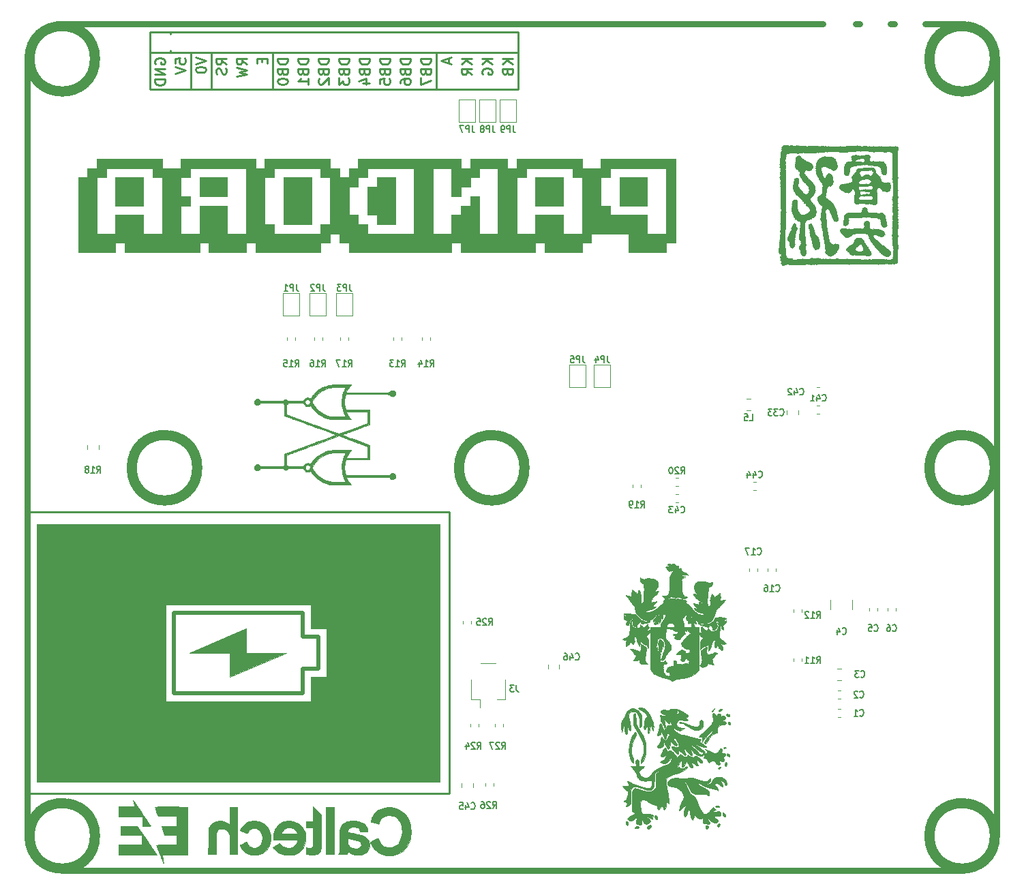
<source format=gbo>
G04 #@! TF.GenerationSoftware,KiCad,Pcbnew,(5.1.5)-2*
G04 #@! TF.CreationDate,2020-03-09T01:17:24-07:00*
G04 #@! TF.ProjectId,pandora,70616e64-6f72-4612-9e6b-696361645f70,A*
G04 #@! TF.SameCoordinates,PX508ae58PY8db4db0*
G04 #@! TF.FileFunction,Legend,Bot*
G04 #@! TF.FilePolarity,Positive*
%FSLAX46Y46*%
G04 Gerber Fmt 4.6, Leading zero omitted, Abs format (unit mm)*
G04 Created by KiCad (PCBNEW (5.1.5)-2) date 2020-03-09 01:17:24*
%MOMM*%
%LPD*%
G04 APERTURE LIST*
%ADD10C,1.270000*%
%ADD11C,0.762000*%
%ADD12C,0.254000*%
%ADD13C,0.010000*%
%ADD14C,0.120000*%
%ADD15C,0.250000*%
%ADD16C,0.500000*%
%ADD17C,0.100000*%
%ADD18C,0.152400*%
%ADD19C,0.150000*%
G04 APERTURE END LIST*
D10*
X120904000Y50800000D02*
G75*
G03X120904000Y50800000I-4064000J0D01*
G01*
D11*
X112268000Y105918000D02*
X116840000Y105918000D01*
X107950000Y105918000D02*
X108458000Y105918000D01*
X103632000Y105918000D02*
X104140000Y105918000D01*
X5080000Y105918000D02*
X99568000Y105918000D01*
X121158000Y101600000D02*
X121158000Y5080000D01*
X762000Y101600000D02*
X762000Y5080000D01*
X5080000Y762000D02*
X117094000Y762000D01*
D10*
X62484000Y50800000D02*
G75*
G03X62484000Y50800000I-4064000J0D01*
G01*
X21844000Y50800000D02*
G75*
G03X21844000Y50800000I-4064000J0D01*
G01*
X120904000Y101600000D02*
G75*
G03X120904000Y101600000I-4064000J0D01*
G01*
X9144000Y101600000D02*
G75*
G03X9144000Y101600000I-4064000J0D01*
G01*
X120904000Y5080000D02*
G75*
G03X120904000Y5080000I-4064000J0D01*
G01*
X9144000Y5080000D02*
G75*
G03X9144000Y5080000I-4064000J0D01*
G01*
D12*
X23622000Y102362000D02*
X23622000Y97790000D01*
X21082000Y102362000D02*
X21082000Y97790000D01*
X31242000Y102362000D02*
X31242000Y97790000D01*
X51562000Y102362000D02*
X51562000Y97790000D01*
X61026523Y101640520D02*
X59756523Y101640520D01*
X61026523Y100914805D02*
X60300809Y101459091D01*
X59756523Y100914805D02*
X60482238Y101640520D01*
X60361285Y99947186D02*
X60421761Y99765758D01*
X60482238Y99705281D01*
X60603190Y99644805D01*
X60784619Y99644805D01*
X60905571Y99705281D01*
X60966047Y99765758D01*
X61026523Y99886710D01*
X61026523Y100370520D01*
X59756523Y100370520D01*
X59756523Y99947186D01*
X59817000Y99826234D01*
X59877476Y99765758D01*
X59998428Y99705281D01*
X60119380Y99705281D01*
X60240333Y99765758D01*
X60300809Y99826234D01*
X60361285Y99947186D01*
X60361285Y100370520D01*
X58486523Y101640520D02*
X57216523Y101640520D01*
X58486523Y100914805D02*
X57760809Y101459091D01*
X57216523Y100914805D02*
X57942238Y101640520D01*
X57277000Y99705281D02*
X57216523Y99826234D01*
X57216523Y100007662D01*
X57277000Y100189091D01*
X57397952Y100310043D01*
X57518904Y100370520D01*
X57760809Y100430996D01*
X57942238Y100430996D01*
X58184142Y100370520D01*
X58305095Y100310043D01*
X58426047Y100189091D01*
X58486523Y100007662D01*
X58486523Y99886710D01*
X58426047Y99705281D01*
X58365571Y99644805D01*
X57942238Y99644805D01*
X57942238Y99886710D01*
X55946523Y101640520D02*
X54676523Y101640520D01*
X55946523Y100914805D02*
X55220809Y101459091D01*
X54676523Y100914805D02*
X55402238Y101640520D01*
X55946523Y99644805D02*
X55341761Y100068139D01*
X55946523Y100370520D02*
X54676523Y100370520D01*
X54676523Y99886710D01*
X54737000Y99765758D01*
X54797476Y99705281D01*
X54918428Y99644805D01*
X55099857Y99644805D01*
X55220809Y99705281D01*
X55281285Y99765758D01*
X55341761Y99886710D01*
X55341761Y100370520D01*
X53043666Y101700996D02*
X53043666Y101096234D01*
X53406523Y101821948D02*
X52136523Y101398615D01*
X53406523Y100975281D01*
X50866523Y101640520D02*
X49596523Y101640520D01*
X49596523Y101338139D01*
X49657000Y101156710D01*
X49777952Y101035758D01*
X49898904Y100975281D01*
X50140809Y100914805D01*
X50322238Y100914805D01*
X50564142Y100975281D01*
X50685095Y101035758D01*
X50806047Y101156710D01*
X50866523Y101338139D01*
X50866523Y101640520D01*
X50201285Y99947186D02*
X50261761Y99765758D01*
X50322238Y99705281D01*
X50443190Y99644805D01*
X50624619Y99644805D01*
X50745571Y99705281D01*
X50806047Y99765758D01*
X50866523Y99886710D01*
X50866523Y100370520D01*
X49596523Y100370520D01*
X49596523Y99947186D01*
X49657000Y99826234D01*
X49717476Y99765758D01*
X49838428Y99705281D01*
X49959380Y99705281D01*
X50080333Y99765758D01*
X50140809Y99826234D01*
X50201285Y99947186D01*
X50201285Y100370520D01*
X49596523Y99221472D02*
X49596523Y98374805D01*
X50866523Y98919091D01*
X48326523Y101640520D02*
X47056523Y101640520D01*
X47056523Y101338139D01*
X47117000Y101156710D01*
X47237952Y101035758D01*
X47358904Y100975281D01*
X47600809Y100914805D01*
X47782238Y100914805D01*
X48024142Y100975281D01*
X48145095Y101035758D01*
X48266047Y101156710D01*
X48326523Y101338139D01*
X48326523Y101640520D01*
X47661285Y99947186D02*
X47721761Y99765758D01*
X47782238Y99705281D01*
X47903190Y99644805D01*
X48084619Y99644805D01*
X48205571Y99705281D01*
X48266047Y99765758D01*
X48326523Y99886710D01*
X48326523Y100370520D01*
X47056523Y100370520D01*
X47056523Y99947186D01*
X47117000Y99826234D01*
X47177476Y99765758D01*
X47298428Y99705281D01*
X47419380Y99705281D01*
X47540333Y99765758D01*
X47600809Y99826234D01*
X47661285Y99947186D01*
X47661285Y100370520D01*
X47056523Y98556234D02*
X47056523Y98798139D01*
X47117000Y98919091D01*
X47177476Y98979567D01*
X47358904Y99100520D01*
X47600809Y99160996D01*
X48084619Y99160996D01*
X48205571Y99100520D01*
X48266047Y99040043D01*
X48326523Y98919091D01*
X48326523Y98677186D01*
X48266047Y98556234D01*
X48205571Y98495758D01*
X48084619Y98435281D01*
X47782238Y98435281D01*
X47661285Y98495758D01*
X47600809Y98556234D01*
X47540333Y98677186D01*
X47540333Y98919091D01*
X47600809Y99040043D01*
X47661285Y99100520D01*
X47782238Y99160996D01*
X45786523Y101640520D02*
X44516523Y101640520D01*
X44516523Y101338139D01*
X44577000Y101156710D01*
X44697952Y101035758D01*
X44818904Y100975281D01*
X45060809Y100914805D01*
X45242238Y100914805D01*
X45484142Y100975281D01*
X45605095Y101035758D01*
X45726047Y101156710D01*
X45786523Y101338139D01*
X45786523Y101640520D01*
X45121285Y99947186D02*
X45181761Y99765758D01*
X45242238Y99705281D01*
X45363190Y99644805D01*
X45544619Y99644805D01*
X45665571Y99705281D01*
X45726047Y99765758D01*
X45786523Y99886710D01*
X45786523Y100370520D01*
X44516523Y100370520D01*
X44516523Y99947186D01*
X44577000Y99826234D01*
X44637476Y99765758D01*
X44758428Y99705281D01*
X44879380Y99705281D01*
X45000333Y99765758D01*
X45060809Y99826234D01*
X45121285Y99947186D01*
X45121285Y100370520D01*
X44516523Y98495758D02*
X44516523Y99100520D01*
X45121285Y99160996D01*
X45060809Y99100520D01*
X45000333Y98979567D01*
X45000333Y98677186D01*
X45060809Y98556234D01*
X45121285Y98495758D01*
X45242238Y98435281D01*
X45544619Y98435281D01*
X45665571Y98495758D01*
X45726047Y98556234D01*
X45786523Y98677186D01*
X45786523Y98979567D01*
X45726047Y99100520D01*
X45665571Y99160996D01*
X43246523Y101640520D02*
X41976523Y101640520D01*
X41976523Y101338139D01*
X42037000Y101156710D01*
X42157952Y101035758D01*
X42278904Y100975281D01*
X42520809Y100914805D01*
X42702238Y100914805D01*
X42944142Y100975281D01*
X43065095Y101035758D01*
X43186047Y101156710D01*
X43246523Y101338139D01*
X43246523Y101640520D01*
X42581285Y99947186D02*
X42641761Y99765758D01*
X42702238Y99705281D01*
X42823190Y99644805D01*
X43004619Y99644805D01*
X43125571Y99705281D01*
X43186047Y99765758D01*
X43246523Y99886710D01*
X43246523Y100370520D01*
X41976523Y100370520D01*
X41976523Y99947186D01*
X42037000Y99826234D01*
X42097476Y99765758D01*
X42218428Y99705281D01*
X42339380Y99705281D01*
X42460333Y99765758D01*
X42520809Y99826234D01*
X42581285Y99947186D01*
X42581285Y100370520D01*
X42399857Y98556234D02*
X43246523Y98556234D01*
X41916047Y98858615D02*
X42823190Y99160996D01*
X42823190Y98374805D01*
X40706523Y101640520D02*
X39436523Y101640520D01*
X39436523Y101338139D01*
X39497000Y101156710D01*
X39617952Y101035758D01*
X39738904Y100975281D01*
X39980809Y100914805D01*
X40162238Y100914805D01*
X40404142Y100975281D01*
X40525095Y101035758D01*
X40646047Y101156710D01*
X40706523Y101338139D01*
X40706523Y101640520D01*
X40041285Y99947186D02*
X40101761Y99765758D01*
X40162238Y99705281D01*
X40283190Y99644805D01*
X40464619Y99644805D01*
X40585571Y99705281D01*
X40646047Y99765758D01*
X40706523Y99886710D01*
X40706523Y100370520D01*
X39436523Y100370520D01*
X39436523Y99947186D01*
X39497000Y99826234D01*
X39557476Y99765758D01*
X39678428Y99705281D01*
X39799380Y99705281D01*
X39920333Y99765758D01*
X39980809Y99826234D01*
X40041285Y99947186D01*
X40041285Y100370520D01*
X39436523Y99221472D02*
X39436523Y98435281D01*
X39920333Y98858615D01*
X39920333Y98677186D01*
X39980809Y98556234D01*
X40041285Y98495758D01*
X40162238Y98435281D01*
X40464619Y98435281D01*
X40585571Y98495758D01*
X40646047Y98556234D01*
X40706523Y98677186D01*
X40706523Y99040043D01*
X40646047Y99160996D01*
X40585571Y99221472D01*
X38166523Y101640520D02*
X36896523Y101640520D01*
X36896523Y101338139D01*
X36957000Y101156710D01*
X37077952Y101035758D01*
X37198904Y100975281D01*
X37440809Y100914805D01*
X37622238Y100914805D01*
X37864142Y100975281D01*
X37985095Y101035758D01*
X38106047Y101156710D01*
X38166523Y101338139D01*
X38166523Y101640520D01*
X37501285Y99947186D02*
X37561761Y99765758D01*
X37622238Y99705281D01*
X37743190Y99644805D01*
X37924619Y99644805D01*
X38045571Y99705281D01*
X38106047Y99765758D01*
X38166523Y99886710D01*
X38166523Y100370520D01*
X36896523Y100370520D01*
X36896523Y99947186D01*
X36957000Y99826234D01*
X37017476Y99765758D01*
X37138428Y99705281D01*
X37259380Y99705281D01*
X37380333Y99765758D01*
X37440809Y99826234D01*
X37501285Y99947186D01*
X37501285Y100370520D01*
X37017476Y99160996D02*
X36957000Y99100520D01*
X36896523Y98979567D01*
X36896523Y98677186D01*
X36957000Y98556234D01*
X37017476Y98495758D01*
X37138428Y98435281D01*
X37259380Y98435281D01*
X37440809Y98495758D01*
X38166523Y99221472D01*
X38166523Y98435281D01*
X35626523Y101640520D02*
X34356523Y101640520D01*
X34356523Y101338139D01*
X34417000Y101156710D01*
X34537952Y101035758D01*
X34658904Y100975281D01*
X34900809Y100914805D01*
X35082238Y100914805D01*
X35324142Y100975281D01*
X35445095Y101035758D01*
X35566047Y101156710D01*
X35626523Y101338139D01*
X35626523Y101640520D01*
X34961285Y99947186D02*
X35021761Y99765758D01*
X35082238Y99705281D01*
X35203190Y99644805D01*
X35384619Y99644805D01*
X35505571Y99705281D01*
X35566047Y99765758D01*
X35626523Y99886710D01*
X35626523Y100370520D01*
X34356523Y100370520D01*
X34356523Y99947186D01*
X34417000Y99826234D01*
X34477476Y99765758D01*
X34598428Y99705281D01*
X34719380Y99705281D01*
X34840333Y99765758D01*
X34900809Y99826234D01*
X34961285Y99947186D01*
X34961285Y100370520D01*
X35626523Y98435281D02*
X35626523Y99160996D01*
X35626523Y98798139D02*
X34356523Y98798139D01*
X34537952Y98919091D01*
X34658904Y99040043D01*
X34719380Y99160996D01*
X33086523Y101640520D02*
X31816523Y101640520D01*
X31816523Y101338139D01*
X31877000Y101156710D01*
X31997952Y101035758D01*
X32118904Y100975281D01*
X32360809Y100914805D01*
X32542238Y100914805D01*
X32784142Y100975281D01*
X32905095Y101035758D01*
X33026047Y101156710D01*
X33086523Y101338139D01*
X33086523Y101640520D01*
X32421285Y99947186D02*
X32481761Y99765758D01*
X32542238Y99705281D01*
X32663190Y99644805D01*
X32844619Y99644805D01*
X32965571Y99705281D01*
X33026047Y99765758D01*
X33086523Y99886710D01*
X33086523Y100370520D01*
X31816523Y100370520D01*
X31816523Y99947186D01*
X31877000Y99826234D01*
X31937476Y99765758D01*
X32058428Y99705281D01*
X32179380Y99705281D01*
X32300333Y99765758D01*
X32360809Y99826234D01*
X32421285Y99947186D01*
X32421285Y100370520D01*
X31816523Y98858615D02*
X31816523Y98737662D01*
X31877000Y98616710D01*
X31937476Y98556234D01*
X32058428Y98495758D01*
X32300333Y98435281D01*
X32602714Y98435281D01*
X32844619Y98495758D01*
X32965571Y98556234D01*
X33026047Y98616710D01*
X33086523Y98737662D01*
X33086523Y98858615D01*
X33026047Y98979567D01*
X32965571Y99040043D01*
X32844619Y99100520D01*
X32602714Y99160996D01*
X32300333Y99160996D01*
X32058428Y99100520D01*
X31937476Y99040043D01*
X31877000Y98979567D01*
X31816523Y98858615D01*
X29881285Y101640520D02*
X29881285Y101217186D01*
X30546523Y101035758D02*
X30546523Y101640520D01*
X29276523Y101640520D01*
X29276523Y101035758D01*
X28006523Y100914805D02*
X27401761Y101338139D01*
X28006523Y101640520D02*
X26736523Y101640520D01*
X26736523Y101156710D01*
X26797000Y101035758D01*
X26857476Y100975281D01*
X26978428Y100914805D01*
X27159857Y100914805D01*
X27280809Y100975281D01*
X27341285Y101035758D01*
X27401761Y101156710D01*
X27401761Y101640520D01*
X26736523Y100491472D02*
X28006523Y100189091D01*
X27099380Y99947186D01*
X28006523Y99705281D01*
X26736523Y99402900D01*
X25466523Y100914805D02*
X24861761Y101338139D01*
X25466523Y101640520D02*
X24196523Y101640520D01*
X24196523Y101156710D01*
X24257000Y101035758D01*
X24317476Y100975281D01*
X24438428Y100914805D01*
X24619857Y100914805D01*
X24740809Y100975281D01*
X24801285Y101035758D01*
X24861761Y101156710D01*
X24861761Y101640520D01*
X25406047Y100430996D02*
X25466523Y100249567D01*
X25466523Y99947186D01*
X25406047Y99826234D01*
X25345571Y99765758D01*
X25224619Y99705281D01*
X25103666Y99705281D01*
X24982714Y99765758D01*
X24922238Y99826234D01*
X24861761Y99947186D01*
X24801285Y100189091D01*
X24740809Y100310043D01*
X24680333Y100370520D01*
X24559380Y100430996D01*
X24438428Y100430996D01*
X24317476Y100370520D01*
X24257000Y100310043D01*
X24196523Y100189091D01*
X24196523Y99886710D01*
X24257000Y99705281D01*
X21656523Y101821948D02*
X22926523Y101398615D01*
X21656523Y100975281D01*
X21656523Y100310043D02*
X21656523Y100189091D01*
X21717000Y100068139D01*
X21777476Y100007662D01*
X21898428Y99947186D01*
X22140333Y99886710D01*
X22442714Y99886710D01*
X22684619Y99947186D01*
X22805571Y100007662D01*
X22866047Y100068139D01*
X22926523Y100189091D01*
X22926523Y100310043D01*
X22866047Y100430996D01*
X22805571Y100491472D01*
X22684619Y100551948D01*
X22442714Y100612424D01*
X22140333Y100612424D01*
X21898428Y100551948D01*
X21777476Y100491472D01*
X21717000Y100430996D01*
X21656523Y100310043D01*
X19116523Y101035758D02*
X19116523Y101640520D01*
X19721285Y101700996D01*
X19660809Y101640520D01*
X19600333Y101519567D01*
X19600333Y101217186D01*
X19660809Y101096234D01*
X19721285Y101035758D01*
X19842238Y100975281D01*
X20144619Y100975281D01*
X20265571Y101035758D01*
X20326047Y101096234D01*
X20386523Y101217186D01*
X20386523Y101519567D01*
X20326047Y101640520D01*
X20265571Y101700996D01*
X19116523Y100612424D02*
X20386523Y100189091D01*
X19116523Y99765758D01*
X16637000Y100975281D02*
X16576523Y101096234D01*
X16576523Y101277662D01*
X16637000Y101459091D01*
X16757952Y101580043D01*
X16878904Y101640520D01*
X17120809Y101700996D01*
X17302238Y101700996D01*
X17544142Y101640520D01*
X17665095Y101580043D01*
X17786047Y101459091D01*
X17846523Y101277662D01*
X17846523Y101156710D01*
X17786047Y100975281D01*
X17725571Y100914805D01*
X17302238Y100914805D01*
X17302238Y101156710D01*
X17846523Y100370520D02*
X16576523Y100370520D01*
X17846523Y99644805D01*
X16576523Y99644805D01*
X17846523Y99040043D02*
X16576523Y99040043D01*
X16576523Y98737662D01*
X16637000Y98556234D01*
X16757952Y98435281D01*
X16878904Y98374805D01*
X17120809Y98314329D01*
X17302238Y98314329D01*
X17544142Y98374805D01*
X17665095Y98435281D01*
X17786047Y98556234D01*
X17846523Y98737662D01*
X17846523Y99040043D01*
X18542000Y102362000D02*
X18542000Y102616000D01*
X18542000Y104648000D02*
X18542000Y104902000D01*
X61722000Y104902000D02*
X61722000Y102362000D01*
X61722000Y104902000D02*
X16002000Y104902000D01*
X16002000Y104902000D02*
X16002000Y102362000D01*
X16002000Y102362000D02*
X61722000Y102362000D01*
X16002000Y102362000D02*
X16002000Y97790000D01*
X16002000Y97790000D02*
X61722000Y97790000D01*
X61722000Y102362000D02*
X61722000Y97790000D01*
D13*
G36*
X103987601Y89179401D02*
G01*
X103996067Y89170934D01*
X104004534Y89179401D01*
X103996067Y89187867D01*
X103987601Y89179401D01*
G37*
X103987601Y89179401D02*
X103996067Y89170934D01*
X104004534Y89179401D01*
X103996067Y89187867D01*
X103987601Y89179401D01*
G36*
X104089201Y89179401D02*
G01*
X104097667Y89170934D01*
X104106134Y89179401D01*
X104097667Y89187867D01*
X104089201Y89179401D01*
G37*
X104089201Y89179401D02*
X104097667Y89170934D01*
X104106134Y89179401D01*
X104097667Y89187867D01*
X104089201Y89179401D01*
G36*
X103750534Y89128600D02*
G01*
X103759001Y89120134D01*
X103767467Y89128600D01*
X103759001Y89137067D01*
X103750534Y89128600D01*
G37*
X103750534Y89128600D02*
X103759001Y89120134D01*
X103767467Y89128600D01*
X103759001Y89137067D01*
X103750534Y89128600D01*
G36*
X104681867Y89111667D02*
G01*
X104690334Y89103200D01*
X104698801Y89111667D01*
X104690334Y89120134D01*
X104681867Y89111667D01*
G37*
X104681867Y89111667D02*
X104690334Y89103200D01*
X104698801Y89111667D01*
X104690334Y89120134D01*
X104681867Y89111667D01*
G36*
X103598134Y89077800D02*
G01*
X103606601Y89069334D01*
X103615067Y89077800D01*
X103606601Y89086267D01*
X103598134Y89077800D01*
G37*
X103598134Y89077800D02*
X103606601Y89069334D01*
X103615067Y89077800D01*
X103606601Y89086267D01*
X103598134Y89077800D01*
G36*
X104241601Y88806867D02*
G01*
X104250067Y88798400D01*
X104258534Y88806867D01*
X104250067Y88815334D01*
X104241601Y88806867D01*
G37*
X104241601Y88806867D02*
X104250067Y88798400D01*
X104258534Y88806867D01*
X104250067Y88815334D01*
X104241601Y88806867D01*
G36*
X104918934Y87740067D02*
G01*
X104927400Y87731600D01*
X104935867Y87740067D01*
X104927400Y87748534D01*
X104918934Y87740067D01*
G37*
X104918934Y87740067D02*
X104927400Y87731600D01*
X104935867Y87740067D01*
X104927400Y87748534D01*
X104918934Y87740067D01*
G36*
X105139067Y87723134D02*
G01*
X105147534Y87714667D01*
X105156000Y87723134D01*
X105147534Y87731600D01*
X105139067Y87723134D01*
G37*
X105139067Y87723134D02*
X105147534Y87714667D01*
X105156000Y87723134D01*
X105147534Y87731600D01*
X105139067Y87723134D01*
G36*
X104207734Y87689267D02*
G01*
X104216201Y87680800D01*
X104224667Y87689267D01*
X104216201Y87697734D01*
X104207734Y87689267D01*
G37*
X104207734Y87689267D02*
X104216201Y87680800D01*
X104224667Y87689267D01*
X104216201Y87697734D01*
X104207734Y87689267D01*
G36*
X105669645Y87692089D02*
G01*
X105667618Y87671993D01*
X105669645Y87669512D01*
X105679712Y87671836D01*
X105680934Y87680800D01*
X105674738Y87694739D01*
X105669645Y87692089D01*
G37*
X105669645Y87692089D02*
X105667618Y87671993D01*
X105669645Y87669512D01*
X105679712Y87671836D01*
X105680934Y87680800D01*
X105674738Y87694739D01*
X105669645Y87692089D01*
G36*
X104766534Y87181267D02*
G01*
X104775001Y87172800D01*
X104783467Y87181267D01*
X104775001Y87189734D01*
X104766534Y87181267D01*
G37*
X104766534Y87181267D02*
X104775001Y87172800D01*
X104783467Y87181267D01*
X104775001Y87189734D01*
X104766534Y87181267D01*
G36*
X105528534Y87113534D02*
G01*
X105537000Y87105067D01*
X105545467Y87113534D01*
X105537000Y87122000D01*
X105528534Y87113534D01*
G37*
X105528534Y87113534D02*
X105537000Y87105067D01*
X105545467Y87113534D01*
X105537000Y87122000D01*
X105528534Y87113534D01*
G36*
X104636712Y87116356D02*
G01*
X104634685Y87096260D01*
X104636712Y87093778D01*
X104646778Y87096103D01*
X104648001Y87105067D01*
X104641805Y87119005D01*
X104636712Y87116356D01*
G37*
X104636712Y87116356D02*
X104634685Y87096260D01*
X104636712Y87093778D01*
X104646778Y87096103D01*
X104648001Y87105067D01*
X104641805Y87119005D01*
X104636712Y87116356D01*
G36*
X104197279Y87047190D02*
G01*
X104197469Y87020346D01*
X104203258Y86981327D01*
X104214814Y86970342D01*
X104228963Y86990256D01*
X104229438Y86991477D01*
X104227276Y87021776D01*
X104216752Y87042183D01*
X104202311Y87058027D01*
X104197279Y87047190D01*
G37*
X104197279Y87047190D02*
X104197469Y87020346D01*
X104203258Y86981327D01*
X104214814Y86970342D01*
X104228963Y86990256D01*
X104229438Y86991477D01*
X104227276Y87021776D01*
X104216752Y87042183D01*
X104202311Y87058027D01*
X104197279Y87047190D01*
G36*
X105511600Y86503934D02*
G01*
X105520067Y86495467D01*
X105528534Y86503934D01*
X105520067Y86512401D01*
X105511600Y86503934D01*
G37*
X105511600Y86503934D02*
X105520067Y86495467D01*
X105528534Y86503934D01*
X105520067Y86512401D01*
X105511600Y86503934D01*
G36*
X105511600Y86436201D02*
G01*
X105520067Y86427734D01*
X105528534Y86436201D01*
X105520067Y86444667D01*
X105511600Y86436201D01*
G37*
X105511600Y86436201D02*
X105520067Y86427734D01*
X105528534Y86436201D01*
X105520067Y86444667D01*
X105511600Y86436201D01*
G36*
X105477734Y86317667D02*
G01*
X105486200Y86309201D01*
X105494667Y86317667D01*
X105486200Y86326134D01*
X105477734Y86317667D01*
G37*
X105477734Y86317667D02*
X105486200Y86309201D01*
X105494667Y86317667D01*
X105486200Y86326134D01*
X105477734Y86317667D01*
G36*
X105477734Y86266867D02*
G01*
X105486200Y86258401D01*
X105494667Y86266867D01*
X105486200Y86275334D01*
X105477734Y86266867D01*
G37*
X105477734Y86266867D02*
X105486200Y86258401D01*
X105494667Y86266867D01*
X105486200Y86275334D01*
X105477734Y86266867D01*
G36*
X104601787Y85777564D02*
G01*
X104606837Y85769868D01*
X104624012Y85768671D01*
X104642080Y85772806D01*
X104634242Y85778901D01*
X104607777Y85780920D01*
X104601787Y85777564D01*
G37*
X104601787Y85777564D02*
X104606837Y85769868D01*
X104624012Y85768671D01*
X104642080Y85772806D01*
X104634242Y85778901D01*
X104607777Y85780920D01*
X104601787Y85777564D01*
G36*
X105748667Y85725001D02*
G01*
X105757134Y85716534D01*
X105765600Y85725001D01*
X105757134Y85733467D01*
X105748667Y85725001D01*
G37*
X105748667Y85725001D02*
X105757134Y85716534D01*
X105765600Y85725001D01*
X105757134Y85733467D01*
X105748667Y85725001D01*
G36*
X103902934Y85589534D02*
G01*
X103911401Y85581067D01*
X103919867Y85589534D01*
X103911401Y85598001D01*
X103902934Y85589534D01*
G37*
X103902934Y85589534D02*
X103911401Y85581067D01*
X103919867Y85589534D01*
X103911401Y85598001D01*
X103902934Y85589534D01*
G36*
X103919867Y85555667D02*
G01*
X103928334Y85547201D01*
X103936801Y85555667D01*
X103928334Y85564134D01*
X103919867Y85555667D01*
G37*
X103919867Y85555667D02*
X103928334Y85547201D01*
X103936801Y85555667D01*
X103928334Y85564134D01*
X103919867Y85555667D01*
G36*
X104771120Y85405031D02*
G01*
X104776170Y85397335D01*
X104793345Y85396137D01*
X104811413Y85400273D01*
X104803576Y85406368D01*
X104777111Y85408387D01*
X104771120Y85405031D01*
G37*
X104771120Y85405031D02*
X104776170Y85397335D01*
X104793345Y85396137D01*
X104811413Y85400273D01*
X104803576Y85406368D01*
X104777111Y85408387D01*
X104771120Y85405031D01*
G36*
X105020534Y85386334D02*
G01*
X105029000Y85377867D01*
X105037467Y85386334D01*
X105029000Y85394801D01*
X105020534Y85386334D01*
G37*
X105020534Y85386334D02*
X105029000Y85377867D01*
X105037467Y85386334D01*
X105029000Y85394801D01*
X105020534Y85386334D01*
G36*
X103979254Y85343807D02*
G01*
X103997365Y85329769D01*
X104016774Y85327414D01*
X104021467Y85333722D01*
X104008185Y85344597D01*
X103995188Y85350462D01*
X103977708Y85351645D01*
X103979254Y85343807D01*
G37*
X103979254Y85343807D02*
X103997365Y85329769D01*
X104016774Y85327414D01*
X104021467Y85333722D01*
X104008185Y85344597D01*
X103995188Y85350462D01*
X103977708Y85351645D01*
X103979254Y85343807D01*
G36*
X104247245Y85321423D02*
G01*
X104245218Y85301327D01*
X104247245Y85298845D01*
X104257312Y85301169D01*
X104258534Y85310134D01*
X104252338Y85324072D01*
X104247245Y85321423D01*
G37*
X104247245Y85321423D02*
X104245218Y85301327D01*
X104247245Y85298845D01*
X104257312Y85301169D01*
X104258534Y85310134D01*
X104252338Y85324072D01*
X104247245Y85321423D01*
G36*
X104427867Y85166201D02*
G01*
X104436334Y85157734D01*
X104444801Y85166201D01*
X104436334Y85174667D01*
X104427867Y85166201D01*
G37*
X104427867Y85166201D02*
X104436334Y85157734D01*
X104444801Y85166201D01*
X104436334Y85174667D01*
X104427867Y85166201D01*
G36*
X104834267Y85132334D02*
G01*
X104842734Y85123867D01*
X104851201Y85132334D01*
X104842734Y85140801D01*
X104834267Y85132334D01*
G37*
X104834267Y85132334D02*
X104842734Y85123867D01*
X104851201Y85132334D01*
X104842734Y85140801D01*
X104834267Y85132334D01*
G36*
X105342267Y85098467D02*
G01*
X105350734Y85090001D01*
X105359200Y85098467D01*
X105350734Y85106934D01*
X105342267Y85098467D01*
G37*
X105342267Y85098467D02*
X105350734Y85090001D01*
X105359200Y85098467D01*
X105350734Y85106934D01*
X105342267Y85098467D01*
G36*
X104094566Y85042376D02*
G01*
X104092548Y85015911D01*
X104095903Y85009920D01*
X104103600Y85014970D01*
X104104797Y85032145D01*
X104100662Y85050213D01*
X104094566Y85042376D01*
G37*
X104094566Y85042376D02*
X104092548Y85015911D01*
X104095903Y85009920D01*
X104103600Y85014970D01*
X104104797Y85032145D01*
X104100662Y85050213D01*
X104094566Y85042376D01*
G36*
X104089201Y84895267D02*
G01*
X104097667Y84886800D01*
X104106134Y84895267D01*
X104097667Y84903734D01*
X104089201Y84895267D01*
G37*
X104089201Y84895267D02*
X104097667Y84886800D01*
X104106134Y84895267D01*
X104097667Y84903734D01*
X104089201Y84895267D01*
G36*
X105426014Y84890703D02*
G01*
X105421893Y84881156D01*
X105425962Y84861274D01*
X105435400Y84858578D01*
X105450354Y84870491D01*
X105448908Y84881156D01*
X105438266Y84901603D01*
X105435400Y84903734D01*
X105426014Y84890703D01*
G37*
X105426014Y84890703D02*
X105421893Y84881156D01*
X105425962Y84861274D01*
X105435400Y84858578D01*
X105450354Y84870491D01*
X105448908Y84881156D01*
X105438266Y84901603D01*
X105435400Y84903734D01*
X105426014Y84890703D01*
G36*
X105359200Y84827534D02*
G01*
X105367667Y84819067D01*
X105376134Y84827534D01*
X105367667Y84836000D01*
X105359200Y84827534D01*
G37*
X105359200Y84827534D02*
X105367667Y84819067D01*
X105376134Y84827534D01*
X105367667Y84836000D01*
X105359200Y84827534D01*
G36*
X103767467Y78291267D02*
G01*
X103775934Y78282801D01*
X103784401Y78291267D01*
X103775934Y78299734D01*
X103767467Y78291267D01*
G37*
X103767467Y78291267D02*
X103775934Y78282801D01*
X103784401Y78291267D01*
X103775934Y78299734D01*
X103767467Y78291267D01*
G36*
X103581201Y78088067D02*
G01*
X103589667Y78079601D01*
X103598134Y78088067D01*
X103589667Y78096534D01*
X103581201Y78088067D01*
G37*
X103581201Y78088067D02*
X103589667Y78079601D01*
X103598134Y78088067D01*
X103589667Y78096534D01*
X103581201Y78088067D01*
G36*
X104546124Y78003230D02*
G01*
X104536356Y77982936D01*
X104538657Y77976830D01*
X104555004Y77961816D01*
X104563003Y77978917D01*
X104563334Y77987467D01*
X104555003Y78004907D01*
X104546124Y78003230D01*
G37*
X104546124Y78003230D02*
X104536356Y77982936D01*
X104538657Y77976830D01*
X104555004Y77961816D01*
X104563003Y77978917D01*
X104563334Y77987467D01*
X104555003Y78004907D01*
X104546124Y78003230D01*
G36*
X104461734Y77766334D02*
G01*
X104470201Y77757867D01*
X104478667Y77766334D01*
X104470201Y77774801D01*
X104461734Y77766334D01*
G37*
X104461734Y77766334D02*
X104470201Y77757867D01*
X104478667Y77766334D01*
X104470201Y77774801D01*
X104461734Y77766334D01*
G36*
X103767467Y77749401D02*
G01*
X103775934Y77740934D01*
X103784401Y77749401D01*
X103775934Y77757867D01*
X103767467Y77749401D01*
G37*
X103767467Y77749401D02*
X103775934Y77740934D01*
X103784401Y77749401D01*
X103775934Y77757867D01*
X103767467Y77749401D01*
G36*
X103784401Y77715534D02*
G01*
X103768246Y77700317D01*
X103767467Y77697601D01*
X103780568Y77690328D01*
X103784401Y77690134D01*
X103800683Y77703151D01*
X103801334Y77708067D01*
X103790960Y77718180D01*
X103784401Y77715534D01*
G37*
X103784401Y77715534D02*
X103768246Y77700317D01*
X103767467Y77697601D01*
X103780568Y77690328D01*
X103784401Y77690134D01*
X103800683Y77703151D01*
X103801334Y77708067D01*
X103790960Y77718180D01*
X103784401Y77715534D01*
G36*
X104382712Y90164356D02*
G01*
X104385036Y90154289D01*
X104394001Y90153067D01*
X104407939Y90159263D01*
X104405289Y90164356D01*
X104385193Y90166383D01*
X104382712Y90164356D01*
G37*
X104382712Y90164356D02*
X104385036Y90154289D01*
X104394001Y90153067D01*
X104407939Y90159263D01*
X104405289Y90164356D01*
X104385193Y90166383D01*
X104382712Y90164356D01*
G36*
X103552978Y90147423D02*
G01*
X103555303Y90137356D01*
X103564267Y90136134D01*
X103578205Y90142329D01*
X103575556Y90147423D01*
X103555460Y90149449D01*
X103552978Y90147423D01*
G37*
X103552978Y90147423D02*
X103555303Y90137356D01*
X103564267Y90136134D01*
X103578205Y90142329D01*
X103575556Y90147423D01*
X103555460Y90149449D01*
X103552978Y90147423D01*
G36*
X104224667Y90144600D02*
G01*
X104233134Y90136134D01*
X104241601Y90144600D01*
X104233134Y90153067D01*
X104224667Y90144600D01*
G37*
X104224667Y90144600D02*
X104233134Y90136134D01*
X104241601Y90144600D01*
X104233134Y90153067D01*
X104224667Y90144600D01*
G36*
X100352578Y90113556D02*
G01*
X100354903Y90103489D01*
X100363867Y90102267D01*
X100377805Y90108463D01*
X100375156Y90113556D01*
X100355060Y90115583D01*
X100352578Y90113556D01*
G37*
X100352578Y90113556D02*
X100354903Y90103489D01*
X100363867Y90102267D01*
X100377805Y90108463D01*
X100375156Y90113556D01*
X100355060Y90115583D01*
X100352578Y90113556D01*
G36*
X103039334Y90093801D02*
G01*
X103047801Y90085334D01*
X103056267Y90093801D01*
X103047801Y90102267D01*
X103039334Y90093801D01*
G37*
X103039334Y90093801D02*
X103047801Y90085334D01*
X103056267Y90093801D01*
X103047801Y90102267D01*
X103039334Y90093801D01*
G36*
X101007334Y90076867D02*
G01*
X101015800Y90068401D01*
X101024267Y90076867D01*
X101015800Y90085334D01*
X101007334Y90076867D01*
G37*
X101007334Y90076867D02*
X101015800Y90068401D01*
X101024267Y90076867D01*
X101015800Y90085334D01*
X101007334Y90076867D01*
G36*
X101134334Y90091457D02*
G01*
X101112054Y90079438D01*
X101108934Y90075055D01*
X101122761Y90069136D01*
X101134334Y90068401D01*
X101156872Y90077262D01*
X101159734Y90084802D01*
X101147322Y90094119D01*
X101134334Y90091457D01*
G37*
X101134334Y90091457D02*
X101112054Y90079438D01*
X101108934Y90075055D01*
X101122761Y90069136D01*
X101134334Y90068401D01*
X101156872Y90077262D01*
X101159734Y90084802D01*
X101147322Y90094119D01*
X101134334Y90091457D01*
G36*
X101283912Y90079689D02*
G01*
X101286236Y90069623D01*
X101295200Y90068401D01*
X101309139Y90074596D01*
X101306489Y90079689D01*
X101286393Y90081716D01*
X101283912Y90079689D01*
G37*
X101283912Y90079689D02*
X101286236Y90069623D01*
X101295200Y90068401D01*
X101309139Y90074596D01*
X101306489Y90079689D01*
X101286393Y90081716D01*
X101283912Y90079689D01*
G36*
X100076000Y90059934D02*
G01*
X100084467Y90051467D01*
X100092934Y90059934D01*
X100084467Y90068401D01*
X100076000Y90059934D01*
G37*
X100076000Y90059934D02*
X100084467Y90051467D01*
X100092934Y90059934D01*
X100084467Y90068401D01*
X100076000Y90059934D01*
G36*
X105799467Y90059934D02*
G01*
X105807934Y90051467D01*
X105816400Y90059934D01*
X105807934Y90068401D01*
X105799467Y90059934D01*
G37*
X105799467Y90059934D02*
X105807934Y90051467D01*
X105816400Y90059934D01*
X105807934Y90068401D01*
X105799467Y90059934D01*
G36*
X105920617Y90078484D02*
G01*
X105902581Y90062743D01*
X105901067Y90058934D01*
X105909103Y90051975D01*
X105925834Y90067570D01*
X105928084Y90071017D01*
X105930080Y90082604D01*
X105920617Y90078484D01*
G37*
X105920617Y90078484D02*
X105902581Y90062743D01*
X105901067Y90058934D01*
X105909103Y90051975D01*
X105925834Y90067570D01*
X105928084Y90071017D01*
X105930080Y90082604D01*
X105920617Y90078484D01*
G36*
X107887912Y90062756D02*
G01*
X107890236Y90052689D01*
X107899201Y90051467D01*
X107913139Y90057663D01*
X107910489Y90062756D01*
X107890393Y90064783D01*
X107887912Y90062756D01*
G37*
X107887912Y90062756D02*
X107890236Y90052689D01*
X107899201Y90051467D01*
X107913139Y90057663D01*
X107910489Y90062756D01*
X107890393Y90064783D01*
X107887912Y90062756D01*
G36*
X102548267Y90043001D02*
G01*
X102556734Y90034534D01*
X102565200Y90043001D01*
X102556734Y90051467D01*
X102548267Y90043001D01*
G37*
X102548267Y90043001D02*
X102556734Y90034534D01*
X102565200Y90043001D01*
X102556734Y90051467D01*
X102548267Y90043001D01*
G36*
X107278312Y90045823D02*
G01*
X107280636Y90035756D01*
X107289601Y90034534D01*
X107303539Y90040729D01*
X107300889Y90045823D01*
X107280793Y90047849D01*
X107278312Y90045823D01*
G37*
X107278312Y90045823D02*
X107280636Y90035756D01*
X107289601Y90034534D01*
X107303539Y90040729D01*
X107300889Y90045823D01*
X107280793Y90047849D01*
X107278312Y90045823D01*
G36*
X101583067Y90026067D02*
G01*
X101591534Y90017601D01*
X101600000Y90026067D01*
X101591534Y90034534D01*
X101583067Y90026067D01*
G37*
X101583067Y90026067D02*
X101591534Y90017601D01*
X101600000Y90026067D01*
X101591534Y90034534D01*
X101583067Y90026067D01*
G36*
X101673555Y90024160D02*
G01*
X101676200Y90017601D01*
X101691417Y90001446D01*
X101694133Y90000667D01*
X101701406Y90013768D01*
X101701600Y90017601D01*
X101688583Y90033883D01*
X101683668Y90034534D01*
X101673555Y90024160D01*
G37*
X101673555Y90024160D02*
X101676200Y90017601D01*
X101691417Y90001446D01*
X101694133Y90000667D01*
X101701406Y90013768D01*
X101701600Y90017601D01*
X101688583Y90033883D01*
X101683668Y90034534D01*
X101673555Y90024160D01*
G36*
X101785097Y90025344D02*
G01*
X101770309Y90011444D01*
X101787732Y90006412D01*
X101793989Y90006312D01*
X101810972Y90013784D01*
X101809752Y90020699D01*
X101790118Y90027568D01*
X101785097Y90025344D01*
G37*
X101785097Y90025344D02*
X101770309Y90011444D01*
X101787732Y90006412D01*
X101793989Y90006312D01*
X101810972Y90013784D01*
X101809752Y90020699D01*
X101790118Y90027568D01*
X101785097Y90025344D01*
G36*
X98913245Y89961156D02*
G01*
X98915569Y89951089D01*
X98924534Y89949867D01*
X98938472Y89956063D01*
X98935823Y89961156D01*
X98915727Y89963183D01*
X98913245Y89961156D01*
G37*
X98913245Y89961156D02*
X98915569Y89951089D01*
X98924534Y89949867D01*
X98938472Y89956063D01*
X98935823Y89961156D01*
X98915727Y89963183D01*
X98913245Y89961156D01*
G36*
X97451334Y89941401D02*
G01*
X97459801Y89932934D01*
X97468267Y89941401D01*
X97459801Y89949867D01*
X97451334Y89941401D01*
G37*
X97451334Y89941401D02*
X97459801Y89932934D01*
X97468267Y89941401D01*
X97459801Y89949867D01*
X97451334Y89941401D01*
G36*
X98422355Y89956427D02*
G01*
X98425000Y89949867D01*
X98440217Y89933713D01*
X98442933Y89932934D01*
X98450206Y89946035D01*
X98450400Y89949867D01*
X98437383Y89966150D01*
X98432468Y89966801D01*
X98422355Y89956427D01*
G37*
X98422355Y89956427D02*
X98425000Y89949867D01*
X98440217Y89933713D01*
X98442933Y89932934D01*
X98450206Y89946035D01*
X98450400Y89949867D01*
X98437383Y89966150D01*
X98432468Y89966801D01*
X98422355Y89956427D01*
G36*
X95458845Y89927289D02*
G01*
X95456818Y89907193D01*
X95458845Y89904712D01*
X95468912Y89907036D01*
X95470134Y89916001D01*
X95463938Y89929939D01*
X95458845Y89927289D01*
G37*
X95458845Y89927289D02*
X95456818Y89907193D01*
X95458845Y89904712D01*
X95468912Y89907036D01*
X95470134Y89916001D01*
X95463938Y89929939D01*
X95458845Y89927289D01*
G36*
X97959334Y89907534D02*
G01*
X97967801Y89899067D01*
X97976267Y89907534D01*
X97967801Y89916001D01*
X97959334Y89907534D01*
G37*
X97959334Y89907534D02*
X97967801Y89899067D01*
X97976267Y89907534D01*
X97967801Y89916001D01*
X97959334Y89907534D01*
G36*
X97993201Y89907534D02*
G01*
X98001667Y89899067D01*
X98010134Y89907534D01*
X98001667Y89916001D01*
X97993201Y89907534D01*
G37*
X97993201Y89907534D02*
X98001667Y89899067D01*
X98010134Y89907534D01*
X98001667Y89916001D01*
X97993201Y89907534D01*
G36*
X95300801Y89890601D02*
G01*
X95309267Y89882134D01*
X95317734Y89890601D01*
X95309267Y89899067D01*
X95300801Y89890601D01*
G37*
X95300801Y89890601D02*
X95309267Y89882134D01*
X95317734Y89890601D01*
X95309267Y89899067D01*
X95300801Y89890601D01*
G36*
X96316801Y89890601D02*
G01*
X96325267Y89882134D01*
X96333734Y89890601D01*
X96325267Y89899067D01*
X96316801Y89890601D01*
G37*
X96316801Y89890601D02*
X96325267Y89882134D01*
X96333734Y89890601D01*
X96325267Y89899067D01*
X96316801Y89890601D01*
G36*
X96435334Y89839801D02*
G01*
X96443801Y89831334D01*
X96452267Y89839801D01*
X96443801Y89848267D01*
X96435334Y89839801D01*
G37*
X96435334Y89839801D02*
X96443801Y89831334D01*
X96452267Y89839801D01*
X96443801Y89848267D01*
X96435334Y89839801D01*
G36*
X95233067Y89822867D02*
G01*
X95241534Y89814401D01*
X95250001Y89822867D01*
X95241534Y89831334D01*
X95233067Y89822867D01*
G37*
X95233067Y89822867D02*
X95241534Y89814401D01*
X95250001Y89822867D01*
X95241534Y89831334D01*
X95233067Y89822867D01*
G36*
X94979067Y89704334D02*
G01*
X94987534Y89695867D01*
X94996001Y89704334D01*
X94987534Y89712801D01*
X94979067Y89704334D01*
G37*
X94979067Y89704334D02*
X94987534Y89695867D01*
X94996001Y89704334D01*
X94987534Y89712801D01*
X94979067Y89704334D01*
G36*
X108170823Y89717442D02*
G01*
X108170134Y89712801D01*
X108175911Y89696307D01*
X108177601Y89695867D01*
X108192058Y89707733D01*
X108195534Y89712801D01*
X108194191Y89728404D01*
X108188067Y89729734D01*
X108170823Y89717442D01*
G37*
X108170823Y89717442D02*
X108170134Y89712801D01*
X108175911Y89696307D01*
X108177601Y89695867D01*
X108192058Y89707733D01*
X108195534Y89712801D01*
X108194191Y89728404D01*
X108188067Y89729734D01*
X108170823Y89717442D01*
G36*
X104803017Y89672084D02*
G01*
X104784838Y89655034D01*
X104788567Y89645232D01*
X104790934Y89645067D01*
X104805257Y89657095D01*
X104810484Y89664617D01*
X104812480Y89676204D01*
X104803017Y89672084D01*
G37*
X104803017Y89672084D02*
X104784838Y89655034D01*
X104788567Y89645232D01*
X104790934Y89645067D01*
X104805257Y89657095D01*
X104810484Y89664617D01*
X104812480Y89676204D01*
X104803017Y89672084D01*
G36*
X103688445Y89639423D02*
G01*
X103686418Y89619327D01*
X103688445Y89616845D01*
X103698512Y89619169D01*
X103699734Y89628134D01*
X103693538Y89642072D01*
X103688445Y89639423D01*
G37*
X103688445Y89639423D02*
X103686418Y89619327D01*
X103688445Y89616845D01*
X103698512Y89619169D01*
X103699734Y89628134D01*
X103693538Y89642072D01*
X103688445Y89639423D01*
G36*
X103157867Y89568867D02*
G01*
X103166334Y89560401D01*
X103174801Y89568867D01*
X103166334Y89577334D01*
X103157867Y89568867D01*
G37*
X103157867Y89568867D02*
X103166334Y89560401D01*
X103174801Y89568867D01*
X103166334Y89577334D01*
X103157867Y89568867D01*
G36*
X104551713Y89583329D02*
G01*
X104554867Y89577334D01*
X104570822Y89561162D01*
X104573799Y89560401D01*
X104574955Y89571339D01*
X104571801Y89577334D01*
X104555846Y89593505D01*
X104552868Y89594267D01*
X104551713Y89583329D01*
G37*
X104551713Y89583329D02*
X104554867Y89577334D01*
X104570822Y89561162D01*
X104573799Y89560401D01*
X104574955Y89571339D01*
X104571801Y89577334D01*
X104555846Y89593505D01*
X104552868Y89594267D01*
X104551713Y89583329D01*
G36*
X94901274Y89501391D02*
G01*
X94902867Y89492667D01*
X94924516Y89476380D01*
X94929267Y89475734D01*
X94944744Y89488650D01*
X94945201Y89492667D01*
X94931417Y89507528D01*
X94918801Y89509601D01*
X94901274Y89501391D01*
G37*
X94901274Y89501391D02*
X94902867Y89492667D01*
X94924516Y89476380D01*
X94929267Y89475734D01*
X94944744Y89488650D01*
X94945201Y89492667D01*
X94931417Y89507528D01*
X94918801Y89509601D01*
X94901274Y89501391D01*
G36*
X96198267Y89382601D02*
G01*
X96206734Y89374134D01*
X96215201Y89382601D01*
X96206734Y89391067D01*
X96198267Y89382601D01*
G37*
X96198267Y89382601D02*
X96206734Y89374134D01*
X96215201Y89382601D01*
X96206734Y89391067D01*
X96198267Y89382601D01*
G36*
X99889734Y89382601D02*
G01*
X99898200Y89374134D01*
X99906667Y89382601D01*
X99898200Y89391067D01*
X99889734Y89382601D01*
G37*
X99889734Y89382601D02*
X99898200Y89374134D01*
X99906667Y89382601D01*
X99898200Y89391067D01*
X99889734Y89382601D01*
G36*
X100770956Y89327975D02*
G01*
X100770267Y89323334D01*
X100776045Y89306841D01*
X100777734Y89306401D01*
X100792192Y89318266D01*
X100795667Y89323334D01*
X100794325Y89338938D01*
X100788200Y89340267D01*
X100770956Y89327975D01*
G37*
X100770956Y89327975D02*
X100770267Y89323334D01*
X100776045Y89306841D01*
X100777734Y89306401D01*
X100792192Y89318266D01*
X100795667Y89323334D01*
X100794325Y89338938D01*
X100788200Y89340267D01*
X100770956Y89327975D01*
G36*
X100804134Y89297934D02*
G01*
X100812600Y89289467D01*
X100821067Y89297934D01*
X100812600Y89306401D01*
X100804134Y89297934D01*
G37*
X100804134Y89297934D02*
X100812600Y89289467D01*
X100821067Y89297934D01*
X100812600Y89306401D01*
X100804134Y89297934D01*
G36*
X101058134Y89162467D02*
G01*
X101066600Y89154000D01*
X101075067Y89162467D01*
X101066600Y89170934D01*
X101058134Y89162467D01*
G37*
X101058134Y89162467D02*
X101066600Y89154000D01*
X101075067Y89162467D01*
X101066600Y89170934D01*
X101058134Y89162467D01*
G36*
X97095734Y89128600D02*
G01*
X97104201Y89120134D01*
X97112667Y89128600D01*
X97104201Y89137067D01*
X97095734Y89128600D01*
G37*
X97095734Y89128600D02*
X97104201Y89120134D01*
X97112667Y89128600D01*
X97104201Y89137067D01*
X97095734Y89128600D01*
G36*
X97180401Y89077800D02*
G01*
X97188867Y89069334D01*
X97197334Y89077800D01*
X97188867Y89086267D01*
X97180401Y89077800D01*
G37*
X97180401Y89077800D02*
X97188867Y89069334D01*
X97197334Y89077800D01*
X97188867Y89086267D01*
X97180401Y89077800D01*
G36*
X101046845Y89046756D02*
G01*
X101049169Y89036689D01*
X101058134Y89035467D01*
X101072072Y89041663D01*
X101069423Y89046756D01*
X101049327Y89048783D01*
X101046845Y89046756D01*
G37*
X101046845Y89046756D02*
X101049169Y89036689D01*
X101058134Y89035467D01*
X101072072Y89041663D01*
X101069423Y89046756D01*
X101049327Y89048783D01*
X101046845Y89046756D01*
G36*
X103146578Y89063689D02*
G01*
X103144552Y89043593D01*
X103146578Y89041112D01*
X103156645Y89043436D01*
X103157867Y89052400D01*
X103151672Y89066339D01*
X103146578Y89063689D01*
G37*
X103146578Y89063689D02*
X103144552Y89043593D01*
X103146578Y89041112D01*
X103156645Y89043436D01*
X103157867Y89052400D01*
X103151672Y89066339D01*
X103146578Y89063689D01*
G36*
X103157867Y88959267D02*
G01*
X103166334Y88950800D01*
X103174801Y88959267D01*
X103166334Y88967734D01*
X103157867Y88959267D01*
G37*
X103157867Y88959267D02*
X103166334Y88950800D01*
X103174801Y88959267D01*
X103166334Y88967734D01*
X103157867Y88959267D01*
G36*
X103143550Y88927017D02*
G01*
X103125514Y88911277D01*
X103124001Y88907468D01*
X103132037Y88900508D01*
X103148768Y88916103D01*
X103151017Y88919550D01*
X103153013Y88931138D01*
X103143550Y88927017D01*
G37*
X103143550Y88927017D02*
X103125514Y88911277D01*
X103124001Y88907468D01*
X103132037Y88900508D01*
X103148768Y88916103D01*
X103151017Y88919550D01*
X103153013Y88931138D01*
X103143550Y88927017D01*
G36*
X105765600Y88891534D02*
G01*
X105774067Y88883067D01*
X105782534Y88891534D01*
X105774067Y88900000D01*
X105765600Y88891534D01*
G37*
X105765600Y88891534D02*
X105774067Y88883067D01*
X105782534Y88891534D01*
X105774067Y88900000D01*
X105765600Y88891534D01*
G36*
X107035600Y88857667D02*
G01*
X107044067Y88849200D01*
X107052534Y88857667D01*
X107044067Y88866134D01*
X107035600Y88857667D01*
G37*
X107035600Y88857667D02*
X107044067Y88849200D01*
X107052534Y88857667D01*
X107044067Y88866134D01*
X107035600Y88857667D01*
G36*
X102988534Y88840734D02*
G01*
X102997000Y88832267D01*
X103005467Y88840734D01*
X102997000Y88849200D01*
X102988534Y88840734D01*
G37*
X102988534Y88840734D02*
X102997000Y88832267D01*
X103005467Y88840734D01*
X102997000Y88849200D01*
X102988534Y88840734D01*
G36*
X102446667Y88756067D02*
G01*
X102455134Y88747600D01*
X102463600Y88756067D01*
X102455134Y88764534D01*
X102446667Y88756067D01*
G37*
X102446667Y88756067D02*
X102455134Y88747600D01*
X102463600Y88756067D01*
X102455134Y88764534D01*
X102446667Y88756067D01*
G36*
X107103334Y88722200D02*
G01*
X107111800Y88713734D01*
X107120267Y88722200D01*
X107111800Y88730667D01*
X107103334Y88722200D01*
G37*
X107103334Y88722200D02*
X107111800Y88713734D01*
X107120267Y88722200D01*
X107111800Y88730667D01*
X107103334Y88722200D01*
G36*
X102395867Y88705267D02*
G01*
X102404334Y88696800D01*
X102412800Y88705267D01*
X102404334Y88713734D01*
X102395867Y88705267D01*
G37*
X102395867Y88705267D02*
X102404334Y88696800D01*
X102412800Y88705267D01*
X102404334Y88713734D01*
X102395867Y88705267D01*
G36*
X97891601Y88688334D02*
G01*
X97900067Y88679867D01*
X97908534Y88688334D01*
X97900067Y88696800D01*
X97891601Y88688334D01*
G37*
X97891601Y88688334D02*
X97900067Y88679867D01*
X97908534Y88688334D01*
X97900067Y88696800D01*
X97891601Y88688334D01*
G36*
X102395867Y88671400D02*
G01*
X102404334Y88662934D01*
X102412800Y88671400D01*
X102404334Y88679867D01*
X102395867Y88671400D01*
G37*
X102395867Y88671400D02*
X102404334Y88662934D01*
X102412800Y88671400D01*
X102404334Y88679867D01*
X102395867Y88671400D01*
G36*
X96062801Y88552867D02*
G01*
X96071267Y88544400D01*
X96079734Y88552867D01*
X96071267Y88561334D01*
X96062801Y88552867D01*
G37*
X96062801Y88552867D02*
X96071267Y88544400D01*
X96079734Y88552867D01*
X96071267Y88561334D01*
X96062801Y88552867D01*
G36*
X98670534Y88502067D02*
G01*
X98679000Y88493600D01*
X98687467Y88502067D01*
X98679000Y88510534D01*
X98670534Y88502067D01*
G37*
X98670534Y88502067D02*
X98679000Y88493600D01*
X98687467Y88502067D01*
X98679000Y88510534D01*
X98670534Y88502067D01*
G36*
X107323467Y88468200D02*
G01*
X107331934Y88459734D01*
X107340401Y88468200D01*
X107331934Y88476667D01*
X107323467Y88468200D01*
G37*
X107323467Y88468200D02*
X107331934Y88459734D01*
X107340401Y88468200D01*
X107331934Y88476667D01*
X107323467Y88468200D01*
G36*
X104478667Y88434334D02*
G01*
X104487134Y88425867D01*
X104495601Y88434334D01*
X104487134Y88442800D01*
X104478667Y88434334D01*
G37*
X104478667Y88434334D02*
X104487134Y88425867D01*
X104495601Y88434334D01*
X104487134Y88442800D01*
X104478667Y88434334D01*
G36*
X102266045Y88420223D02*
G01*
X102264018Y88400127D01*
X102266045Y88397645D01*
X102276112Y88399969D01*
X102277334Y88408934D01*
X102271138Y88422872D01*
X102266045Y88420223D01*
G37*
X102266045Y88420223D02*
X102264018Y88400127D01*
X102266045Y88397645D01*
X102276112Y88399969D01*
X102277334Y88408934D01*
X102271138Y88422872D01*
X102266045Y88420223D01*
G36*
X96062801Y88349667D02*
G01*
X96071267Y88341200D01*
X96079734Y88349667D01*
X96071267Y88358134D01*
X96062801Y88349667D01*
G37*
X96062801Y88349667D02*
X96071267Y88341200D01*
X96079734Y88349667D01*
X96071267Y88358134D01*
X96062801Y88349667D01*
G36*
X105771245Y88352489D02*
G01*
X105773569Y88342423D01*
X105782534Y88341200D01*
X105796472Y88347396D01*
X105793823Y88352489D01*
X105773727Y88354516D01*
X105771245Y88352489D01*
G37*
X105771245Y88352489D02*
X105773569Y88342423D01*
X105782534Y88341200D01*
X105796472Y88347396D01*
X105793823Y88352489D01*
X105773727Y88354516D01*
X105771245Y88352489D01*
G36*
X102243467Y88332734D02*
G01*
X102251934Y88324267D01*
X102260400Y88332734D01*
X102251934Y88341200D01*
X102243467Y88332734D01*
G37*
X102243467Y88332734D02*
X102251934Y88324267D01*
X102260400Y88332734D01*
X102251934Y88341200D01*
X102243467Y88332734D01*
G36*
X106019600Y88315800D02*
G01*
X106028067Y88307334D01*
X106036534Y88315800D01*
X106028067Y88324267D01*
X106019600Y88315800D01*
G37*
X106019600Y88315800D02*
X106028067Y88307334D01*
X106036534Y88315800D01*
X106028067Y88324267D01*
X106019600Y88315800D01*
G36*
X106290534Y88332734D02*
G01*
X106274380Y88317517D01*
X106273600Y88314801D01*
X106286702Y88307528D01*
X106290534Y88307334D01*
X106306816Y88320351D01*
X106307467Y88325267D01*
X106297093Y88335380D01*
X106290534Y88332734D01*
G37*
X106290534Y88332734D02*
X106274380Y88317517D01*
X106273600Y88314801D01*
X106286702Y88307528D01*
X106290534Y88307334D01*
X106306816Y88320351D01*
X106307467Y88325267D01*
X106297093Y88335380D01*
X106290534Y88332734D01*
G36*
X101329067Y88298867D02*
G01*
X101337534Y88290400D01*
X101346000Y88298867D01*
X101337534Y88307334D01*
X101329067Y88298867D01*
G37*
X101329067Y88298867D02*
X101337534Y88290400D01*
X101346000Y88298867D01*
X101337534Y88307334D01*
X101329067Y88298867D01*
G36*
X106324400Y88298867D02*
G01*
X106332867Y88290400D01*
X106341334Y88298867D01*
X106332867Y88307334D01*
X106324400Y88298867D01*
G37*
X106324400Y88298867D02*
X106332867Y88290400D01*
X106341334Y88298867D01*
X106332867Y88307334D01*
X106324400Y88298867D01*
G36*
X96085378Y88284756D02*
G01*
X96083352Y88264660D01*
X96085378Y88262178D01*
X96095445Y88264503D01*
X96096667Y88273467D01*
X96090472Y88287405D01*
X96085378Y88284756D01*
G37*
X96085378Y88284756D02*
X96083352Y88264660D01*
X96085378Y88262178D01*
X96095445Y88264503D01*
X96096667Y88273467D01*
X96090472Y88287405D01*
X96085378Y88284756D01*
G36*
X105579334Y88265000D02*
G01*
X105587800Y88256534D01*
X105596267Y88265000D01*
X105587800Y88273467D01*
X105579334Y88265000D01*
G37*
X105579334Y88265000D02*
X105587800Y88256534D01*
X105596267Y88265000D01*
X105587800Y88273467D01*
X105579334Y88265000D01*
G36*
X99754267Y88248067D02*
G01*
X99762734Y88239600D01*
X99771200Y88248067D01*
X99762734Y88256534D01*
X99754267Y88248067D01*
G37*
X99754267Y88248067D02*
X99762734Y88239600D01*
X99771200Y88248067D01*
X99762734Y88256534D01*
X99754267Y88248067D01*
G36*
X99838934Y88214200D02*
G01*
X99847400Y88205734D01*
X99855867Y88214200D01*
X99847400Y88222667D01*
X99838934Y88214200D01*
G37*
X99838934Y88214200D02*
X99847400Y88205734D01*
X99855867Y88214200D01*
X99847400Y88222667D01*
X99838934Y88214200D01*
G36*
X99889734Y88214200D02*
G01*
X99898200Y88205734D01*
X99906667Y88214200D01*
X99898200Y88222667D01*
X99889734Y88214200D01*
G37*
X99889734Y88214200D02*
X99898200Y88205734D01*
X99906667Y88214200D01*
X99898200Y88222667D01*
X99889734Y88214200D01*
G36*
X99455112Y88217023D02*
G01*
X99453085Y88196927D01*
X99455112Y88194445D01*
X99465178Y88196769D01*
X99466400Y88205734D01*
X99460205Y88219672D01*
X99455112Y88217023D01*
G37*
X99455112Y88217023D02*
X99453085Y88196927D01*
X99455112Y88194445D01*
X99465178Y88196769D01*
X99466400Y88205734D01*
X99460205Y88219672D01*
X99455112Y88217023D01*
G36*
X102198312Y88217023D02*
G01*
X102196285Y88196927D01*
X102198312Y88194445D01*
X102208378Y88196769D01*
X102209600Y88205734D01*
X102203405Y88219672D01*
X102198312Y88217023D01*
G37*
X102198312Y88217023D02*
X102196285Y88196927D01*
X102198312Y88194445D01*
X102208378Y88196769D01*
X102209600Y88205734D01*
X102203405Y88219672D01*
X102198312Y88217023D01*
G36*
X96085378Y88200089D02*
G01*
X96083352Y88179993D01*
X96085378Y88177512D01*
X96095445Y88179836D01*
X96096667Y88188800D01*
X96090472Y88202739D01*
X96085378Y88200089D01*
G37*
X96085378Y88200089D02*
X96083352Y88179993D01*
X96085378Y88177512D01*
X96095445Y88179836D01*
X96096667Y88188800D01*
X96090472Y88202739D01*
X96085378Y88200089D01*
G36*
X94843601Y88146467D02*
G01*
X94852067Y88138000D01*
X94860534Y88146467D01*
X94852067Y88154934D01*
X94843601Y88146467D01*
G37*
X94843601Y88146467D02*
X94852067Y88138000D01*
X94860534Y88146467D01*
X94852067Y88154934D01*
X94843601Y88146467D01*
G36*
X106629200Y88078734D02*
G01*
X106637667Y88070267D01*
X106646134Y88078734D01*
X106637667Y88087200D01*
X106629200Y88078734D01*
G37*
X106629200Y88078734D02*
X106637667Y88070267D01*
X106646134Y88078734D01*
X106637667Y88087200D01*
X106629200Y88078734D01*
G36*
X106730800Y88011000D02*
G01*
X106739267Y88002534D01*
X106747734Y88011000D01*
X106739267Y88019467D01*
X106730800Y88011000D01*
G37*
X106730800Y88011000D02*
X106739267Y88002534D01*
X106747734Y88011000D01*
X106739267Y88019467D01*
X106730800Y88011000D01*
G36*
X101210534Y87960200D02*
G01*
X101219000Y87951734D01*
X101227467Y87960200D01*
X101219000Y87968667D01*
X101210534Y87960200D01*
G37*
X101210534Y87960200D02*
X101219000Y87951734D01*
X101227467Y87960200D01*
X101219000Y87968667D01*
X101210534Y87960200D01*
G36*
X96232581Y87982081D02*
G01*
X96232393Y87972900D01*
X96238565Y87943170D01*
X96249067Y87934800D01*
X96265329Y87944524D01*
X96265741Y87947500D01*
X96257281Y87971245D01*
X96249067Y87985600D01*
X96236715Y87998899D01*
X96232581Y87982081D01*
G37*
X96232581Y87982081D02*
X96232393Y87972900D01*
X96238565Y87943170D01*
X96249067Y87934800D01*
X96265329Y87944524D01*
X96265741Y87947500D01*
X96257281Y87971245D01*
X96249067Y87985600D01*
X96236715Y87998899D01*
X96232581Y87982081D01*
G36*
X96333734Y87875534D02*
G01*
X96342201Y87867067D01*
X96350667Y87875534D01*
X96342201Y87884000D01*
X96333734Y87875534D01*
G37*
X96333734Y87875534D02*
X96342201Y87867067D01*
X96350667Y87875534D01*
X96342201Y87884000D01*
X96333734Y87875534D01*
G36*
X96367601Y87875534D02*
G01*
X96376067Y87867067D01*
X96384534Y87875534D01*
X96376067Y87884000D01*
X96367601Y87875534D01*
G37*
X96367601Y87875534D02*
X96376067Y87867067D01*
X96384534Y87875534D01*
X96376067Y87884000D01*
X96367601Y87875534D01*
G36*
X96401467Y87841667D02*
G01*
X96409934Y87833200D01*
X96418401Y87841667D01*
X96409934Y87850134D01*
X96401467Y87841667D01*
G37*
X96401467Y87841667D02*
X96409934Y87833200D01*
X96418401Y87841667D01*
X96409934Y87850134D01*
X96401467Y87841667D01*
G36*
X101075067Y87841667D02*
G01*
X101083534Y87833200D01*
X101092000Y87841667D01*
X101083534Y87850134D01*
X101075067Y87841667D01*
G37*
X101075067Y87841667D02*
X101083534Y87833200D01*
X101092000Y87841667D01*
X101083534Y87850134D01*
X101075067Y87841667D01*
G36*
X97626312Y87793689D02*
G01*
X97624285Y87773593D01*
X97626312Y87771112D01*
X97636378Y87773436D01*
X97637601Y87782400D01*
X97631405Y87796339D01*
X97626312Y87793689D01*
G37*
X97626312Y87793689D02*
X97624285Y87773593D01*
X97626312Y87771112D01*
X97636378Y87773436D01*
X97637601Y87782400D01*
X97631405Y87796339D01*
X97626312Y87793689D01*
G36*
X97304755Y87772027D02*
G01*
X97307401Y87765467D01*
X97322617Y87749313D01*
X97325333Y87748534D01*
X97332606Y87761635D01*
X97332801Y87765467D01*
X97319783Y87781750D01*
X97314868Y87782400D01*
X97304755Y87772027D01*
G37*
X97304755Y87772027D02*
X97307401Y87765467D01*
X97322617Y87749313D01*
X97325333Y87748534D01*
X97332606Y87761635D01*
X97332801Y87765467D01*
X97319783Y87781750D01*
X97314868Y87782400D01*
X97304755Y87772027D01*
G36*
X97739201Y87740067D02*
G01*
X97747667Y87731600D01*
X97756134Y87740067D01*
X97747667Y87748534D01*
X97739201Y87740067D01*
G37*
X97739201Y87740067D02*
X97747667Y87731600D01*
X97756134Y87740067D01*
X97747667Y87748534D01*
X97739201Y87740067D01*
G36*
X98625046Y87754529D02*
G01*
X98628200Y87748534D01*
X98644155Y87732362D01*
X98647133Y87731600D01*
X98648288Y87742539D01*
X98645134Y87748534D01*
X98629179Y87764705D01*
X98626202Y87765467D01*
X98625046Y87754529D01*
G37*
X98625046Y87754529D02*
X98628200Y87748534D01*
X98644155Y87732362D01*
X98647133Y87731600D01*
X98648288Y87742539D01*
X98645134Y87748534D01*
X98629179Y87764705D01*
X98626202Y87765467D01*
X98625046Y87754529D01*
G36*
X106019600Y87689267D02*
G01*
X106028067Y87680800D01*
X106036534Y87689267D01*
X106028067Y87697734D01*
X106019600Y87689267D01*
G37*
X106019600Y87689267D02*
X106028067Y87680800D01*
X106036534Y87689267D01*
X106028067Y87697734D01*
X106019600Y87689267D01*
G36*
X96503067Y87672334D02*
G01*
X96511534Y87663867D01*
X96520001Y87672334D01*
X96511534Y87680800D01*
X96503067Y87672334D01*
G37*
X96503067Y87672334D02*
X96511534Y87663867D01*
X96520001Y87672334D01*
X96511534Y87680800D01*
X96503067Y87672334D01*
G36*
X102802267Y87604600D02*
G01*
X102810734Y87596134D01*
X102819200Y87604600D01*
X102810734Y87613067D01*
X102802267Y87604600D01*
G37*
X102802267Y87604600D02*
X102810734Y87596134D01*
X102819200Y87604600D01*
X102810734Y87613067D01*
X102802267Y87604600D01*
G36*
X96638534Y87570734D02*
G01*
X96647001Y87562267D01*
X96655467Y87570734D01*
X96647001Y87579200D01*
X96638534Y87570734D01*
G37*
X96638534Y87570734D02*
X96647001Y87562267D01*
X96655467Y87570734D01*
X96647001Y87579200D01*
X96638534Y87570734D01*
G36*
X97213991Y87604430D02*
G01*
X97204223Y87584136D01*
X97206524Y87578030D01*
X97222870Y87563016D01*
X97230869Y87580117D01*
X97231201Y87588667D01*
X97222869Y87606107D01*
X97213991Y87604430D01*
G37*
X97213991Y87604430D02*
X97204223Y87584136D01*
X97206524Y87578030D01*
X97222870Y87563016D01*
X97230869Y87580117D01*
X97231201Y87588667D01*
X97222869Y87606107D01*
X97213991Y87604430D01*
G36*
X106087334Y87452200D02*
G01*
X106095800Y87443734D01*
X106104267Y87452200D01*
X106095800Y87460667D01*
X106087334Y87452200D01*
G37*
X106087334Y87452200D02*
X106095800Y87443734D01*
X106104267Y87452200D01*
X106095800Y87460667D01*
X106087334Y87452200D01*
G36*
X100236987Y87375807D02*
G01*
X100255098Y87361769D01*
X100274507Y87359414D01*
X100279200Y87365722D01*
X100265918Y87376597D01*
X100252921Y87382462D01*
X100235441Y87383645D01*
X100236987Y87375807D01*
G37*
X100236987Y87375807D02*
X100255098Y87361769D01*
X100274507Y87359414D01*
X100279200Y87365722D01*
X100265918Y87376597D01*
X100252921Y87382462D01*
X100235441Y87383645D01*
X100236987Y87375807D01*
G36*
X107374759Y87380048D02*
G01*
X107374267Y87376000D01*
X107387153Y87359559D01*
X107391201Y87359067D01*
X107407642Y87371953D01*
X107408134Y87376000D01*
X107395248Y87392442D01*
X107391201Y87392934D01*
X107374759Y87380048D01*
G37*
X107374759Y87380048D02*
X107374267Y87376000D01*
X107387153Y87359559D01*
X107391201Y87359067D01*
X107407642Y87371953D01*
X107408134Y87376000D01*
X107395248Y87392442D01*
X107391201Y87392934D01*
X107374759Y87380048D01*
G36*
X100465467Y87299800D02*
G01*
X100473934Y87291334D01*
X100482400Y87299800D01*
X100473934Y87308267D01*
X100465467Y87299800D01*
G37*
X100465467Y87299800D02*
X100473934Y87291334D01*
X100482400Y87299800D01*
X100473934Y87308267D01*
X100465467Y87299800D01*
G36*
X102175458Y87333496D02*
G01*
X102165689Y87313203D01*
X102167990Y87307097D01*
X102184337Y87292082D01*
X102192336Y87309184D01*
X102192667Y87317733D01*
X102184336Y87335174D01*
X102175458Y87333496D01*
G37*
X102175458Y87333496D02*
X102165689Y87313203D01*
X102167990Y87307097D01*
X102184337Y87292082D01*
X102192336Y87309184D01*
X102192667Y87317733D01*
X102184336Y87335174D01*
X102175458Y87333496D01*
G36*
X100098578Y87285689D02*
G01*
X100100903Y87275623D01*
X100109867Y87274400D01*
X100123805Y87280596D01*
X100121156Y87285689D01*
X100101060Y87287716D01*
X100098578Y87285689D01*
G37*
X100098578Y87285689D02*
X100100903Y87275623D01*
X100109867Y87274400D01*
X100123805Y87280596D01*
X100121156Y87285689D01*
X100101060Y87287716D01*
X100098578Y87285689D01*
G36*
X106917067Y87282867D02*
G01*
X106925534Y87274400D01*
X106934000Y87282867D01*
X106925534Y87291334D01*
X106917067Y87282867D01*
G37*
X106917067Y87282867D02*
X106925534Y87274400D01*
X106934000Y87282867D01*
X106925534Y87291334D01*
X106917067Y87282867D01*
G36*
X96621601Y87265934D02*
G01*
X96630067Y87257467D01*
X96638534Y87265934D01*
X96630067Y87274400D01*
X96621601Y87265934D01*
G37*
X96621601Y87265934D02*
X96630067Y87257467D01*
X96638534Y87265934D01*
X96630067Y87274400D01*
X96621601Y87265934D01*
G36*
X102632934Y87181267D02*
G01*
X102641400Y87172800D01*
X102649867Y87181267D01*
X102641400Y87189734D01*
X102632934Y87181267D01*
G37*
X102632934Y87181267D02*
X102641400Y87172800D01*
X102649867Y87181267D01*
X102641400Y87189734D01*
X102632934Y87181267D01*
G36*
X102604712Y87184089D02*
G01*
X102602685Y87163993D01*
X102604712Y87161512D01*
X102614778Y87163836D01*
X102616000Y87172800D01*
X102609805Y87186739D01*
X102604712Y87184089D01*
G37*
X102604712Y87184089D02*
X102602685Y87163993D01*
X102604712Y87161512D01*
X102614778Y87163836D01*
X102616000Y87172800D01*
X102609805Y87186739D01*
X102604712Y87184089D01*
G36*
X100008267Y87113534D02*
G01*
X100016734Y87105067D01*
X100025200Y87113534D01*
X100016734Y87122000D01*
X100008267Y87113534D01*
G37*
X100008267Y87113534D02*
X100016734Y87105067D01*
X100025200Y87113534D01*
X100016734Y87122000D01*
X100008267Y87113534D01*
G36*
X104961656Y89711394D02*
G01*
X104919364Y89699023D01*
X104902076Y89679366D01*
X104902000Y89677793D01*
X104888268Y89663777D01*
X104876601Y89662001D01*
X104854066Y89652857D01*
X104851201Y89645067D01*
X104836775Y89632106D01*
X104810941Y89628134D01*
X104769778Y89617301D01*
X104748238Y89601092D01*
X104729428Y89583484D01*
X104717686Y89595247D01*
X104713488Y89605325D01*
X104703750Y89626440D01*
X104700448Y89616190D01*
X104699991Y89606967D01*
X104685562Y89582836D01*
X104655936Y89577334D01*
X104619921Y89568478D01*
X104603443Y89552244D01*
X104586777Y89536138D01*
X104563868Y89543182D01*
X104536124Y89553060D01*
X104526339Y89551628D01*
X104506621Y89550633D01*
X104468802Y89558399D01*
X104464846Y89559508D01*
X104428627Y89566278D01*
X104411208Y89562424D01*
X104410934Y89561104D01*
X104396043Y89553954D01*
X104358798Y89551383D01*
X104310338Y89552964D01*
X104261805Y89558269D01*
X104224337Y89566874D01*
X104220434Y89568392D01*
X104196056Y89571668D01*
X104190801Y89564186D01*
X104176505Y89546722D01*
X104141449Y89539464D01*
X104097378Y89543115D01*
X104059687Y89556326D01*
X104021505Y89571407D01*
X104020323Y89571689D01*
X103948089Y89571689D01*
X103945765Y89561623D01*
X103936801Y89560401D01*
X103922862Y89566596D01*
X103925512Y89571689D01*
X103945608Y89573716D01*
X103948089Y89571689D01*
X104020323Y89571689D01*
X103976174Y89582214D01*
X103933425Y89587577D01*
X103902989Y89586327D01*
X103894595Y89577296D01*
X103895240Y89576084D01*
X103891444Y89561243D01*
X103882767Y89559105D01*
X103847770Y89555004D01*
X103826792Y89551524D01*
X103792700Y89555773D01*
X103744455Y89573685D01*
X103719097Y89586535D01*
X103674008Y89608732D01*
X103640789Y89619635D01*
X103631309Y89619240D01*
X103611267Y89622478D01*
X103606771Y89627858D01*
X103580949Y89643259D01*
X103546554Y89641480D01*
X103523345Y89623901D01*
X103512180Y89611515D01*
X103503634Y89623765D01*
X103488274Y89636217D01*
X103457958Y89625614D01*
X103457786Y89625522D01*
X103412795Y89611158D01*
X103374485Y89607591D01*
X103340407Y89603046D01*
X103327201Y89591061D01*
X103317935Y89583612D01*
X103303225Y89593085D01*
X103283000Y89602053D01*
X103269619Y89582236D01*
X103267287Y89575297D01*
X103255326Y89537611D01*
X103242701Y89560401D01*
X103225601Y89560401D01*
X103219405Y89546462D01*
X103214312Y89549112D01*
X103212285Y89569208D01*
X103214312Y89571689D01*
X103224378Y89569365D01*
X103225601Y89560401D01*
X103242701Y89560401D01*
X103232597Y89578639D01*
X103216487Y89601131D01*
X103209279Y89598259D01*
X103209267Y89597930D01*
X103197597Y89572905D01*
X103169424Y89538169D01*
X103160917Y89529515D01*
X103132033Y89494995D01*
X103119576Y89467197D01*
X103119994Y89462352D01*
X103113101Y89443782D01*
X103081395Y89438489D01*
X103068967Y89439862D01*
X103057045Y89430378D01*
X103059446Y89404659D01*
X103074198Y89376157D01*
X103079125Y89370628D01*
X103093147Y89348256D01*
X103078774Y89326108D01*
X103077056Y89324485D01*
X103063005Y89305236D01*
X103072786Y89286574D01*
X103092298Y89270310D01*
X103113667Y89249106D01*
X103111530Y89239142D01*
X103110091Y89239044D01*
X103098394Y89233084D01*
X103113634Y89212750D01*
X103114340Y89212042D01*
X103133057Y89171001D01*
X103130647Y89144309D01*
X103127948Y89113613D01*
X103146303Y89103623D01*
X103157173Y89103200D01*
X103183864Y89096749D01*
X103184305Y89072636D01*
X103183846Y89071156D01*
X103187368Y89037824D01*
X103220804Y89002167D01*
X103245830Y88981181D01*
X103249663Y88974773D01*
X103246329Y88976215D01*
X103225209Y88970487D01*
X103206573Y88935137D01*
X103188045Y88899330D01*
X103167729Y88883146D01*
X103166489Y88883067D01*
X103141782Y88869452D01*
X103134920Y88857953D01*
X103113727Y88841031D01*
X103099241Y88842831D01*
X103076956Y88840741D01*
X103073201Y88827586D01*
X103058680Y88805823D01*
X103030867Y88794256D01*
X102999335Y88791691D01*
X102988523Y88796515D01*
X102973678Y88804297D01*
X102937547Y88809341D01*
X102933490Y88809568D01*
X102883366Y88812365D01*
X102844600Y88815021D01*
X102829453Y88813548D01*
X102836134Y88806867D01*
X102827667Y88798400D01*
X102819200Y88806867D01*
X102825496Y88813163D01*
X102772262Y88807986D01*
X102739937Y88793415D01*
X102715396Y88792622D01*
X102708591Y88799279D01*
X102685869Y88809234D01*
X102669321Y88805730D01*
X102629860Y88796971D01*
X102601700Y88796052D01*
X102565334Y88785966D01*
X102553159Y88764477D01*
X102533232Y88736953D01*
X102514082Y88730667D01*
X102485649Y88714977D01*
X102465695Y88678597D01*
X102447026Y88643328D01*
X102427717Y88638780D01*
X102414494Y88637879D01*
X102415909Y88609087D01*
X102417557Y88578988D01*
X102400247Y88572342D01*
X102384497Y88574678D01*
X102354103Y88585944D01*
X102345067Y88597175D01*
X102332993Y88611959D01*
X102330818Y88612134D01*
X102324636Y88597243D01*
X102325253Y88559506D01*
X102328116Y88536053D01*
X102334100Y88479595D01*
X102329403Y88452797D01*
X102312937Y88452839D01*
X102299649Y88462294D01*
X102274926Y88473442D01*
X102265636Y88470614D01*
X102267697Y88460593D01*
X102274512Y88459734D01*
X102286462Y88445180D01*
X102293053Y88410317D01*
X102293846Y88368342D01*
X102288404Y88332453D01*
X102279253Y88316987D01*
X102266066Y88293895D01*
X102252088Y88244764D01*
X102239291Y88177307D01*
X102234074Y88140105D01*
X102223450Y88101542D01*
X102212181Y88083008D01*
X102202086Y88053942D01*
X102204269Y88042804D01*
X102200788Y88022427D01*
X102191242Y88019467D01*
X102184775Y88011774D01*
X102202131Y87994389D01*
X102223694Y87973532D01*
X102217908Y87958608D01*
X102210177Y87953030D01*
X102190063Y87924367D01*
X102184659Y87897675D01*
X102179776Y87859462D01*
X102173285Y87841667D01*
X102166242Y87812855D01*
X102165951Y87782400D01*
X102159512Y87738093D01*
X102145879Y87711967D01*
X102132341Y87689127D01*
X102147248Y87676306D01*
X102158455Y87672443D01*
X102182745Y87659425D01*
X102177226Y87640378D01*
X102174731Y87637259D01*
X102162416Y87604672D01*
X102164469Y87588853D01*
X102166766Y87555857D01*
X102159110Y87512548D01*
X102152610Y87472337D01*
X102166259Y87445999D01*
X102181181Y87433621D01*
X102204013Y87410428D01*
X102196900Y87398233D01*
X102178116Y87382260D01*
X102179475Y87366191D01*
X102196131Y87363300D01*
X102216720Y87354190D01*
X102219414Y87346367D01*
X102225160Y87316876D01*
X102226422Y87312500D01*
X102228539Y87287100D01*
X102239132Y87274670D01*
X102242326Y87274400D01*
X102259564Y87260435D01*
X102268758Y87240878D01*
X102285573Y87215462D01*
X102299532Y87211244D01*
X102315338Y87202496D01*
X102315434Y87193967D01*
X102320213Y87177184D01*
X102325895Y87177034D01*
X102345690Y87168260D01*
X102373329Y87141216D01*
X102374470Y87139834D01*
X102408350Y87098401D01*
X102430589Y87134011D01*
X102452337Y87156143D01*
X102421096Y87156143D01*
X102417417Y87141417D01*
X102405333Y87138934D01*
X102382110Y87142861D01*
X102378934Y87146401D01*
X102391342Y87162207D01*
X102413669Y87162559D01*
X102421096Y87156143D01*
X102452337Y87156143D01*
X102455176Y87159031D01*
X102488242Y87156119D01*
X102491481Y87154924D01*
X102528926Y87149799D01*
X102541817Y87159131D01*
X102543323Y87169874D01*
X102531334Y87164334D01*
X102517054Y87159920D01*
X102520445Y87168881D01*
X102543752Y87185183D01*
X102583343Y87198466D01*
X102631462Y87222576D01*
X102650463Y87250569D01*
X102670763Y87281354D01*
X102690782Y87291334D01*
X102721605Y87303389D01*
X102728037Y87331266D01*
X102718352Y87349696D01*
X102708272Y87371359D01*
X102717816Y87378895D01*
X102737530Y87399032D01*
X102741365Y87410175D01*
X102752186Y87446840D01*
X102760249Y87467666D01*
X102767092Y87499662D01*
X102772459Y87554580D01*
X102775340Y87621475D01*
X102775507Y87632935D01*
X102778119Y87705460D01*
X102784394Y87746622D01*
X102794721Y87758765D01*
X102796365Y87758341D01*
X102814793Y87764756D01*
X102825631Y87791143D01*
X102825707Y87816267D01*
X102819200Y87816267D01*
X102813005Y87802329D01*
X102807912Y87804978D01*
X102805885Y87825074D01*
X102807912Y87827556D01*
X102817978Y87825232D01*
X102819200Y87816267D01*
X102825707Y87816267D01*
X102825731Y87823901D01*
X102816418Y87845019D01*
X102808511Y87863008D01*
X102825594Y87867067D01*
X102849428Y87875605D01*
X102853067Y87884000D01*
X102840488Y87900445D01*
X102836553Y87900934D01*
X102828488Y87914247D01*
X102835472Y87941526D01*
X102843151Y87976117D01*
X102839427Y87993596D01*
X102839510Y87994067D01*
X102819200Y87994067D01*
X102810734Y87985600D01*
X102802267Y87994067D01*
X102810734Y88002534D01*
X102819200Y87994067D01*
X102839510Y87994067D01*
X102842251Y88009597D01*
X102857442Y88021579D01*
X102882074Y88047395D01*
X102886934Y88064715D01*
X102891684Y88081955D01*
X102910825Y88071517D01*
X102911636Y88070846D01*
X102931050Y88061488D01*
X102943086Y88079118D01*
X102947351Y88094223D01*
X102964121Y88127567D01*
X102931980Y88127567D01*
X102929267Y88121067D01*
X102906835Y88104766D01*
X102901868Y88104134D01*
X102892688Y88114567D01*
X102895400Y88121067D01*
X102917832Y88137368D01*
X102922799Y88138000D01*
X102931980Y88127567D01*
X102964121Y88127567D01*
X102967752Y88134785D01*
X103002909Y88175445D01*
X103007315Y88179291D01*
X103039276Y88211026D01*
X103055688Y88236788D01*
X103056267Y88240319D01*
X103068590Y88252325D01*
X103084300Y88249400D01*
X103118408Y88252950D01*
X103152750Y88276614D01*
X103184560Y88301261D01*
X103209642Y88302449D01*
X103226702Y88293642D01*
X103254147Y88281335D01*
X103267682Y88292364D01*
X103269047Y88295661D01*
X103290487Y88311804D01*
X103329818Y88318622D01*
X103330326Y88318623D01*
X103373593Y88326490D01*
X103401806Y88344623D01*
X103431176Y88366567D01*
X103474189Y88382345D01*
X103516032Y88386184D01*
X103540112Y88371390D01*
X103545399Y88363401D01*
X103558558Y88344609D01*
X103563162Y88355451D01*
X103563752Y88374070D01*
X103565685Y88402780D01*
X103575378Y88400331D01*
X103589912Y88382537D01*
X103608056Y88363845D01*
X103613307Y88366600D01*
X103613349Y88405289D01*
X103624939Y88419645D01*
X103632277Y88417230D01*
X103642123Y88397058D01*
X103639864Y88391024D01*
X103643662Y88382577D01*
X103656521Y88385539D01*
X103678889Y88386917D01*
X103682801Y88380507D01*
X103696958Y88368106D01*
X103715729Y88365391D01*
X103737826Y88369967D01*
X103730304Y88387500D01*
X103729635Y88388312D01*
X103723263Y88402179D01*
X103739426Y88406823D01*
X103781405Y88404153D01*
X103839728Y88404754D01*
X103872629Y88421699D01*
X103873038Y88422185D01*
X103890055Y88436779D01*
X103899866Y88421832D01*
X103902639Y88411340D01*
X103911322Y88387880D01*
X103927882Y88385689D01*
X103959004Y88400160D01*
X104025394Y88417327D01*
X104081771Y88414633D01*
X104134575Y88411316D01*
X104156351Y88419999D01*
X104156934Y88423034D01*
X104169022Y88434903D01*
X104179687Y88433006D01*
X104207325Y88431326D01*
X104256847Y88435596D01*
X104310920Y88443782D01*
X104391043Y88455517D01*
X104480322Y88464706D01*
X104532211Y88468058D01*
X104592808Y88472217D01*
X104640744Y88478417D01*
X104664511Y88484873D01*
X104689992Y88483700D01*
X104718054Y88466101D01*
X104741862Y88447806D01*
X104747634Y88454261D01*
X104746620Y88460209D01*
X104752465Y88477987D01*
X104784598Y88481770D01*
X104790769Y88481374D01*
X104834557Y88484707D01*
X104835593Y88485134D01*
X102378934Y88485134D01*
X102370467Y88476667D01*
X102362000Y88485134D01*
X102370467Y88493600D01*
X102378934Y88485134D01*
X104835593Y88485134D01*
X104863145Y88496487D01*
X104887718Y88507365D01*
X104896765Y88504480D01*
X104894704Y88494460D01*
X104887889Y88493600D01*
X104869254Y88481876D01*
X104868134Y88476071D01*
X104879165Y88467552D01*
X104902000Y88476667D01*
X104927991Y88485012D01*
X104935867Y88479363D01*
X104950449Y88471634D01*
X104985581Y88468713D01*
X105028345Y88470238D01*
X105065821Y88475847D01*
X105083809Y88483498D01*
X105103473Y88482517D01*
X105136533Y88465870D01*
X105136887Y88465639D01*
X105168282Y88447731D01*
X105185496Y88449949D01*
X105196882Y88464729D01*
X105211114Y88480448D01*
X105230791Y88479037D01*
X105266633Y88459377D01*
X105270410Y88457050D01*
X105321418Y88434525D01*
X105366227Y88429756D01*
X105367564Y88429992D01*
X105396960Y88431507D01*
X105404931Y88425053D01*
X105410193Y88410293D01*
X105440611Y88415422D01*
X105449809Y88418775D01*
X105480325Y88421469D01*
X105492143Y88414164D01*
X105515439Y88401767D01*
X105553934Y88395936D01*
X105605931Y88390414D01*
X105663820Y88379130D01*
X105668114Y88378051D01*
X105706257Y88370408D01*
X105724343Y88371162D01*
X105724343Y88373327D01*
X105734490Y88381222D01*
X105768564Y88386684D01*
X105782006Y88387484D01*
X105826950Y88385504D01*
X105849084Y88371826D01*
X105855872Y88355464D01*
X105870818Y88331534D01*
X105886393Y88334130D01*
X105898623Y88347440D01*
X105887533Y88354179D01*
X105868162Y88369756D01*
X105878596Y88387665D01*
X105899974Y88396621D01*
X105931626Y88393362D01*
X105942056Y88380932D01*
X105956514Y88365598D01*
X105985267Y88374818D01*
X105985483Y88374933D01*
X106012668Y88384669D01*
X106019600Y88374368D01*
X106034777Y88362387D01*
X106074189Y88358224D01*
X106083100Y88358480D01*
X106139982Y88359821D01*
X106165364Y88356676D01*
X106161386Y88348461D01*
X106146600Y88341200D01*
X106112734Y88326647D01*
X106146600Y88325861D01*
X106185516Y88329127D01*
X106236584Y88338163D01*
X106244057Y88339842D01*
X106289356Y88346157D01*
X106315345Y88341309D01*
X106317023Y88339438D01*
X106340259Y88325865D01*
X106353166Y88324267D01*
X106384240Y88311680D01*
X106401583Y88294660D01*
X106423801Y88276608D01*
X106436826Y88278648D01*
X106436791Y88297327D01*
X106425510Y88307995D01*
X106410076Y88320696D01*
X106425886Y88323974D01*
X106428422Y88324008D01*
X106456987Y88309880D01*
X106476628Y88277015D01*
X106479244Y88248067D01*
X106485399Y88246269D01*
X106501955Y88264004D01*
X106522306Y88281669D01*
X106531033Y88267563D01*
X106528865Y88226900D01*
X106540684Y88210105D01*
X106561724Y88205734D01*
X106585652Y88199399D01*
X106586987Y88188994D01*
X106589668Y88179257D01*
X106601878Y88181939D01*
X106630761Y88177517D01*
X106657321Y88156345D01*
X106685544Y88129881D01*
X106704930Y88120294D01*
X106721626Y88105795D01*
X106744821Y88069697D01*
X106758139Y88043681D01*
X106778501Y87999055D01*
X106784369Y87978139D01*
X106776096Y87974207D01*
X106761561Y87978120D01*
X106741849Y87982491D01*
X106737758Y87973059D01*
X106748426Y87942485D01*
X106755389Y87925665D01*
X106772277Y87878805D01*
X106781015Y87841886D01*
X106780947Y87821449D01*
X106771416Y87824037D01*
X106764667Y87833200D01*
X106751105Y87846061D01*
X106747993Y87838643D01*
X106758419Y87810082D01*
X106768900Y87796310D01*
X106784130Y87766658D01*
X106792557Y87724788D01*
X106793532Y87682928D01*
X106786405Y87653305D01*
X106776861Y87646395D01*
X106772102Y87637939D01*
X106787958Y87621809D01*
X106809204Y87594078D01*
X106810448Y87573611D01*
X106810671Y87543293D01*
X106816306Y87534335D01*
X106831674Y87505919D01*
X106836977Y87485705D01*
X106849606Y87444197D01*
X106863645Y87413751D01*
X106876303Y87379419D01*
X106875271Y87359936D01*
X106881148Y87343687D01*
X106900858Y87333437D01*
X106934207Y87309592D01*
X106950832Y87283135D01*
X106965870Y87257483D01*
X106991685Y87249431D01*
X107028084Y87252371D01*
X107069666Y87254657D01*
X107080631Y87245849D01*
X107078956Y87242188D01*
X107081501Y87226078D01*
X107092483Y87223600D01*
X107130792Y87217616D01*
X107144282Y87213322D01*
X107167060Y87214832D01*
X107171067Y87228850D01*
X107180804Y87246375D01*
X107214350Y87250841D01*
X107230771Y87249919D01*
X107275648Y87251924D01*
X107301245Y87263614D01*
X107301798Y87280977D01*
X107289962Y87291110D01*
X107279458Y87307563D01*
X107286018Y87314520D01*
X107305320Y87310837D01*
X107313107Y87298630D01*
X107328596Y87280233D01*
X107344872Y87289202D01*
X107355794Y87319752D01*
X107357334Y87340311D01*
X107361185Y87378898D01*
X107369059Y87399015D01*
X107384267Y87433573D01*
X107383813Y87477686D01*
X107371633Y87506174D01*
X107360597Y87524352D01*
X107375634Y87525123D01*
X107391372Y87530695D01*
X107396822Y87560575D01*
X107396270Y87586939D01*
X107398417Y87635538D01*
X107408022Y87671177D01*
X107411043Y87675839D01*
X107418188Y87693628D01*
X107397507Y87699071D01*
X107380441Y87703430D01*
X107386967Y87708948D01*
X107400213Y87723134D01*
X106815467Y87723134D01*
X106807000Y87714667D01*
X106798534Y87723134D01*
X106807000Y87731600D01*
X106815467Y87723134D01*
X107400213Y87723134D01*
X107403488Y87726641D01*
X107407967Y87751007D01*
X107397887Y87765247D01*
X107395434Y87765479D01*
X107385033Y87780032D01*
X107380292Y87807812D01*
X107384395Y87839547D01*
X107395293Y87850134D01*
X107404783Y87865627D01*
X107404347Y87909072D01*
X107402293Y87926334D01*
X107399041Y87971495D01*
X107402741Y87998818D01*
X107406850Y88002534D01*
X107411004Y88017272D01*
X107406466Y88055493D01*
X107397057Y88097486D01*
X107385172Y88150148D01*
X107380000Y88188453D01*
X107381584Y88201762D01*
X107380446Y88220552D01*
X107371707Y88234218D01*
X107369191Y88239600D01*
X106578400Y88239600D01*
X106572205Y88225662D01*
X106567112Y88228312D01*
X106565085Y88248408D01*
X106567112Y88250889D01*
X106577178Y88248565D01*
X106578400Y88239600D01*
X107369191Y88239600D01*
X107360278Y88258663D01*
X107362792Y88267636D01*
X107364159Y88288812D01*
X107356142Y88309560D01*
X107348022Y88335221D01*
X107359363Y88341200D01*
X107365731Y88350961D01*
X107349833Y88374000D01*
X107331401Y88404590D01*
X107331274Y88424800D01*
X107333051Y88441258D01*
X107328317Y88442800D01*
X107312403Y88456385D01*
X107289381Y88490441D01*
X107280751Y88505890D01*
X107250763Y88555423D01*
X107219449Y88597219D01*
X107213907Y88603257D01*
X107164280Y88647827D01*
X107106621Y88690223D01*
X107081871Y88705267D01*
X107018667Y88705267D01*
X107010200Y88696800D01*
X107001734Y88705267D01*
X107010200Y88713734D01*
X107018667Y88705267D01*
X107081871Y88705267D01*
X107050252Y88724486D01*
X107004494Y88744658D01*
X106988089Y88747600D01*
X106961529Y88753621D01*
X106959820Y88765213D01*
X106955725Y88775456D01*
X106924427Y88771210D01*
X106892346Y88767118D01*
X106888955Y88777079D01*
X106886321Y88800116D01*
X106871377Y88817649D01*
X106851136Y88831675D01*
X106850687Y88820722D01*
X106854133Y88811010D01*
X106857848Y88794532D01*
X106846993Y88792967D01*
X106815249Y88806924D01*
X106796023Y88816615D01*
X106749374Y88837303D01*
X106721592Y88840091D01*
X106707619Y88831147D01*
X106698712Y88816924D01*
X106717558Y88820569D01*
X106746118Y88822739D01*
X106755216Y88816928D01*
X106748162Y88807210D01*
X106726124Y88805653D01*
X106698566Y88815694D01*
X106693058Y88829793D01*
X106684858Y88844127D01*
X106648893Y88843653D01*
X106646492Y88843284D01*
X106608482Y88842709D01*
X106595334Y88854064D01*
X106588208Y88862910D01*
X106575014Y88852587D01*
X106550416Y88835153D01*
X106535022Y88834452D01*
X106538374Y88849828D01*
X106542192Y88854845D01*
X106551156Y88873292D01*
X106535798Y88877423D01*
X106513431Y88868595D01*
X106510667Y88861238D01*
X106500495Y88856450D01*
X106486775Y88864883D01*
X106461891Y88875268D01*
X106451738Y88866680D01*
X106430131Y88857081D01*
X106422050Y88860109D01*
X106395836Y88865611D01*
X106348075Y88867597D01*
X106308920Y88866553D01*
X106239388Y88863633D01*
X106170177Y88861913D01*
X106142367Y88861705D01*
X106098412Y88858534D01*
X106072949Y88850361D01*
X106070400Y88846252D01*
X106055492Y88838834D01*
X106017421Y88839047D01*
X105998434Y88841347D01*
X105947650Y88848796D01*
X105920737Y88852073D01*
X105908072Y88852026D01*
X105901067Y88849902D01*
X105879832Y88845884D01*
X105841800Y88841039D01*
X105796597Y88835916D01*
X105734158Y88828626D01*
X105689400Y88823306D01*
X105623409Y88815843D01*
X105577054Y88812677D01*
X105536392Y88813718D01*
X105487477Y88818872D01*
X105464339Y88821823D01*
X105397658Y88839080D01*
X105356732Y88868734D01*
X105354999Y88874600D01*
X105325334Y88874600D01*
X105316867Y88866134D01*
X105308400Y88874600D01*
X105316867Y88883067D01*
X105325334Y88874600D01*
X105354999Y88874600D01*
X105345107Y88908082D01*
X105345671Y88912321D01*
X105341408Y88935597D01*
X105333832Y88938034D01*
X104775294Y88938034D01*
X104754782Y88922460D01*
X104742974Y88917634D01*
X104710667Y88898396D01*
X104698801Y88879093D01*
X104685821Y88854026D01*
X104664277Y88835787D01*
X104640920Y88814529D01*
X104638132Y88800669D01*
X104633360Y88786956D01*
X104626089Y88785106D01*
X104596767Y88779834D01*
X104552159Y88769605D01*
X104546401Y88768169D01*
X104508113Y88762768D01*
X104450252Y88759182D01*
X104383685Y88757529D01*
X104319277Y88757929D01*
X104267891Y88760500D01*
X104241601Y88764830D01*
X104220122Y88766314D01*
X104188246Y88765228D01*
X104150862Y88769172D01*
X104132214Y88780367D01*
X104109151Y88792661D01*
X104067985Y88798353D01*
X104063801Y88798400D01*
X104022448Y88802327D01*
X103998367Y88811897D01*
X103997482Y88813044D01*
X103977666Y88819792D01*
X103928188Y88822555D01*
X103847796Y88821342D01*
X103735236Y88816160D01*
X103712767Y88814883D01*
X103682145Y88805224D01*
X103673629Y88797261D01*
X103651724Y88788817D01*
X103622496Y88791707D01*
X103591723Y88794351D01*
X103581201Y88786906D01*
X103566928Y88773530D01*
X103546968Y88769162D01*
X103523736Y88773317D01*
X103522567Y88782492D01*
X103519695Y88797280D01*
X103513402Y88798400D01*
X103500657Y88812422D01*
X103499703Y88836500D01*
X103498583Y88863447D01*
X103478310Y88870674D01*
X103458434Y88869155D01*
X103423264Y88872250D01*
X103411341Y88887465D01*
X103427875Y88907886D01*
X103428801Y88908467D01*
X103444379Y88906563D01*
X103445734Y88900000D01*
X103456087Y88889044D01*
X103462943Y88891705D01*
X103473325Y88911036D01*
X103471355Y88916576D01*
X103469158Y88942904D01*
X103473435Y88959159D01*
X103485229Y88977307D01*
X103498631Y88964920D01*
X103510632Y88952022D01*
X103513208Y88963500D01*
X103524779Y88983172D01*
X103531400Y88984667D01*
X103541868Y88974462D01*
X103539590Y88968904D01*
X103541714Y88947156D01*
X103547058Y88942505D01*
X103560627Y88947497D01*
X103564267Y88966734D01*
X103572478Y88994766D01*
X103584437Y89001600D01*
X103588605Y89009747D01*
X103571737Y89026679D01*
X103571426Y89027000D01*
X103513467Y89027000D01*
X103505001Y89018534D01*
X103496534Y89027000D01*
X103505001Y89035467D01*
X103513467Y89027000D01*
X103571426Y89027000D01*
X103550615Y89048414D01*
X103557867Y89064180D01*
X103560928Y89066330D01*
X103568649Y89077800D01*
X103530401Y89077800D01*
X103521934Y89069334D01*
X103513467Y89077800D01*
X103521934Y89086267D01*
X103530401Y89077800D01*
X103568649Y89077800D01*
X103577794Y89091385D01*
X103577861Y89102810D01*
X103583490Y89111667D01*
X103513467Y89111667D01*
X103505001Y89103200D01*
X103496534Y89111667D01*
X103505001Y89120134D01*
X103513467Y89111667D01*
X103583490Y89111667D01*
X103588990Y89120318D01*
X103629303Y89129688D01*
X103666602Y89131873D01*
X103674918Y89125276D01*
X103658991Y89104241D01*
X103654703Y89099376D01*
X103623534Y89064091D01*
X103670101Y89094060D01*
X103702565Y89124043D01*
X103716650Y89155065D01*
X103716667Y89155948D01*
X103719082Y89162467D01*
X103682801Y89162467D01*
X103674334Y89154000D01*
X103665867Y89162467D01*
X103674334Y89170934D01*
X103682801Y89162467D01*
X103719082Y89162467D01*
X103725741Y89180442D01*
X103750259Y89177829D01*
X103786166Y89148693D01*
X103789131Y89145534D01*
X103815860Y89124645D01*
X103828916Y89131883D01*
X103849209Y89144764D01*
X103861695Y89142771D01*
X103882684Y89146569D01*
X103886001Y89159618D01*
X103899921Y89179672D01*
X103943619Y89194468D01*
X103966434Y89198657D01*
X104016651Y89205475D01*
X104052656Y89208155D01*
X104061350Y89207567D01*
X104085229Y89213700D01*
X104099450Y89223213D01*
X104130253Y89233129D01*
X104144234Y89225982D01*
X104177225Y89215386D01*
X104199267Y89216816D01*
X104242737Y89223801D01*
X104279701Y89227304D01*
X104313536Y89233933D01*
X104326267Y89244675D01*
X104329749Y89247134D01*
X104190801Y89247134D01*
X104182334Y89238667D01*
X104173867Y89247134D01*
X104182334Y89255601D01*
X104190801Y89247134D01*
X104329749Y89247134D01*
X104338429Y89253263D01*
X104347434Y89251269D01*
X104403058Y89231808D01*
X104432912Y89225982D01*
X104442083Y89233476D01*
X104439276Y89245572D01*
X104435881Y89264028D01*
X104452965Y89260110D01*
X104462115Y89255397D01*
X104488079Y89246429D01*
X104495860Y89250771D01*
X104503202Y89250689D01*
X104512534Y89238667D01*
X104525764Y89222858D01*
X104529205Y89236779D01*
X104529208Y89237058D01*
X104535060Y89249420D01*
X104555690Y89236922D01*
X104563283Y89230247D01*
X104605243Y89207978D01*
X104647655Y89201081D01*
X104686739Y89197334D01*
X104707972Y89186726D01*
X104702771Y89173641D01*
X104687100Y89170675D01*
X104667164Y89167725D01*
X104678999Y89156175D01*
X104681059Y89154859D01*
X104709201Y89145572D01*
X104719159Y89147650D01*
X104730656Y89141012D01*
X104735490Y89107903D01*
X104733553Y89065100D01*
X104740171Y89040148D01*
X104750348Y89035467D01*
X104762347Y89023137D01*
X104759587Y89007921D01*
X104760132Y88972135D01*
X104768082Y88957402D01*
X104775294Y88938034D01*
X105333832Y88938034D01*
X105331559Y88938765D01*
X105317331Y88947911D01*
X105316025Y88973051D01*
X105327134Y88999088D01*
X105333800Y89005575D01*
X105332713Y89014809D01*
X105308400Y89018534D01*
X105281736Y89021954D01*
X105286732Y89032087D01*
X105289042Y89033610D01*
X105302020Y89050280D01*
X105293140Y89059833D01*
X105281495Y89084458D01*
X105284703Y89124884D01*
X105300732Y89167556D01*
X105311779Y89184119D01*
X105324306Y89202433D01*
X105313346Y89199010D01*
X105312634Y89198585D01*
X105294094Y89196316D01*
X105291467Y89202960D01*
X105303923Y89226496D01*
X105308471Y89230201D01*
X104597201Y89230201D01*
X104588734Y89221734D01*
X104580267Y89230201D01*
X104588734Y89238667D01*
X104597201Y89230201D01*
X105308471Y89230201D01*
X105312634Y89233592D01*
X105325686Y89245719D01*
X105334893Y89267082D01*
X105342013Y89305019D01*
X105343094Y89314867D01*
X104021467Y89314867D01*
X104013001Y89306401D01*
X104004534Y89314867D01*
X104007356Y89317689D01*
X103948089Y89317689D01*
X103945765Y89307623D01*
X103936801Y89306401D01*
X103922862Y89312596D01*
X103925512Y89317689D01*
X103945608Y89319716D01*
X103948089Y89317689D01*
X104007356Y89317689D01*
X104013001Y89323334D01*
X104021467Y89314867D01*
X105343094Y89314867D01*
X105348806Y89366871D01*
X105351413Y89395301D01*
X105353168Y89447537D01*
X105345680Y89472112D01*
X105336432Y89475734D01*
X105320881Y89490153D01*
X105321012Y89522301D01*
X105312739Y89571944D01*
X105279567Y89623097D01*
X105229007Y89667449D01*
X105168571Y89696688D01*
X105161650Y89698623D01*
X105090488Y89711811D01*
X105021260Y89715862D01*
X104961656Y89711394D01*
G37*
X104961656Y89711394D02*
X104919364Y89699023D01*
X104902076Y89679366D01*
X104902000Y89677793D01*
X104888268Y89663777D01*
X104876601Y89662001D01*
X104854066Y89652857D01*
X104851201Y89645067D01*
X104836775Y89632106D01*
X104810941Y89628134D01*
X104769778Y89617301D01*
X104748238Y89601092D01*
X104729428Y89583484D01*
X104717686Y89595247D01*
X104713488Y89605325D01*
X104703750Y89626440D01*
X104700448Y89616190D01*
X104699991Y89606967D01*
X104685562Y89582836D01*
X104655936Y89577334D01*
X104619921Y89568478D01*
X104603443Y89552244D01*
X104586777Y89536138D01*
X104563868Y89543182D01*
X104536124Y89553060D01*
X104526339Y89551628D01*
X104506621Y89550633D01*
X104468802Y89558399D01*
X104464846Y89559508D01*
X104428627Y89566278D01*
X104411208Y89562424D01*
X104410934Y89561104D01*
X104396043Y89553954D01*
X104358798Y89551383D01*
X104310338Y89552964D01*
X104261805Y89558269D01*
X104224337Y89566874D01*
X104220434Y89568392D01*
X104196056Y89571668D01*
X104190801Y89564186D01*
X104176505Y89546722D01*
X104141449Y89539464D01*
X104097378Y89543115D01*
X104059687Y89556326D01*
X104021505Y89571407D01*
X104020323Y89571689D01*
X103948089Y89571689D01*
X103945765Y89561623D01*
X103936801Y89560401D01*
X103922862Y89566596D01*
X103925512Y89571689D01*
X103945608Y89573716D01*
X103948089Y89571689D01*
X104020323Y89571689D01*
X103976174Y89582214D01*
X103933425Y89587577D01*
X103902989Y89586327D01*
X103894595Y89577296D01*
X103895240Y89576084D01*
X103891444Y89561243D01*
X103882767Y89559105D01*
X103847770Y89555004D01*
X103826792Y89551524D01*
X103792700Y89555773D01*
X103744455Y89573685D01*
X103719097Y89586535D01*
X103674008Y89608732D01*
X103640789Y89619635D01*
X103631309Y89619240D01*
X103611267Y89622478D01*
X103606771Y89627858D01*
X103580949Y89643259D01*
X103546554Y89641480D01*
X103523345Y89623901D01*
X103512180Y89611515D01*
X103503634Y89623765D01*
X103488274Y89636217D01*
X103457958Y89625614D01*
X103457786Y89625522D01*
X103412795Y89611158D01*
X103374485Y89607591D01*
X103340407Y89603046D01*
X103327201Y89591061D01*
X103317935Y89583612D01*
X103303225Y89593085D01*
X103283000Y89602053D01*
X103269619Y89582236D01*
X103267287Y89575297D01*
X103255326Y89537611D01*
X103242701Y89560401D01*
X103225601Y89560401D01*
X103219405Y89546462D01*
X103214312Y89549112D01*
X103212285Y89569208D01*
X103214312Y89571689D01*
X103224378Y89569365D01*
X103225601Y89560401D01*
X103242701Y89560401D01*
X103232597Y89578639D01*
X103216487Y89601131D01*
X103209279Y89598259D01*
X103209267Y89597930D01*
X103197597Y89572905D01*
X103169424Y89538169D01*
X103160917Y89529515D01*
X103132033Y89494995D01*
X103119576Y89467197D01*
X103119994Y89462352D01*
X103113101Y89443782D01*
X103081395Y89438489D01*
X103068967Y89439862D01*
X103057045Y89430378D01*
X103059446Y89404659D01*
X103074198Y89376157D01*
X103079125Y89370628D01*
X103093147Y89348256D01*
X103078774Y89326108D01*
X103077056Y89324485D01*
X103063005Y89305236D01*
X103072786Y89286574D01*
X103092298Y89270310D01*
X103113667Y89249106D01*
X103111530Y89239142D01*
X103110091Y89239044D01*
X103098394Y89233084D01*
X103113634Y89212750D01*
X103114340Y89212042D01*
X103133057Y89171001D01*
X103130647Y89144309D01*
X103127948Y89113613D01*
X103146303Y89103623D01*
X103157173Y89103200D01*
X103183864Y89096749D01*
X103184305Y89072636D01*
X103183846Y89071156D01*
X103187368Y89037824D01*
X103220804Y89002167D01*
X103245830Y88981181D01*
X103249663Y88974773D01*
X103246329Y88976215D01*
X103225209Y88970487D01*
X103206573Y88935137D01*
X103188045Y88899330D01*
X103167729Y88883146D01*
X103166489Y88883067D01*
X103141782Y88869452D01*
X103134920Y88857953D01*
X103113727Y88841031D01*
X103099241Y88842831D01*
X103076956Y88840741D01*
X103073201Y88827586D01*
X103058680Y88805823D01*
X103030867Y88794256D01*
X102999335Y88791691D01*
X102988523Y88796515D01*
X102973678Y88804297D01*
X102937547Y88809341D01*
X102933490Y88809568D01*
X102883366Y88812365D01*
X102844600Y88815021D01*
X102829453Y88813548D01*
X102836134Y88806867D01*
X102827667Y88798400D01*
X102819200Y88806867D01*
X102825496Y88813163D01*
X102772262Y88807986D01*
X102739937Y88793415D01*
X102715396Y88792622D01*
X102708591Y88799279D01*
X102685869Y88809234D01*
X102669321Y88805730D01*
X102629860Y88796971D01*
X102601700Y88796052D01*
X102565334Y88785966D01*
X102553159Y88764477D01*
X102533232Y88736953D01*
X102514082Y88730667D01*
X102485649Y88714977D01*
X102465695Y88678597D01*
X102447026Y88643328D01*
X102427717Y88638780D01*
X102414494Y88637879D01*
X102415909Y88609087D01*
X102417557Y88578988D01*
X102400247Y88572342D01*
X102384497Y88574678D01*
X102354103Y88585944D01*
X102345067Y88597175D01*
X102332993Y88611959D01*
X102330818Y88612134D01*
X102324636Y88597243D01*
X102325253Y88559506D01*
X102328116Y88536053D01*
X102334100Y88479595D01*
X102329403Y88452797D01*
X102312937Y88452839D01*
X102299649Y88462294D01*
X102274926Y88473442D01*
X102265636Y88470614D01*
X102267697Y88460593D01*
X102274512Y88459734D01*
X102286462Y88445180D01*
X102293053Y88410317D01*
X102293846Y88368342D01*
X102288404Y88332453D01*
X102279253Y88316987D01*
X102266066Y88293895D01*
X102252088Y88244764D01*
X102239291Y88177307D01*
X102234074Y88140105D01*
X102223450Y88101542D01*
X102212181Y88083008D01*
X102202086Y88053942D01*
X102204269Y88042804D01*
X102200788Y88022427D01*
X102191242Y88019467D01*
X102184775Y88011774D01*
X102202131Y87994389D01*
X102223694Y87973532D01*
X102217908Y87958608D01*
X102210177Y87953030D01*
X102190063Y87924367D01*
X102184659Y87897675D01*
X102179776Y87859462D01*
X102173285Y87841667D01*
X102166242Y87812855D01*
X102165951Y87782400D01*
X102159512Y87738093D01*
X102145879Y87711967D01*
X102132341Y87689127D01*
X102147248Y87676306D01*
X102158455Y87672443D01*
X102182745Y87659425D01*
X102177226Y87640378D01*
X102174731Y87637259D01*
X102162416Y87604672D01*
X102164469Y87588853D01*
X102166766Y87555857D01*
X102159110Y87512548D01*
X102152610Y87472337D01*
X102166259Y87445999D01*
X102181181Y87433621D01*
X102204013Y87410428D01*
X102196900Y87398233D01*
X102178116Y87382260D01*
X102179475Y87366191D01*
X102196131Y87363300D01*
X102216720Y87354190D01*
X102219414Y87346367D01*
X102225160Y87316876D01*
X102226422Y87312500D01*
X102228539Y87287100D01*
X102239132Y87274670D01*
X102242326Y87274400D01*
X102259564Y87260435D01*
X102268758Y87240878D01*
X102285573Y87215462D01*
X102299532Y87211244D01*
X102315338Y87202496D01*
X102315434Y87193967D01*
X102320213Y87177184D01*
X102325895Y87177034D01*
X102345690Y87168260D01*
X102373329Y87141216D01*
X102374470Y87139834D01*
X102408350Y87098401D01*
X102430589Y87134011D01*
X102452337Y87156143D01*
X102421096Y87156143D01*
X102417417Y87141417D01*
X102405333Y87138934D01*
X102382110Y87142861D01*
X102378934Y87146401D01*
X102391342Y87162207D01*
X102413669Y87162559D01*
X102421096Y87156143D01*
X102452337Y87156143D01*
X102455176Y87159031D01*
X102488242Y87156119D01*
X102491481Y87154924D01*
X102528926Y87149799D01*
X102541817Y87159131D01*
X102543323Y87169874D01*
X102531334Y87164334D01*
X102517054Y87159920D01*
X102520445Y87168881D01*
X102543752Y87185183D01*
X102583343Y87198466D01*
X102631462Y87222576D01*
X102650463Y87250569D01*
X102670763Y87281354D01*
X102690782Y87291334D01*
X102721605Y87303389D01*
X102728037Y87331266D01*
X102718352Y87349696D01*
X102708272Y87371359D01*
X102717816Y87378895D01*
X102737530Y87399032D01*
X102741365Y87410175D01*
X102752186Y87446840D01*
X102760249Y87467666D01*
X102767092Y87499662D01*
X102772459Y87554580D01*
X102775340Y87621475D01*
X102775507Y87632935D01*
X102778119Y87705460D01*
X102784394Y87746622D01*
X102794721Y87758765D01*
X102796365Y87758341D01*
X102814793Y87764756D01*
X102825631Y87791143D01*
X102825707Y87816267D01*
X102819200Y87816267D01*
X102813005Y87802329D01*
X102807912Y87804978D01*
X102805885Y87825074D01*
X102807912Y87827556D01*
X102817978Y87825232D01*
X102819200Y87816267D01*
X102825707Y87816267D01*
X102825731Y87823901D01*
X102816418Y87845019D01*
X102808511Y87863008D01*
X102825594Y87867067D01*
X102849428Y87875605D01*
X102853067Y87884000D01*
X102840488Y87900445D01*
X102836553Y87900934D01*
X102828488Y87914247D01*
X102835472Y87941526D01*
X102843151Y87976117D01*
X102839427Y87993596D01*
X102839510Y87994067D01*
X102819200Y87994067D01*
X102810734Y87985600D01*
X102802267Y87994067D01*
X102810734Y88002534D01*
X102819200Y87994067D01*
X102839510Y87994067D01*
X102842251Y88009597D01*
X102857442Y88021579D01*
X102882074Y88047395D01*
X102886934Y88064715D01*
X102891684Y88081955D01*
X102910825Y88071517D01*
X102911636Y88070846D01*
X102931050Y88061488D01*
X102943086Y88079118D01*
X102947351Y88094223D01*
X102964121Y88127567D01*
X102931980Y88127567D01*
X102929267Y88121067D01*
X102906835Y88104766D01*
X102901868Y88104134D01*
X102892688Y88114567D01*
X102895400Y88121067D01*
X102917832Y88137368D01*
X102922799Y88138000D01*
X102931980Y88127567D01*
X102964121Y88127567D01*
X102967752Y88134785D01*
X103002909Y88175445D01*
X103007315Y88179291D01*
X103039276Y88211026D01*
X103055688Y88236788D01*
X103056267Y88240319D01*
X103068590Y88252325D01*
X103084300Y88249400D01*
X103118408Y88252950D01*
X103152750Y88276614D01*
X103184560Y88301261D01*
X103209642Y88302449D01*
X103226702Y88293642D01*
X103254147Y88281335D01*
X103267682Y88292364D01*
X103269047Y88295661D01*
X103290487Y88311804D01*
X103329818Y88318622D01*
X103330326Y88318623D01*
X103373593Y88326490D01*
X103401806Y88344623D01*
X103431176Y88366567D01*
X103474189Y88382345D01*
X103516032Y88386184D01*
X103540112Y88371390D01*
X103545399Y88363401D01*
X103558558Y88344609D01*
X103563162Y88355451D01*
X103563752Y88374070D01*
X103565685Y88402780D01*
X103575378Y88400331D01*
X103589912Y88382537D01*
X103608056Y88363845D01*
X103613307Y88366600D01*
X103613349Y88405289D01*
X103624939Y88419645D01*
X103632277Y88417230D01*
X103642123Y88397058D01*
X103639864Y88391024D01*
X103643662Y88382577D01*
X103656521Y88385539D01*
X103678889Y88386917D01*
X103682801Y88380507D01*
X103696958Y88368106D01*
X103715729Y88365391D01*
X103737826Y88369967D01*
X103730304Y88387500D01*
X103729635Y88388312D01*
X103723263Y88402179D01*
X103739426Y88406823D01*
X103781405Y88404153D01*
X103839728Y88404754D01*
X103872629Y88421699D01*
X103873038Y88422185D01*
X103890055Y88436779D01*
X103899866Y88421832D01*
X103902639Y88411340D01*
X103911322Y88387880D01*
X103927882Y88385689D01*
X103959004Y88400160D01*
X104025394Y88417327D01*
X104081771Y88414633D01*
X104134575Y88411316D01*
X104156351Y88419999D01*
X104156934Y88423034D01*
X104169022Y88434903D01*
X104179687Y88433006D01*
X104207325Y88431326D01*
X104256847Y88435596D01*
X104310920Y88443782D01*
X104391043Y88455517D01*
X104480322Y88464706D01*
X104532211Y88468058D01*
X104592808Y88472217D01*
X104640744Y88478417D01*
X104664511Y88484873D01*
X104689992Y88483700D01*
X104718054Y88466101D01*
X104741862Y88447806D01*
X104747634Y88454261D01*
X104746620Y88460209D01*
X104752465Y88477987D01*
X104784598Y88481770D01*
X104790769Y88481374D01*
X104834557Y88484707D01*
X104835593Y88485134D01*
X102378934Y88485134D01*
X102370467Y88476667D01*
X102362000Y88485134D01*
X102370467Y88493600D01*
X102378934Y88485134D01*
X104835593Y88485134D01*
X104863145Y88496487D01*
X104887718Y88507365D01*
X104896765Y88504480D01*
X104894704Y88494460D01*
X104887889Y88493600D01*
X104869254Y88481876D01*
X104868134Y88476071D01*
X104879165Y88467552D01*
X104902000Y88476667D01*
X104927991Y88485012D01*
X104935867Y88479363D01*
X104950449Y88471634D01*
X104985581Y88468713D01*
X105028345Y88470238D01*
X105065821Y88475847D01*
X105083809Y88483498D01*
X105103473Y88482517D01*
X105136533Y88465870D01*
X105136887Y88465639D01*
X105168282Y88447731D01*
X105185496Y88449949D01*
X105196882Y88464729D01*
X105211114Y88480448D01*
X105230791Y88479037D01*
X105266633Y88459377D01*
X105270410Y88457050D01*
X105321418Y88434525D01*
X105366227Y88429756D01*
X105367564Y88429992D01*
X105396960Y88431507D01*
X105404931Y88425053D01*
X105410193Y88410293D01*
X105440611Y88415422D01*
X105449809Y88418775D01*
X105480325Y88421469D01*
X105492143Y88414164D01*
X105515439Y88401767D01*
X105553934Y88395936D01*
X105605931Y88390414D01*
X105663820Y88379130D01*
X105668114Y88378051D01*
X105706257Y88370408D01*
X105724343Y88371162D01*
X105724343Y88373327D01*
X105734490Y88381222D01*
X105768564Y88386684D01*
X105782006Y88387484D01*
X105826950Y88385504D01*
X105849084Y88371826D01*
X105855872Y88355464D01*
X105870818Y88331534D01*
X105886393Y88334130D01*
X105898623Y88347440D01*
X105887533Y88354179D01*
X105868162Y88369756D01*
X105878596Y88387665D01*
X105899974Y88396621D01*
X105931626Y88393362D01*
X105942056Y88380932D01*
X105956514Y88365598D01*
X105985267Y88374818D01*
X105985483Y88374933D01*
X106012668Y88384669D01*
X106019600Y88374368D01*
X106034777Y88362387D01*
X106074189Y88358224D01*
X106083100Y88358480D01*
X106139982Y88359821D01*
X106165364Y88356676D01*
X106161386Y88348461D01*
X106146600Y88341200D01*
X106112734Y88326647D01*
X106146600Y88325861D01*
X106185516Y88329127D01*
X106236584Y88338163D01*
X106244057Y88339842D01*
X106289356Y88346157D01*
X106315345Y88341309D01*
X106317023Y88339438D01*
X106340259Y88325865D01*
X106353166Y88324267D01*
X106384240Y88311680D01*
X106401583Y88294660D01*
X106423801Y88276608D01*
X106436826Y88278648D01*
X106436791Y88297327D01*
X106425510Y88307995D01*
X106410076Y88320696D01*
X106425886Y88323974D01*
X106428422Y88324008D01*
X106456987Y88309880D01*
X106476628Y88277015D01*
X106479244Y88248067D01*
X106485399Y88246269D01*
X106501955Y88264004D01*
X106522306Y88281669D01*
X106531033Y88267563D01*
X106528865Y88226900D01*
X106540684Y88210105D01*
X106561724Y88205734D01*
X106585652Y88199399D01*
X106586987Y88188994D01*
X106589668Y88179257D01*
X106601878Y88181939D01*
X106630761Y88177517D01*
X106657321Y88156345D01*
X106685544Y88129881D01*
X106704930Y88120294D01*
X106721626Y88105795D01*
X106744821Y88069697D01*
X106758139Y88043681D01*
X106778501Y87999055D01*
X106784369Y87978139D01*
X106776096Y87974207D01*
X106761561Y87978120D01*
X106741849Y87982491D01*
X106737758Y87973059D01*
X106748426Y87942485D01*
X106755389Y87925665D01*
X106772277Y87878805D01*
X106781015Y87841886D01*
X106780947Y87821449D01*
X106771416Y87824037D01*
X106764667Y87833200D01*
X106751105Y87846061D01*
X106747993Y87838643D01*
X106758419Y87810082D01*
X106768900Y87796310D01*
X106784130Y87766658D01*
X106792557Y87724788D01*
X106793532Y87682928D01*
X106786405Y87653305D01*
X106776861Y87646395D01*
X106772102Y87637939D01*
X106787958Y87621809D01*
X106809204Y87594078D01*
X106810448Y87573611D01*
X106810671Y87543293D01*
X106816306Y87534335D01*
X106831674Y87505919D01*
X106836977Y87485705D01*
X106849606Y87444197D01*
X106863645Y87413751D01*
X106876303Y87379419D01*
X106875271Y87359936D01*
X106881148Y87343687D01*
X106900858Y87333437D01*
X106934207Y87309592D01*
X106950832Y87283135D01*
X106965870Y87257483D01*
X106991685Y87249431D01*
X107028084Y87252371D01*
X107069666Y87254657D01*
X107080631Y87245849D01*
X107078956Y87242188D01*
X107081501Y87226078D01*
X107092483Y87223600D01*
X107130792Y87217616D01*
X107144282Y87213322D01*
X107167060Y87214832D01*
X107171067Y87228850D01*
X107180804Y87246375D01*
X107214350Y87250841D01*
X107230771Y87249919D01*
X107275648Y87251924D01*
X107301245Y87263614D01*
X107301798Y87280977D01*
X107289962Y87291110D01*
X107279458Y87307563D01*
X107286018Y87314520D01*
X107305320Y87310837D01*
X107313107Y87298630D01*
X107328596Y87280233D01*
X107344872Y87289202D01*
X107355794Y87319752D01*
X107357334Y87340311D01*
X107361185Y87378898D01*
X107369059Y87399015D01*
X107384267Y87433573D01*
X107383813Y87477686D01*
X107371633Y87506174D01*
X107360597Y87524352D01*
X107375634Y87525123D01*
X107391372Y87530695D01*
X107396822Y87560575D01*
X107396270Y87586939D01*
X107398417Y87635538D01*
X107408022Y87671177D01*
X107411043Y87675839D01*
X107418188Y87693628D01*
X107397507Y87699071D01*
X107380441Y87703430D01*
X107386967Y87708948D01*
X107400213Y87723134D01*
X106815467Y87723134D01*
X106807000Y87714667D01*
X106798534Y87723134D01*
X106807000Y87731600D01*
X106815467Y87723134D01*
X107400213Y87723134D01*
X107403488Y87726641D01*
X107407967Y87751007D01*
X107397887Y87765247D01*
X107395434Y87765479D01*
X107385033Y87780032D01*
X107380292Y87807812D01*
X107384395Y87839547D01*
X107395293Y87850134D01*
X107404783Y87865627D01*
X107404347Y87909072D01*
X107402293Y87926334D01*
X107399041Y87971495D01*
X107402741Y87998818D01*
X107406850Y88002534D01*
X107411004Y88017272D01*
X107406466Y88055493D01*
X107397057Y88097486D01*
X107385172Y88150148D01*
X107380000Y88188453D01*
X107381584Y88201762D01*
X107380446Y88220552D01*
X107371707Y88234218D01*
X107369191Y88239600D01*
X106578400Y88239600D01*
X106572205Y88225662D01*
X106567112Y88228312D01*
X106565085Y88248408D01*
X106567112Y88250889D01*
X106577178Y88248565D01*
X106578400Y88239600D01*
X107369191Y88239600D01*
X107360278Y88258663D01*
X107362792Y88267636D01*
X107364159Y88288812D01*
X107356142Y88309560D01*
X107348022Y88335221D01*
X107359363Y88341200D01*
X107365731Y88350961D01*
X107349833Y88374000D01*
X107331401Y88404590D01*
X107331274Y88424800D01*
X107333051Y88441258D01*
X107328317Y88442800D01*
X107312403Y88456385D01*
X107289381Y88490441D01*
X107280751Y88505890D01*
X107250763Y88555423D01*
X107219449Y88597219D01*
X107213907Y88603257D01*
X107164280Y88647827D01*
X107106621Y88690223D01*
X107081871Y88705267D01*
X107018667Y88705267D01*
X107010200Y88696800D01*
X107001734Y88705267D01*
X107010200Y88713734D01*
X107018667Y88705267D01*
X107081871Y88705267D01*
X107050252Y88724486D01*
X107004494Y88744658D01*
X106988089Y88747600D01*
X106961529Y88753621D01*
X106959820Y88765213D01*
X106955725Y88775456D01*
X106924427Y88771210D01*
X106892346Y88767118D01*
X106888955Y88777079D01*
X106886321Y88800116D01*
X106871377Y88817649D01*
X106851136Y88831675D01*
X106850687Y88820722D01*
X106854133Y88811010D01*
X106857848Y88794532D01*
X106846993Y88792967D01*
X106815249Y88806924D01*
X106796023Y88816615D01*
X106749374Y88837303D01*
X106721592Y88840091D01*
X106707619Y88831147D01*
X106698712Y88816924D01*
X106717558Y88820569D01*
X106746118Y88822739D01*
X106755216Y88816928D01*
X106748162Y88807210D01*
X106726124Y88805653D01*
X106698566Y88815694D01*
X106693058Y88829793D01*
X106684858Y88844127D01*
X106648893Y88843653D01*
X106646492Y88843284D01*
X106608482Y88842709D01*
X106595334Y88854064D01*
X106588208Y88862910D01*
X106575014Y88852587D01*
X106550416Y88835153D01*
X106535022Y88834452D01*
X106538374Y88849828D01*
X106542192Y88854845D01*
X106551156Y88873292D01*
X106535798Y88877423D01*
X106513431Y88868595D01*
X106510667Y88861238D01*
X106500495Y88856450D01*
X106486775Y88864883D01*
X106461891Y88875268D01*
X106451738Y88866680D01*
X106430131Y88857081D01*
X106422050Y88860109D01*
X106395836Y88865611D01*
X106348075Y88867597D01*
X106308920Y88866553D01*
X106239388Y88863633D01*
X106170177Y88861913D01*
X106142367Y88861705D01*
X106098412Y88858534D01*
X106072949Y88850361D01*
X106070400Y88846252D01*
X106055492Y88838834D01*
X106017421Y88839047D01*
X105998434Y88841347D01*
X105947650Y88848796D01*
X105920737Y88852073D01*
X105908072Y88852026D01*
X105901067Y88849902D01*
X105879832Y88845884D01*
X105841800Y88841039D01*
X105796597Y88835916D01*
X105734158Y88828626D01*
X105689400Y88823306D01*
X105623409Y88815843D01*
X105577054Y88812677D01*
X105536392Y88813718D01*
X105487477Y88818872D01*
X105464339Y88821823D01*
X105397658Y88839080D01*
X105356732Y88868734D01*
X105354999Y88874600D01*
X105325334Y88874600D01*
X105316867Y88866134D01*
X105308400Y88874600D01*
X105316867Y88883067D01*
X105325334Y88874600D01*
X105354999Y88874600D01*
X105345107Y88908082D01*
X105345671Y88912321D01*
X105341408Y88935597D01*
X105333832Y88938034D01*
X104775294Y88938034D01*
X104754782Y88922460D01*
X104742974Y88917634D01*
X104710667Y88898396D01*
X104698801Y88879093D01*
X104685821Y88854026D01*
X104664277Y88835787D01*
X104640920Y88814529D01*
X104638132Y88800669D01*
X104633360Y88786956D01*
X104626089Y88785106D01*
X104596767Y88779834D01*
X104552159Y88769605D01*
X104546401Y88768169D01*
X104508113Y88762768D01*
X104450252Y88759182D01*
X104383685Y88757529D01*
X104319277Y88757929D01*
X104267891Y88760500D01*
X104241601Y88764830D01*
X104220122Y88766314D01*
X104188246Y88765228D01*
X104150862Y88769172D01*
X104132214Y88780367D01*
X104109151Y88792661D01*
X104067985Y88798353D01*
X104063801Y88798400D01*
X104022448Y88802327D01*
X103998367Y88811897D01*
X103997482Y88813044D01*
X103977666Y88819792D01*
X103928188Y88822555D01*
X103847796Y88821342D01*
X103735236Y88816160D01*
X103712767Y88814883D01*
X103682145Y88805224D01*
X103673629Y88797261D01*
X103651724Y88788817D01*
X103622496Y88791707D01*
X103591723Y88794351D01*
X103581201Y88786906D01*
X103566928Y88773530D01*
X103546968Y88769162D01*
X103523736Y88773317D01*
X103522567Y88782492D01*
X103519695Y88797280D01*
X103513402Y88798400D01*
X103500657Y88812422D01*
X103499703Y88836500D01*
X103498583Y88863447D01*
X103478310Y88870674D01*
X103458434Y88869155D01*
X103423264Y88872250D01*
X103411341Y88887465D01*
X103427875Y88907886D01*
X103428801Y88908467D01*
X103444379Y88906563D01*
X103445734Y88900000D01*
X103456087Y88889044D01*
X103462943Y88891705D01*
X103473325Y88911036D01*
X103471355Y88916576D01*
X103469158Y88942904D01*
X103473435Y88959159D01*
X103485229Y88977307D01*
X103498631Y88964920D01*
X103510632Y88952022D01*
X103513208Y88963500D01*
X103524779Y88983172D01*
X103531400Y88984667D01*
X103541868Y88974462D01*
X103539590Y88968904D01*
X103541714Y88947156D01*
X103547058Y88942505D01*
X103560627Y88947497D01*
X103564267Y88966734D01*
X103572478Y88994766D01*
X103584437Y89001600D01*
X103588605Y89009747D01*
X103571737Y89026679D01*
X103571426Y89027000D01*
X103513467Y89027000D01*
X103505001Y89018534D01*
X103496534Y89027000D01*
X103505001Y89035467D01*
X103513467Y89027000D01*
X103571426Y89027000D01*
X103550615Y89048414D01*
X103557867Y89064180D01*
X103560928Y89066330D01*
X103568649Y89077800D01*
X103530401Y89077800D01*
X103521934Y89069334D01*
X103513467Y89077800D01*
X103521934Y89086267D01*
X103530401Y89077800D01*
X103568649Y89077800D01*
X103577794Y89091385D01*
X103577861Y89102810D01*
X103583490Y89111667D01*
X103513467Y89111667D01*
X103505001Y89103200D01*
X103496534Y89111667D01*
X103505001Y89120134D01*
X103513467Y89111667D01*
X103583490Y89111667D01*
X103588990Y89120318D01*
X103629303Y89129688D01*
X103666602Y89131873D01*
X103674918Y89125276D01*
X103658991Y89104241D01*
X103654703Y89099376D01*
X103623534Y89064091D01*
X103670101Y89094060D01*
X103702565Y89124043D01*
X103716650Y89155065D01*
X103716667Y89155948D01*
X103719082Y89162467D01*
X103682801Y89162467D01*
X103674334Y89154000D01*
X103665867Y89162467D01*
X103674334Y89170934D01*
X103682801Y89162467D01*
X103719082Y89162467D01*
X103725741Y89180442D01*
X103750259Y89177829D01*
X103786166Y89148693D01*
X103789131Y89145534D01*
X103815860Y89124645D01*
X103828916Y89131883D01*
X103849209Y89144764D01*
X103861695Y89142771D01*
X103882684Y89146569D01*
X103886001Y89159618D01*
X103899921Y89179672D01*
X103943619Y89194468D01*
X103966434Y89198657D01*
X104016651Y89205475D01*
X104052656Y89208155D01*
X104061350Y89207567D01*
X104085229Y89213700D01*
X104099450Y89223213D01*
X104130253Y89233129D01*
X104144234Y89225982D01*
X104177225Y89215386D01*
X104199267Y89216816D01*
X104242737Y89223801D01*
X104279701Y89227304D01*
X104313536Y89233933D01*
X104326267Y89244675D01*
X104329749Y89247134D01*
X104190801Y89247134D01*
X104182334Y89238667D01*
X104173867Y89247134D01*
X104182334Y89255601D01*
X104190801Y89247134D01*
X104329749Y89247134D01*
X104338429Y89253263D01*
X104347434Y89251269D01*
X104403058Y89231808D01*
X104432912Y89225982D01*
X104442083Y89233476D01*
X104439276Y89245572D01*
X104435881Y89264028D01*
X104452965Y89260110D01*
X104462115Y89255397D01*
X104488079Y89246429D01*
X104495860Y89250771D01*
X104503202Y89250689D01*
X104512534Y89238667D01*
X104525764Y89222858D01*
X104529205Y89236779D01*
X104529208Y89237058D01*
X104535060Y89249420D01*
X104555690Y89236922D01*
X104563283Y89230247D01*
X104605243Y89207978D01*
X104647655Y89201081D01*
X104686739Y89197334D01*
X104707972Y89186726D01*
X104702771Y89173641D01*
X104687100Y89170675D01*
X104667164Y89167725D01*
X104678999Y89156175D01*
X104681059Y89154859D01*
X104709201Y89145572D01*
X104719159Y89147650D01*
X104730656Y89141012D01*
X104735490Y89107903D01*
X104733553Y89065100D01*
X104740171Y89040148D01*
X104750348Y89035467D01*
X104762347Y89023137D01*
X104759587Y89007921D01*
X104760132Y88972135D01*
X104768082Y88957402D01*
X104775294Y88938034D01*
X105333832Y88938034D01*
X105331559Y88938765D01*
X105317331Y88947911D01*
X105316025Y88973051D01*
X105327134Y88999088D01*
X105333800Y89005575D01*
X105332713Y89014809D01*
X105308400Y89018534D01*
X105281736Y89021954D01*
X105286732Y89032087D01*
X105289042Y89033610D01*
X105302020Y89050280D01*
X105293140Y89059833D01*
X105281495Y89084458D01*
X105284703Y89124884D01*
X105300732Y89167556D01*
X105311779Y89184119D01*
X105324306Y89202433D01*
X105313346Y89199010D01*
X105312634Y89198585D01*
X105294094Y89196316D01*
X105291467Y89202960D01*
X105303923Y89226496D01*
X105308471Y89230201D01*
X104597201Y89230201D01*
X104588734Y89221734D01*
X104580267Y89230201D01*
X104588734Y89238667D01*
X104597201Y89230201D01*
X105308471Y89230201D01*
X105312634Y89233592D01*
X105325686Y89245719D01*
X105334893Y89267082D01*
X105342013Y89305019D01*
X105343094Y89314867D01*
X104021467Y89314867D01*
X104013001Y89306401D01*
X104004534Y89314867D01*
X104007356Y89317689D01*
X103948089Y89317689D01*
X103945765Y89307623D01*
X103936801Y89306401D01*
X103922862Y89312596D01*
X103925512Y89317689D01*
X103945608Y89319716D01*
X103948089Y89317689D01*
X104007356Y89317689D01*
X104013001Y89323334D01*
X104021467Y89314867D01*
X105343094Y89314867D01*
X105348806Y89366871D01*
X105351413Y89395301D01*
X105353168Y89447537D01*
X105345680Y89472112D01*
X105336432Y89475734D01*
X105320881Y89490153D01*
X105321012Y89522301D01*
X105312739Y89571944D01*
X105279567Y89623097D01*
X105229007Y89667449D01*
X105168571Y89696688D01*
X105161650Y89698623D01*
X105090488Y89711811D01*
X105021260Y89715862D01*
X104961656Y89711394D01*
G36*
X103177417Y87064351D02*
G01*
X103159238Y87047301D01*
X103162967Y87037499D01*
X103165334Y87037334D01*
X103179657Y87049361D01*
X103184884Y87056884D01*
X103186880Y87068471D01*
X103177417Y87064351D01*
G37*
X103177417Y87064351D02*
X103159238Y87047301D01*
X103162967Y87037499D01*
X103165334Y87037334D01*
X103179657Y87049361D01*
X103184884Y87056884D01*
X103186880Y87068471D01*
X103177417Y87064351D01*
G36*
X106561467Y86978067D02*
G01*
X106569934Y86969600D01*
X106578400Y86978067D01*
X106569934Y86986534D01*
X106561467Y86978067D01*
G37*
X106561467Y86978067D02*
X106569934Y86969600D01*
X106578400Y86978067D01*
X106569934Y86986534D01*
X106561467Y86978067D01*
G36*
X103126617Y86979684D02*
G01*
X103108581Y86963943D01*
X103107067Y86960134D01*
X103115103Y86953175D01*
X103131834Y86968770D01*
X103134084Y86972217D01*
X103136080Y86983804D01*
X103126617Y86979684D01*
G37*
X103126617Y86979684D02*
X103108581Y86963943D01*
X103107067Y86960134D01*
X103115103Y86953175D01*
X103131834Y86968770D01*
X103134084Y86972217D01*
X103136080Y86983804D01*
X103126617Y86979684D01*
G36*
X100702534Y86944200D02*
G01*
X100711000Y86935734D01*
X100719467Y86944200D01*
X100711000Y86952667D01*
X100702534Y86944200D01*
G37*
X100702534Y86944200D02*
X100711000Y86935734D01*
X100719467Y86944200D01*
X100711000Y86952667D01*
X100702534Y86944200D01*
G36*
X106612267Y86944200D02*
G01*
X106620734Y86935734D01*
X106629200Y86944200D01*
X106620734Y86952667D01*
X106612267Y86944200D01*
G37*
X106612267Y86944200D02*
X106620734Y86935734D01*
X106629200Y86944200D01*
X106620734Y86952667D01*
X106612267Y86944200D01*
G36*
X99912312Y86913156D02*
G01*
X99914636Y86903089D01*
X99923600Y86901867D01*
X99937539Y86908063D01*
X99934889Y86913156D01*
X99914793Y86915183D01*
X99912312Y86913156D01*
G37*
X99912312Y86913156D02*
X99914636Y86903089D01*
X99923600Y86901867D01*
X99937539Y86908063D01*
X99934889Y86913156D01*
X99914793Y86915183D01*
X99912312Y86913156D01*
G36*
X98912913Y86907862D02*
G01*
X98916067Y86901867D01*
X98932022Y86885696D01*
X98934999Y86884934D01*
X98936155Y86895872D01*
X98933000Y86901867D01*
X98917046Y86918039D01*
X98914068Y86918800D01*
X98912913Y86907862D01*
G37*
X98912913Y86907862D02*
X98916067Y86901867D01*
X98932022Y86885696D01*
X98934999Y86884934D01*
X98936155Y86895872D01*
X98933000Y86901867D01*
X98917046Y86918039D01*
X98914068Y86918800D01*
X98912913Y86907862D01*
G36*
X103124001Y86893400D02*
G01*
X103132467Y86884934D01*
X103140934Y86893400D01*
X103132467Y86901867D01*
X103124001Y86893400D01*
G37*
X103124001Y86893400D02*
X103132467Y86884934D01*
X103140934Y86893400D01*
X103132467Y86901867D01*
X103124001Y86893400D01*
G36*
X108153200Y86876467D02*
G01*
X108161667Y86868000D01*
X108170134Y86876467D01*
X108161667Y86884934D01*
X108153200Y86876467D01*
G37*
X108153200Y86876467D02*
X108161667Y86868000D01*
X108170134Y86876467D01*
X108161667Y86884934D01*
X108153200Y86876467D01*
G36*
X99742978Y86794623D02*
G01*
X99745303Y86784556D01*
X99754267Y86783334D01*
X99768205Y86789529D01*
X99765556Y86794623D01*
X99745460Y86796649D01*
X99742978Y86794623D01*
G37*
X99742978Y86794623D02*
X99745303Y86784556D01*
X99754267Y86783334D01*
X99768205Y86789529D01*
X99765556Y86794623D01*
X99745460Y86796649D01*
X99742978Y86794623D01*
G36*
X103107067Y86791801D02*
G01*
X103115534Y86783334D01*
X103124001Y86791801D01*
X103115534Y86800267D01*
X103107067Y86791801D01*
G37*
X103107067Y86791801D02*
X103115534Y86783334D01*
X103124001Y86791801D01*
X103115534Y86800267D01*
X103107067Y86791801D01*
G36*
X108119334Y86707134D02*
G01*
X108127801Y86698667D01*
X108136267Y86707134D01*
X108127801Y86715601D01*
X108119334Y86707134D01*
G37*
X108119334Y86707134D02*
X108127801Y86698667D01*
X108136267Y86707134D01*
X108127801Y86715601D01*
X108119334Y86707134D01*
G36*
X99060000Y86656334D02*
G01*
X99068467Y86647867D01*
X99076934Y86656334D01*
X99068467Y86664801D01*
X99060000Y86656334D01*
G37*
X99060000Y86656334D02*
X99068467Y86647867D01*
X99076934Y86656334D01*
X99068467Y86664801D01*
X99060000Y86656334D01*
G36*
X95978134Y86588601D02*
G01*
X95986601Y86580134D01*
X95995067Y86588601D01*
X95986601Y86597067D01*
X95978134Y86588601D01*
G37*
X95978134Y86588601D02*
X95986601Y86580134D01*
X95995067Y86588601D01*
X95986601Y86597067D01*
X95978134Y86588601D01*
G36*
X103228217Y86505551D02*
G01*
X103210181Y86489810D01*
X103208667Y86486001D01*
X103216703Y86479041D01*
X103233434Y86494636D01*
X103235684Y86498084D01*
X103237680Y86509671D01*
X103228217Y86505551D01*
G37*
X103228217Y86505551D02*
X103210181Y86489810D01*
X103208667Y86486001D01*
X103216703Y86479041D01*
X103233434Y86494636D01*
X103235684Y86498084D01*
X103237680Y86509671D01*
X103228217Y86505551D01*
G36*
X103225601Y86453134D02*
G01*
X103234067Y86444667D01*
X103242534Y86453134D01*
X103234067Y86461601D01*
X103225601Y86453134D01*
G37*
X103225601Y86453134D02*
X103234067Y86444667D01*
X103242534Y86453134D01*
X103234067Y86461601D01*
X103225601Y86453134D01*
G36*
X108220934Y86385401D02*
G01*
X108229400Y86376934D01*
X108237867Y86385401D01*
X108229400Y86393867D01*
X108220934Y86385401D01*
G37*
X108220934Y86385401D02*
X108229400Y86376934D01*
X108237867Y86385401D01*
X108229400Y86393867D01*
X108220934Y86385401D01*
G36*
X94860534Y86334601D02*
G01*
X94869001Y86326134D01*
X94877467Y86334601D01*
X94869001Y86343067D01*
X94860534Y86334601D01*
G37*
X94860534Y86334601D02*
X94869001Y86326134D01*
X94877467Y86334601D01*
X94869001Y86343067D01*
X94860534Y86334601D01*
G36*
X108209645Y86337423D02*
G01*
X108211969Y86327356D01*
X108220934Y86326134D01*
X108234872Y86332329D01*
X108232223Y86337423D01*
X108212127Y86339449D01*
X108209645Y86337423D01*
G37*
X108209645Y86337423D02*
X108211969Y86327356D01*
X108220934Y86326134D01*
X108234872Y86332329D01*
X108232223Y86337423D01*
X108212127Y86339449D01*
X108209645Y86337423D01*
G36*
X106950934Y86300734D02*
G01*
X106959400Y86292267D01*
X106967867Y86300734D01*
X106959400Y86309201D01*
X106950934Y86300734D01*
G37*
X106950934Y86300734D02*
X106959400Y86292267D01*
X106967867Y86300734D01*
X106959400Y86309201D01*
X106950934Y86300734D01*
G36*
X107600045Y86320489D02*
G01*
X107598018Y86300393D01*
X107600045Y86297912D01*
X107610112Y86300236D01*
X107611334Y86309201D01*
X107605138Y86323139D01*
X107600045Y86320489D01*
G37*
X107600045Y86320489D02*
X107598018Y86300393D01*
X107600045Y86297912D01*
X107610112Y86300236D01*
X107611334Y86309201D01*
X107605138Y86323139D01*
X107600045Y86320489D01*
G36*
X107797601Y86165267D02*
G01*
X107806067Y86156801D01*
X107814534Y86165267D01*
X107806067Y86173734D01*
X107797601Y86165267D01*
G37*
X107797601Y86165267D02*
X107806067Y86156801D01*
X107814534Y86165267D01*
X107806067Y86173734D01*
X107797601Y86165267D01*
G36*
X99475747Y86095528D02*
G01*
X99451912Y86081864D01*
X99455905Y86073028D01*
X99465401Y86072134D01*
X99488363Y86084432D01*
X99491681Y86088873D01*
X99488955Y86098496D01*
X99475747Y86095528D01*
G37*
X99475747Y86095528D02*
X99451912Y86081864D01*
X99455905Y86073028D01*
X99465401Y86072134D01*
X99488363Y86084432D01*
X99491681Y86088873D01*
X99488955Y86098496D01*
X99475747Y86095528D01*
G36*
X102209600Y86080601D02*
G01*
X102218067Y86072134D01*
X102226534Y86080601D01*
X102218067Y86089067D01*
X102209600Y86080601D01*
G37*
X102209600Y86080601D02*
X102218067Y86072134D01*
X102226534Y86080601D01*
X102218067Y86089067D01*
X102209600Y86080601D01*
G36*
X102124934Y86063667D02*
G01*
X102133400Y86055201D01*
X102141867Y86063667D01*
X102133400Y86072134D01*
X102124934Y86063667D01*
G37*
X102124934Y86063667D02*
X102133400Y86055201D01*
X102141867Y86063667D01*
X102133400Y86072134D01*
X102124934Y86063667D01*
G36*
X97468267Y86046734D02*
G01*
X97476734Y86038267D01*
X97485201Y86046734D01*
X97476734Y86055201D01*
X97468267Y86046734D01*
G37*
X97468267Y86046734D02*
X97476734Y86038267D01*
X97485201Y86046734D01*
X97476734Y86055201D01*
X97468267Y86046734D01*
G36*
X95808801Y85962067D02*
G01*
X95817267Y85953601D01*
X95825734Y85962067D01*
X95817267Y85970534D01*
X95808801Y85962067D01*
G37*
X95808801Y85962067D02*
X95817267Y85953601D01*
X95825734Y85962067D01*
X95817267Y85970534D01*
X95808801Y85962067D01*
G36*
X99466400Y85962067D02*
G01*
X99474867Y85953601D01*
X99483334Y85962067D01*
X99474867Y85970534D01*
X99466400Y85962067D01*
G37*
X99466400Y85962067D02*
X99474867Y85953601D01*
X99483334Y85962067D01*
X99474867Y85970534D01*
X99466400Y85962067D01*
G36*
X94894401Y85945134D02*
G01*
X94902867Y85936667D01*
X94911334Y85945134D01*
X94902867Y85953601D01*
X94894401Y85945134D01*
G37*
X94894401Y85945134D02*
X94902867Y85936667D01*
X94911334Y85945134D01*
X94902867Y85953601D01*
X94894401Y85945134D01*
G36*
X101650800Y85945134D02*
G01*
X101659267Y85936667D01*
X101667734Y85945134D01*
X101659267Y85953601D01*
X101650800Y85945134D01*
G37*
X101650800Y85945134D02*
X101659267Y85936667D01*
X101667734Y85945134D01*
X101659267Y85953601D01*
X101650800Y85945134D01*
G36*
X101651316Y85873544D02*
G01*
X101644957Y85861197D01*
X101640624Y85837337D01*
X101651999Y85841968D01*
X101659963Y85853127D01*
X101665168Y85875290D01*
X101663055Y85879257D01*
X101651316Y85873544D01*
G37*
X101651316Y85873544D02*
X101644957Y85861197D01*
X101640624Y85837337D01*
X101651999Y85841968D01*
X101659963Y85853127D01*
X101665168Y85875290D01*
X101663055Y85879257D01*
X101651316Y85873544D01*
G36*
X100431600Y85826601D02*
G01*
X100440067Y85818134D01*
X100448534Y85826601D01*
X100440067Y85835067D01*
X100431600Y85826601D01*
G37*
X100431600Y85826601D02*
X100440067Y85818134D01*
X100448534Y85826601D01*
X100440067Y85835067D01*
X100431600Y85826601D01*
G36*
X100076000Y85606467D02*
G01*
X100084467Y85598001D01*
X100092934Y85606467D01*
X100084467Y85614934D01*
X100076000Y85606467D01*
G37*
X100076000Y85606467D02*
X100084467Y85598001D01*
X100092934Y85606467D01*
X100084467Y85614934D01*
X100076000Y85606467D01*
G36*
X95805696Y85584736D02*
G01*
X95792758Y85563182D01*
X95794407Y85555949D01*
X95812099Y85556474D01*
X95814445Y85558489D01*
X95825609Y85584558D01*
X95825734Y85587276D01*
X95817143Y85593572D01*
X95805696Y85584736D01*
G37*
X95805696Y85584736D02*
X95792758Y85563182D01*
X95794407Y85555949D01*
X95812099Y85556474D01*
X95814445Y85558489D01*
X95825609Y85584558D01*
X95825734Y85587276D01*
X95817143Y85593572D01*
X95805696Y85584736D01*
G36*
X95808801Y85521801D02*
G01*
X95817267Y85513334D01*
X95825734Y85521801D01*
X95817267Y85530267D01*
X95808801Y85521801D01*
G37*
X95808801Y85521801D02*
X95817267Y85513334D01*
X95825734Y85521801D01*
X95817267Y85530267D01*
X95808801Y85521801D01*
G36*
X97773067Y85487934D02*
G01*
X97781534Y85479467D01*
X97790001Y85487934D01*
X97781534Y85496401D01*
X97773067Y85487934D01*
G37*
X97773067Y85487934D02*
X97781534Y85479467D01*
X97790001Y85487934D01*
X97781534Y85496401D01*
X97773067Y85487934D01*
G36*
X106781600Y85437134D02*
G01*
X106790067Y85428667D01*
X106798534Y85437134D01*
X106790067Y85445601D01*
X106781600Y85437134D01*
G37*
X106781600Y85437134D02*
X106790067Y85428667D01*
X106798534Y85437134D01*
X106790067Y85445601D01*
X106781600Y85437134D01*
G36*
X103157867Y85420201D02*
G01*
X103166334Y85411734D01*
X103174801Y85420201D01*
X103166334Y85428667D01*
X103157867Y85420201D01*
G37*
X103157867Y85420201D02*
X103166334Y85411734D01*
X103174801Y85420201D01*
X103166334Y85428667D01*
X103157867Y85420201D01*
G36*
X108237867Y85386334D02*
G01*
X108246334Y85377867D01*
X108254800Y85386334D01*
X108246334Y85394801D01*
X108237867Y85386334D01*
G37*
X108237867Y85386334D02*
X108246334Y85377867D01*
X108254800Y85386334D01*
X108246334Y85394801D01*
X108237867Y85386334D01*
G36*
X103124001Y85352467D02*
G01*
X103132467Y85344001D01*
X103140934Y85352467D01*
X103132467Y85360934D01*
X103124001Y85352467D01*
G37*
X103124001Y85352467D02*
X103132467Y85344001D01*
X103140934Y85352467D01*
X103132467Y85360934D01*
X103124001Y85352467D01*
G36*
X101808845Y85338356D02*
G01*
X101806818Y85318260D01*
X101808845Y85315778D01*
X101818912Y85318103D01*
X101820134Y85327067D01*
X101813938Y85341005D01*
X101808845Y85338356D01*
G37*
X101808845Y85338356D02*
X101806818Y85318260D01*
X101808845Y85315778D01*
X101818912Y85318103D01*
X101820134Y85327067D01*
X101813938Y85341005D01*
X101808845Y85338356D01*
G36*
X106917067Y85250867D02*
G01*
X106925534Y85242401D01*
X106934000Y85250867D01*
X106925534Y85259334D01*
X106917067Y85250867D01*
G37*
X106917067Y85250867D02*
X106925534Y85242401D01*
X106934000Y85250867D01*
X106925534Y85259334D01*
X106917067Y85250867D01*
G36*
X106950934Y85233934D02*
G01*
X106959400Y85225467D01*
X106967867Y85233934D01*
X106959400Y85242401D01*
X106950934Y85233934D01*
G37*
X106950934Y85233934D02*
X106959400Y85225467D01*
X106967867Y85233934D01*
X106959400Y85242401D01*
X106950934Y85233934D01*
G36*
X103462667Y85200067D02*
G01*
X103471134Y85191601D01*
X103479601Y85200067D01*
X103471134Y85208534D01*
X103462667Y85200067D01*
G37*
X103462667Y85200067D02*
X103471134Y85191601D01*
X103479601Y85200067D01*
X103471134Y85208534D01*
X103462667Y85200067D01*
G36*
X97806934Y85166201D02*
G01*
X97815401Y85157734D01*
X97823867Y85166201D01*
X97815401Y85174667D01*
X97806934Y85166201D01*
G37*
X97806934Y85166201D02*
X97815401Y85157734D01*
X97823867Y85166201D01*
X97815401Y85174667D01*
X97806934Y85166201D01*
G36*
X97739201Y85149267D02*
G01*
X97747667Y85140801D01*
X97756134Y85149267D01*
X97747667Y85157734D01*
X97739201Y85149267D01*
G37*
X97739201Y85149267D02*
X97747667Y85140801D01*
X97756134Y85149267D01*
X97747667Y85157734D01*
X97739201Y85149267D01*
G36*
X102175734Y85115401D02*
G01*
X102184200Y85106934D01*
X102192667Y85115401D01*
X102184200Y85123867D01*
X102175734Y85115401D01*
G37*
X102175734Y85115401D02*
X102184200Y85106934D01*
X102192667Y85115401D01*
X102184200Y85123867D01*
X102175734Y85115401D01*
G36*
X102418445Y84999689D02*
G01*
X102420769Y84989623D01*
X102429734Y84988401D01*
X102443672Y84994596D01*
X102441023Y84999689D01*
X102420927Y85001716D01*
X102418445Y84999689D01*
G37*
X102418445Y84999689D02*
X102420769Y84989623D01*
X102429734Y84988401D01*
X102443672Y84994596D01*
X102441023Y84999689D01*
X102420927Y85001716D01*
X102418445Y84999689D01*
G36*
X99449467Y84979934D02*
G01*
X99457934Y84971467D01*
X99466400Y84979934D01*
X99457934Y84988401D01*
X99449467Y84979934D01*
G37*
X99449467Y84979934D02*
X99457934Y84971467D01*
X99466400Y84979934D01*
X99457934Y84988401D01*
X99449467Y84979934D01*
G36*
X97101046Y84892796D02*
G01*
X97104201Y84886800D01*
X97120155Y84870629D01*
X97123133Y84869867D01*
X97124288Y84880805D01*
X97121134Y84886800D01*
X97105179Y84902972D01*
X97102202Y84903734D01*
X97101046Y84892796D01*
G37*
X97101046Y84892796D02*
X97104201Y84886800D01*
X97120155Y84870629D01*
X97123133Y84869867D01*
X97124288Y84880805D01*
X97121134Y84886800D01*
X97105179Y84902972D01*
X97102202Y84903734D01*
X97101046Y84892796D01*
G36*
X106222800Y84861400D02*
G01*
X106231267Y84852934D01*
X106239734Y84861400D01*
X106231267Y84869867D01*
X106222800Y84861400D01*
G37*
X106222800Y84861400D02*
X106231267Y84852934D01*
X106239734Y84861400D01*
X106231267Y84869867D01*
X106222800Y84861400D01*
G36*
X106194578Y84864223D02*
G01*
X106192552Y84844127D01*
X106194578Y84841645D01*
X106204645Y84843969D01*
X106205867Y84852934D01*
X106199672Y84866872D01*
X106194578Y84864223D01*
G37*
X106194578Y84864223D02*
X106192552Y84844127D01*
X106194578Y84841645D01*
X106204645Y84843969D01*
X106205867Y84852934D01*
X106199672Y84866872D01*
X106194578Y84864223D01*
G36*
X97620667Y84827534D02*
G01*
X97629134Y84819067D01*
X97637601Y84827534D01*
X97629134Y84836000D01*
X97620667Y84827534D01*
G37*
X97620667Y84827534D02*
X97629134Y84819067D01*
X97637601Y84827534D01*
X97629134Y84836000D01*
X97620667Y84827534D01*
G36*
X96181334Y84827534D02*
G01*
X96165180Y84812317D01*
X96164401Y84809601D01*
X96177502Y84802328D01*
X96181334Y84802134D01*
X96197616Y84815151D01*
X96198267Y84820067D01*
X96187893Y84830180D01*
X96181334Y84827534D01*
G37*
X96181334Y84827534D02*
X96165180Y84812317D01*
X96164401Y84809601D01*
X96177502Y84802328D01*
X96181334Y84802134D01*
X96197616Y84815151D01*
X96198267Y84820067D01*
X96187893Y84830180D01*
X96181334Y84827534D01*
G36*
X97253778Y84830356D02*
G01*
X97251752Y84810260D01*
X97253778Y84807778D01*
X97263845Y84810103D01*
X97265067Y84819067D01*
X97258872Y84833005D01*
X97253778Y84830356D01*
G37*
X97253778Y84830356D02*
X97251752Y84810260D01*
X97253778Y84807778D01*
X97263845Y84810103D01*
X97265067Y84819067D01*
X97258872Y84833005D01*
X97253778Y84830356D01*
G36*
X97468267Y84776734D02*
G01*
X97476734Y84768267D01*
X97485201Y84776734D01*
X97476734Y84785200D01*
X97468267Y84776734D01*
G37*
X97468267Y84776734D02*
X97476734Y84768267D01*
X97485201Y84776734D01*
X97476734Y84785200D01*
X97468267Y84776734D01*
G36*
X99348556Y84789842D02*
G01*
X99347867Y84785200D01*
X99353645Y84768707D01*
X99355334Y84768267D01*
X99369792Y84780133D01*
X99373267Y84785200D01*
X99371925Y84800804D01*
X99365800Y84802134D01*
X99348556Y84789842D01*
G37*
X99348556Y84789842D02*
X99347867Y84785200D01*
X99353645Y84768707D01*
X99355334Y84768267D01*
X99369792Y84780133D01*
X99373267Y84785200D01*
X99371925Y84800804D01*
X99365800Y84802134D01*
X99348556Y84789842D01*
G36*
X97400534Y84759800D02*
G01*
X97409001Y84751334D01*
X97417467Y84759800D01*
X97409001Y84768267D01*
X97400534Y84759800D01*
G37*
X97400534Y84759800D02*
X97409001Y84751334D01*
X97417467Y84759800D01*
X97409001Y84768267D01*
X97400534Y84759800D01*
G36*
X106222800Y84759800D02*
G01*
X106231267Y84751334D01*
X106239734Y84759800D01*
X106231267Y84768267D01*
X106222800Y84759800D01*
G37*
X106222800Y84759800D02*
X106231267Y84751334D01*
X106239734Y84759800D01*
X106231267Y84768267D01*
X106222800Y84759800D01*
G36*
X98365734Y84725934D02*
G01*
X98374201Y84717467D01*
X98382667Y84725934D01*
X98374201Y84734400D01*
X98365734Y84725934D01*
G37*
X98365734Y84725934D02*
X98374201Y84717467D01*
X98382667Y84725934D01*
X98374201Y84734400D01*
X98365734Y84725934D01*
G36*
X106222800Y84725934D02*
G01*
X106231267Y84717467D01*
X106239734Y84725934D01*
X106231267Y84734400D01*
X106222800Y84725934D01*
G37*
X106222800Y84725934D02*
X106231267Y84717467D01*
X106239734Y84725934D01*
X106231267Y84734400D01*
X106222800Y84725934D01*
G36*
X99280134Y84709000D02*
G01*
X99288600Y84700534D01*
X99297067Y84709000D01*
X99288600Y84717467D01*
X99280134Y84709000D01*
G37*
X99280134Y84709000D02*
X99288600Y84700534D01*
X99297067Y84709000D01*
X99288600Y84717467D01*
X99280134Y84709000D01*
G36*
X106222800Y84675134D02*
G01*
X106231267Y84666667D01*
X106239734Y84675134D01*
X106231267Y84683600D01*
X106222800Y84675134D01*
G37*
X106222800Y84675134D02*
X106231267Y84666667D01*
X106239734Y84675134D01*
X106231267Y84683600D01*
X106222800Y84675134D01*
G36*
X103445734Y84658200D02*
G01*
X103454201Y84649734D01*
X103462667Y84658200D01*
X103454201Y84666667D01*
X103445734Y84658200D01*
G37*
X103445734Y84658200D02*
X103454201Y84649734D01*
X103462667Y84658200D01*
X103454201Y84666667D01*
X103445734Y84658200D01*
G36*
X98303645Y84661023D02*
G01*
X98301618Y84640927D01*
X98303645Y84638445D01*
X98313712Y84640769D01*
X98314934Y84649734D01*
X98308738Y84663672D01*
X98303645Y84661023D01*
G37*
X98303645Y84661023D02*
X98301618Y84640927D01*
X98303645Y84638445D01*
X98313712Y84640769D01*
X98314934Y84649734D01*
X98308738Y84663672D01*
X98303645Y84661023D01*
G36*
X96389846Y84587996D02*
G01*
X96393001Y84582000D01*
X96408955Y84565829D01*
X96411933Y84565067D01*
X96413088Y84576005D01*
X96409934Y84582000D01*
X96393979Y84598172D01*
X96391002Y84598934D01*
X96389846Y84587996D01*
G37*
X96389846Y84587996D02*
X96393001Y84582000D01*
X96408955Y84565829D01*
X96411933Y84565067D01*
X96413088Y84576005D01*
X96409934Y84582000D01*
X96393979Y84598172D01*
X96391002Y84598934D01*
X96389846Y84587996D01*
G36*
X98145601Y84488867D02*
G01*
X98154067Y84480400D01*
X98162534Y84488867D01*
X98154067Y84497334D01*
X98145601Y84488867D01*
G37*
X98145601Y84488867D02*
X98154067Y84480400D01*
X98162534Y84488867D01*
X98154067Y84497334D01*
X98145601Y84488867D01*
G36*
X108119334Y84167134D02*
G01*
X108127801Y84158667D01*
X108136267Y84167134D01*
X108127801Y84175600D01*
X108119334Y84167134D01*
G37*
X108119334Y84167134D02*
X108127801Y84158667D01*
X108136267Y84167134D01*
X108127801Y84175600D01*
X108119334Y84167134D01*
G36*
X97959334Y84048600D02*
G01*
X97967801Y84040134D01*
X97976267Y84048600D01*
X97967801Y84057067D01*
X97959334Y84048600D01*
G37*
X97959334Y84048600D02*
X97967801Y84040134D01*
X97976267Y84048600D01*
X97967801Y84057067D01*
X97959334Y84048600D01*
G36*
X97033645Y83949823D02*
G01*
X97035969Y83939756D01*
X97044934Y83938534D01*
X97058872Y83944729D01*
X97056223Y83949823D01*
X97036127Y83951849D01*
X97033645Y83949823D01*
G37*
X97033645Y83949823D02*
X97035969Y83939756D01*
X97044934Y83938534D01*
X97058872Y83944729D01*
X97056223Y83949823D01*
X97036127Y83951849D01*
X97033645Y83949823D01*
G36*
X103445734Y83794600D02*
G01*
X103454201Y83786134D01*
X103462667Y83794600D01*
X103454201Y83803067D01*
X103445734Y83794600D01*
G37*
X103445734Y83794600D02*
X103454201Y83786134D01*
X103462667Y83794600D01*
X103454201Y83803067D01*
X103445734Y83794600D01*
G36*
X100634800Y83777667D02*
G01*
X100643267Y83769200D01*
X100651734Y83777667D01*
X100643267Y83786134D01*
X100634800Y83777667D01*
G37*
X100634800Y83777667D02*
X100643267Y83769200D01*
X100651734Y83777667D01*
X100643267Y83786134D01*
X100634800Y83777667D01*
G36*
X103479601Y83726867D02*
G01*
X103488067Y83718400D01*
X103496534Y83726867D01*
X103488067Y83735334D01*
X103479601Y83726867D01*
G37*
X103479601Y83726867D02*
X103488067Y83718400D01*
X103496534Y83726867D01*
X103488067Y83735334D01*
X103479601Y83726867D01*
G36*
X108209645Y83729689D02*
G01*
X108211969Y83719623D01*
X108220934Y83718400D01*
X108234872Y83724596D01*
X108232223Y83729689D01*
X108212127Y83731716D01*
X108209645Y83729689D01*
G37*
X108209645Y83729689D02*
X108211969Y83719623D01*
X108220934Y83718400D01*
X108234872Y83724596D01*
X108232223Y83729689D01*
X108212127Y83731716D01*
X108209645Y83729689D01*
G36*
X97214267Y83693000D02*
G01*
X97222734Y83684534D01*
X97231201Y83693000D01*
X97222734Y83701467D01*
X97214267Y83693000D01*
G37*
X97214267Y83693000D02*
X97222734Y83684534D01*
X97231201Y83693000D01*
X97222734Y83701467D01*
X97214267Y83693000D01*
G36*
X98264134Y83676067D02*
G01*
X98272601Y83667600D01*
X98281067Y83676067D01*
X98272601Y83684534D01*
X98264134Y83676067D01*
G37*
X98264134Y83676067D02*
X98272601Y83667600D01*
X98281067Y83676067D01*
X98272601Y83684534D01*
X98264134Y83676067D01*
G36*
X104190801Y83642200D02*
G01*
X104199267Y83633734D01*
X104207734Y83642200D01*
X104199267Y83650667D01*
X104190801Y83642200D01*
G37*
X104190801Y83642200D02*
X104199267Y83633734D01*
X104207734Y83642200D01*
X104199267Y83650667D01*
X104190801Y83642200D01*
G36*
X103852134Y83608334D02*
G01*
X103860601Y83599867D01*
X103869067Y83608334D01*
X103860601Y83616800D01*
X103852134Y83608334D01*
G37*
X103852134Y83608334D02*
X103860601Y83599867D01*
X103869067Y83608334D01*
X103860601Y83616800D01*
X103852134Y83608334D01*
G36*
X104766534Y83608334D02*
G01*
X104775001Y83599867D01*
X104783467Y83608334D01*
X104775001Y83616800D01*
X104766534Y83608334D01*
G37*
X104766534Y83608334D02*
X104775001Y83599867D01*
X104783467Y83608334D01*
X104775001Y83616800D01*
X104766534Y83608334D01*
G36*
X106138134Y83608334D02*
G01*
X106146600Y83599867D01*
X106155067Y83608334D01*
X106146600Y83616800D01*
X106138134Y83608334D01*
G37*
X106138134Y83608334D02*
X106146600Y83599867D01*
X106155067Y83608334D01*
X106146600Y83616800D01*
X106138134Y83608334D01*
G36*
X95673334Y83591400D02*
G01*
X95681801Y83582934D01*
X95690267Y83591400D01*
X95681801Y83599867D01*
X95673334Y83591400D01*
G37*
X95673334Y83591400D02*
X95681801Y83582934D01*
X95690267Y83591400D01*
X95681801Y83599867D01*
X95673334Y83591400D01*
G36*
X108187067Y83591400D02*
G01*
X108195534Y83582934D01*
X108204000Y83591400D01*
X108195534Y83599867D01*
X108187067Y83591400D01*
G37*
X108187067Y83591400D02*
X108195534Y83582934D01*
X108204000Y83591400D01*
X108195534Y83599867D01*
X108187067Y83591400D01*
G36*
X97468267Y83540600D02*
G01*
X97476734Y83532134D01*
X97485201Y83540600D01*
X97476734Y83549067D01*
X97468267Y83540600D01*
G37*
X97468267Y83540600D02*
X97476734Y83532134D01*
X97485201Y83540600D01*
X97476734Y83549067D01*
X97468267Y83540600D01*
G36*
X108204000Y83540600D02*
G01*
X108212467Y83532134D01*
X108220934Y83540600D01*
X108212467Y83549067D01*
X108204000Y83540600D01*
G37*
X108204000Y83540600D02*
X108212467Y83532134D01*
X108220934Y83540600D01*
X108212467Y83549067D01*
X108204000Y83540600D01*
G36*
X104959128Y88081006D02*
G01*
X104950773Y88066479D01*
X104933935Y88044219D01*
X104924180Y88046061D01*
X104905792Y88054019D01*
X104866149Y88055558D01*
X104817055Y88051618D01*
X104770313Y88043138D01*
X104737995Y88031227D01*
X104713812Y88030028D01*
X104707410Y88036170D01*
X104684988Y88044368D01*
X104668140Y88038474D01*
X104631744Y88030378D01*
X104584384Y88031900D01*
X104584345Y88031906D01*
X104538961Y88032120D01*
X104505946Y88021014D01*
X104505420Y88020590D01*
X104480392Y88010437D01*
X104470680Y88018691D01*
X104449907Y88027518D01*
X104425516Y88018209D01*
X104388308Y88007276D01*
X104367277Y88009165D01*
X104346294Y88008833D01*
X104343201Y88002002D01*
X104329477Y87987448D01*
X104317801Y87985600D01*
X104295151Y87996991D01*
X104292141Y88006767D01*
X104286919Y88016406D01*
X104276421Y88003497D01*
X104257840Y87988131D01*
X104227336Y87994533D01*
X104219103Y87998130D01*
X104185442Y88009277D01*
X104168366Y88008322D01*
X104148273Y88003411D01*
X104103512Y87998693D01*
X104043274Y87995103D01*
X104035443Y87994793D01*
X103964104Y87987470D01*
X103895815Y87972513D01*
X103837322Y87952500D01*
X103795372Y87930009D01*
X103776709Y87907619D01*
X103778594Y87896630D01*
X103778692Y87886740D01*
X103771741Y87889826D01*
X103752560Y87884359D01*
X103727896Y87855904D01*
X103703076Y87813569D01*
X103683427Y87766461D01*
X103674275Y87723687D01*
X103674245Y87723134D01*
X103670091Y87657813D01*
X103664273Y87616970D01*
X103654499Y87591220D01*
X103638476Y87571179D01*
X103636680Y87569366D01*
X103612527Y87529725D01*
X103605747Y87500295D01*
X103598872Y87471435D01*
X103588368Y87464772D01*
X103576473Y87479184D01*
X103577028Y87482015D01*
X103568681Y87484547D01*
X103548255Y87474246D01*
X103526333Y87450895D01*
X103531470Y87433978D01*
X103534265Y87410362D01*
X103516924Y87388285D01*
X103491463Y87379937D01*
X103481512Y87383286D01*
X103459123Y87381544D01*
X103454201Y87376000D01*
X103432808Y87367097D01*
X103423397Y87370508D01*
X103414890Y87371113D01*
X103425700Y87354984D01*
X103437478Y87332392D01*
X103424585Y87313085D01*
X103407144Y87300696D01*
X103372025Y87267228D01*
X103339841Y87220696D01*
X103321128Y87176891D01*
X103319942Y87169978D01*
X103310459Y87149132D01*
X103297336Y87147580D01*
X103293334Y87160512D01*
X103284946Y87189936D01*
X103277980Y87197225D01*
X103269326Y87191806D01*
X103271488Y87172824D01*
X103270370Y87145183D01*
X103248742Y87137597D01*
X103231724Y87133238D01*
X103238301Y87127719D01*
X103257873Y87109963D01*
X103252503Y87092466D01*
X103236273Y87088134D01*
X103218559Y87073820D01*
X103215106Y87050034D01*
X103209003Y87021391D01*
X103195967Y87016167D01*
X103182880Y87016528D01*
X103175043Y87005740D01*
X103169721Y86975976D01*
X103164889Y86927267D01*
X103165045Y86885941D01*
X103170286Y86832914D01*
X103178935Y86777519D01*
X103189318Y86729090D01*
X103199759Y86696962D01*
X103207564Y86689519D01*
X103214472Y86680152D01*
X103215549Y86647836D01*
X103215435Y86646090D01*
X103215540Y86612985D01*
X103225029Y86607954D01*
X103236114Y86615699D01*
X103261942Y86629704D01*
X103271063Y86621182D01*
X103261735Y86597985D01*
X103244415Y86578252D01*
X103220961Y86550648D01*
X103216625Y86532701D01*
X103216935Y86532355D01*
X103233427Y86534958D01*
X103244161Y86546758D01*
X103256977Y86562968D01*
X103257412Y86549900D01*
X103256853Y86546267D01*
X103258883Y86510583D01*
X103266013Y86481955D01*
X103268473Y86446425D01*
X103256873Y86415287D01*
X103237185Y86400068D01*
X103224963Y86402728D01*
X103210137Y86396564D01*
X103203446Y86381374D01*
X103197293Y86368605D01*
X103193725Y86388979D01*
X103193439Y86393867D01*
X103189097Y86420787D01*
X103178994Y86416609D01*
X103176108Y86412336D01*
X103167414Y86378715D01*
X103169712Y86365769D01*
X103164660Y86346037D01*
X103153024Y86343067D01*
X103125441Y86329344D01*
X103117572Y86316873D01*
X103097889Y86295481D01*
X103086127Y86293479D01*
X103030181Y86294574D01*
X102996131Y86281995D01*
X102988534Y86265868D01*
X102980325Y86248341D01*
X102971600Y86249934D01*
X102956022Y86248029D01*
X102954667Y86241467D01*
X102945459Y86229496D01*
X102940298Y86231416D01*
X102918730Y86227895D01*
X102893371Y86209963D01*
X102852001Y86188030D01*
X102797673Y86187001D01*
X102751444Y86187561D01*
X102734569Y86175463D01*
X102734534Y86174587D01*
X102725597Y86161826D01*
X102720095Y86163725D01*
X102696749Y86161947D01*
X102674238Y86149675D01*
X102640634Y86134732D01*
X102620943Y86135096D01*
X102601482Y86131367D01*
X102599067Y86122934D01*
X102586930Y86109779D01*
X102574905Y86111649D01*
X102545204Y86108074D01*
X102530159Y86096118D01*
X102509382Y86079473D01*
X102500846Y86080044D01*
X102482536Y86078461D01*
X102469392Y86069914D01*
X102451028Y86061289D01*
X102446667Y86079526D01*
X102439260Y86098834D01*
X102430473Y86097991D01*
X102420921Y86075886D01*
X102423161Y86064838D01*
X102419445Y86036768D01*
X102411339Y86028897D01*
X102398483Y86025776D01*
X102401963Y86034432D01*
X102401781Y86053688D01*
X102379015Y86063602D01*
X102343956Y86062969D01*
X102306892Y86050586D01*
X102299820Y86046382D01*
X102271576Y86030845D01*
X102268352Y86037737D01*
X102270033Y86040744D01*
X102275097Y86053641D01*
X102259039Y86043480D01*
X102253894Y86039356D01*
X102228611Y86023957D01*
X102212790Y86033420D01*
X102209600Y86038267D01*
X102192019Y86052586D01*
X102170704Y86041119D01*
X102143683Y86030400D01*
X102115345Y86032726D01*
X102098862Y86045117D01*
X102100630Y86056975D01*
X102097541Y86071250D01*
X102092067Y86072134D01*
X102074819Y86060214D01*
X102074134Y86055732D01*
X102061722Y86046415D01*
X102048734Y86049077D01*
X102026987Y86048332D01*
X102023334Y86040079D01*
X102011846Y86022198D01*
X102006932Y86021334D01*
X101996891Y86033433D01*
X101998885Y86043105D01*
X101992848Y86061064D01*
X101974163Y86064877D01*
X101947755Y86061015D01*
X101942565Y86055805D01*
X101937831Y86034557D01*
X101930797Y86016369D01*
X101918418Y85995948D01*
X101901909Y86000883D01*
X101886842Y86013795D01*
X101854017Y86030734D01*
X101828251Y86023753D01*
X101820134Y86001589D01*
X101832787Y85991798D01*
X101849767Y85995125D01*
X101868211Y85998913D01*
X101862467Y85989786D01*
X101835752Y85977630D01*
X101790617Y85968232D01*
X101777800Y85966760D01*
X101728518Y85956559D01*
X101710037Y85937641D01*
X101709785Y85934635D01*
X101700005Y85899154D01*
X101677160Y85860922D01*
X101650002Y85832124D01*
X101630393Y85824122D01*
X101608154Y85821114D01*
X101605424Y85818134D01*
X101597778Y85797684D01*
X101585224Y85764541D01*
X101576463Y85729663D01*
X101587431Y85712492D01*
X101594258Y85709365D01*
X101612172Y85688301D01*
X101610756Y85674058D01*
X101611708Y85652405D01*
X101620090Y85648801D01*
X101624485Y85638572D01*
X101608787Y85615287D01*
X101589071Y85589964D01*
X101593086Y85577165D01*
X101605518Y85571389D01*
X101633223Y85547547D01*
X101642721Y85529047D01*
X101659633Y85504546D01*
X101672999Y85500978D01*
X101689281Y85489420D01*
X101698414Y85459109D01*
X101714541Y85418717D01*
X101736514Y85402935D01*
X101763292Y85388733D01*
X101769334Y85379055D01*
X101783665Y85370552D01*
X101811667Y85370238D01*
X101843323Y85368373D01*
X101854000Y85359080D01*
X101867700Y85341222D01*
X101896334Y85323986D01*
X101927599Y85301937D01*
X101938667Y85280875D01*
X101950047Y85264729D01*
X101972534Y85267801D01*
X101999709Y85269097D01*
X102006400Y85250197D01*
X102016330Y85229989D01*
X102031800Y85231591D01*
X102053624Y85232318D01*
X102057200Y85225728D01*
X102071366Y85210580D01*
X102107607Y85188895D01*
X102136402Y85175084D01*
X102186541Y85155357D01*
X102215370Y85151542D01*
X102230242Y85161591D01*
X102241181Y85172801D01*
X102240662Y85157734D01*
X102241056Y85120978D01*
X102250162Y85082590D01*
X102263935Y85054412D01*
X102278106Y85048145D01*
X102287828Y85067714D01*
X102285800Y85073067D01*
X102288362Y85093871D01*
X102292772Y85097543D01*
X102309320Y85091633D01*
X102321436Y85069080D01*
X102334109Y85030734D01*
X102346367Y85073067D01*
X102358625Y85115401D01*
X102360313Y85068834D01*
X102367350Y85039103D01*
X102380769Y85021429D01*
X102392669Y85022607D01*
X102395867Y85038248D01*
X102409586Y85041204D01*
X102444742Y85031448D01*
X102473866Y85019727D01*
X102528718Y85000074D01*
X102562503Y84998093D01*
X102567871Y85001231D01*
X102592457Y85011000D01*
X102624324Y85009313D01*
X102650034Y84999079D01*
X102656149Y84983206D01*
X102655652Y84982231D01*
X102653442Y84972592D01*
X102666380Y84982844D01*
X102697662Y84995353D01*
X102712277Y84993318D01*
X102739553Y84998393D01*
X102760887Y85018489D01*
X102795222Y85044715D01*
X102823307Y85044646D01*
X102846374Y85042867D01*
X102843669Y85050432D01*
X102839022Y85071710D01*
X102856369Y85094234D01*
X102880277Y85111201D01*
X102887219Y85102701D01*
X102895055Y85101524D01*
X102914336Y85124055D01*
X102922749Y85136567D01*
X102932173Y85149267D01*
X102920800Y85149267D01*
X102912334Y85140801D01*
X102903867Y85149267D01*
X102912334Y85157734D01*
X102920800Y85149267D01*
X102932173Y85149267D01*
X102949009Y85171953D01*
X102969937Y85190700D01*
X102973263Y85191601D01*
X102985286Y85205971D01*
X102988167Y85225467D01*
X102108000Y85225467D01*
X102101805Y85211529D01*
X102096712Y85214178D01*
X102094685Y85234274D01*
X102096712Y85236756D01*
X102106778Y85234432D01*
X102108000Y85225467D01*
X102988167Y85225467D01*
X102988793Y85229701D01*
X102991467Y85254443D01*
X103001427Y85248360D01*
X103005467Y85242401D01*
X103017674Y85229526D01*
X103021915Y85246523D01*
X103022141Y85256912D01*
X103028969Y85285942D01*
X103046938Y85287408D01*
X103064120Y85288159D01*
X103062060Y85302530D01*
X103061512Y85323833D01*
X103067738Y85327067D01*
X103085637Y85340244D01*
X103109588Y85372504D01*
X103112840Y85377867D01*
X103130517Y85413550D01*
X103127799Y85428667D01*
X101777800Y85428667D01*
X101773962Y85414171D01*
X101761867Y85411734D01*
X101738698Y85420575D01*
X101735467Y85428667D01*
X101747621Y85445116D01*
X101751401Y85445601D01*
X101774335Y85433292D01*
X101777800Y85428667D01*
X103127799Y85428667D01*
X103127710Y85429161D01*
X103120725Y85431210D01*
X103122097Y85434576D01*
X103150268Y85440313D01*
X103174801Y85443910D01*
X103220213Y85453881D01*
X103247480Y85467430D01*
X103251001Y85473823D01*
X103260752Y85502788D01*
X103263701Y85506278D01*
X103275211Y85505777D01*
X103276401Y85498223D01*
X103286803Y85486298D01*
X103297567Y85490185D01*
X103307534Y85492098D01*
X103295294Y85474010D01*
X103281151Y85452645D01*
X103292962Y85448662D01*
X103303761Y85450083D01*
X103342406Y85461169D01*
X103356834Y85468256D01*
X103373193Y85465193D01*
X103381151Y85434781D01*
X103379309Y85382805D01*
X103378693Y85377867D01*
X103381458Y85365756D01*
X103398047Y85382743D01*
X103399581Y85384773D01*
X103417168Y85404820D01*
X103427197Y85398573D01*
X103436103Y85368009D01*
X103451243Y85328294D01*
X103468243Y85305748D01*
X103475307Y85288945D01*
X103454523Y85266985D01*
X103432183Y85248358D01*
X103439403Y85243948D01*
X103462989Y85246140D01*
X103490591Y85245654D01*
X103502594Y85229728D01*
X103505527Y85189347D01*
X103505546Y85187367D01*
X103502673Y85146541D01*
X103494868Y85124908D01*
X103492411Y85123867D01*
X103489309Y85110924D01*
X103500451Y85079547D01*
X103501535Y85077301D01*
X103516071Y85015970D01*
X103513112Y84979934D01*
X103507554Y84924530D01*
X103510319Y84879934D01*
X103511880Y84848380D01*
X103503966Y84839903D01*
X103503410Y84840217D01*
X103496183Y84829342D01*
X103491046Y84791161D01*
X103488763Y84732213D01*
X103488730Y84714643D01*
X103487477Y84650490D01*
X103483561Y84600555D01*
X103477752Y84573528D01*
X103476030Y84571327D01*
X103463797Y84548047D01*
X103465708Y84515828D01*
X103480275Y84494390D01*
X103481868Y84493756D01*
X103487723Y84479245D01*
X103471585Y84457871D01*
X103450947Y84419856D01*
X103450991Y84394392D01*
X103452904Y84353347D01*
X103445588Y84310560D01*
X103439753Y84270202D01*
X103447258Y84250859D01*
X103455180Y84230352D01*
X103452360Y84223423D01*
X103436492Y84217991D01*
X103426599Y84228826D01*
X103420052Y84227150D01*
X103419104Y84196456D01*
X103422927Y84150200D01*
X103429559Y84075771D01*
X103434052Y83998327D01*
X103435082Y83961615D01*
X103438579Y83907074D01*
X103448047Y83883287D01*
X103456499Y83882492D01*
X103471657Y83876544D01*
X103472457Y83859479D01*
X103478350Y83823606D01*
X103499367Y83773158D01*
X103529697Y83720177D01*
X103557519Y83683200D01*
X103576996Y83653482D01*
X103581201Y83638609D01*
X103595131Y83619477D01*
X103610834Y83612230D01*
X103652494Y83598293D01*
X103672878Y83590444D01*
X103695223Y83585589D01*
X103695162Y83593565D01*
X103694257Y83620309D01*
X103700592Y83634542D01*
X103708863Y83642200D01*
X103615067Y83642200D01*
X103606601Y83633734D01*
X103598134Y83642200D01*
X103606601Y83650667D01*
X103615067Y83642200D01*
X103708863Y83642200D01*
X103713527Y83646517D01*
X103716408Y83639820D01*
X103731493Y83625302D01*
X103768241Y83614648D01*
X103775934Y83613587D01*
X103814939Y83611948D01*
X103834625Y83616826D01*
X103835201Y83618389D01*
X103848964Y83635451D01*
X103879020Y83642308D01*
X103908515Y83635711D01*
X103912039Y83633204D01*
X103935878Y83624986D01*
X103943509Y83630890D01*
X103963178Y83644255D01*
X103995266Y83654368D01*
X104025199Y83657998D01*
X104038401Y83651922D01*
X104051625Y83640493D01*
X104080129Y83639171D01*
X104107157Y83647075D01*
X104115737Y83655988D01*
X104135578Y83666506D01*
X104176225Y83670663D01*
X104225313Y83668925D01*
X104270477Y83661759D01*
X104299351Y83649634D01*
X104300021Y83649025D01*
X104327237Y83636067D01*
X104357944Y83635337D01*
X104376271Y83646496D01*
X104377067Y83650667D01*
X104390085Y83666950D01*
X104395000Y83667600D01*
X104405113Y83657227D01*
X104402467Y83650667D01*
X104411570Y83641456D01*
X104446998Y83634966D01*
X104501320Y83631182D01*
X104567105Y83630090D01*
X104636922Y83631676D01*
X104703340Y83635925D01*
X104758927Y83642823D01*
X104793919Y83651422D01*
X104828023Y83656540D01*
X104838784Y83645586D01*
X104859810Y83633021D01*
X104909662Y83626225D01*
X104945745Y83625267D01*
X105004151Y83622728D01*
X105050734Y83616169D01*
X105070334Y83609569D01*
X105094591Y83604126D01*
X105101062Y83612851D01*
X105119336Y83624592D01*
X105131910Y83622421D01*
X105164733Y83624020D01*
X105180109Y83632662D01*
X105204304Y83643174D01*
X105215267Y83633734D01*
X105234932Y83624809D01*
X105246984Y83631950D01*
X105285080Y83644515D01*
X105326047Y83633103D01*
X105344910Y83615609D01*
X105361037Y83601067D01*
X105370367Y83612567D01*
X105392117Y83629148D01*
X105418467Y83633734D01*
X105452661Y83625688D01*
X105466519Y83612567D01*
X105474170Y83600089D01*
X105476397Y83612567D01*
X105488828Y83631266D01*
X105511398Y83631161D01*
X105527466Y83614181D01*
X105528534Y83606522D01*
X105538741Y83587363D01*
X105554813Y83589395D01*
X105572293Y83590578D01*
X105570747Y83582740D01*
X105577320Y83570766D01*
X105608965Y83566000D01*
X105657217Y83557326D01*
X105690397Y83541139D01*
X105724034Y83520241D01*
X105742133Y83517724D01*
X105738835Y83534335D01*
X105738422Y83535011D01*
X105737581Y83547599D01*
X105755741Y83543478D01*
X105786388Y83533677D01*
X105796619Y83531875D01*
X105794824Y83524456D01*
X105782534Y83515200D01*
X105769516Y83501607D01*
X105777301Y83498526D01*
X105803231Y83508906D01*
X105806586Y83513019D01*
X105827577Y83520481D01*
X105868960Y83521210D01*
X105884810Y83519789D01*
X105942541Y83519705D01*
X105982062Y83537519D01*
X105986759Y83541528D01*
X106010983Y83557482D01*
X106019600Y83551692D01*
X106032320Y83533216D01*
X106038509Y83532134D01*
X106050263Y83545455D01*
X106048914Y83564651D01*
X106051853Y83592665D01*
X106080805Y83607307D01*
X106114322Y83628259D01*
X106119394Y83645023D01*
X105167289Y83645023D01*
X105164965Y83634956D01*
X105156000Y83633734D01*
X105142062Y83639929D01*
X105144712Y83645023D01*
X105164808Y83647049D01*
X105167289Y83645023D01*
X106119394Y83645023D01*
X106121200Y83650990D01*
X106126620Y83678986D01*
X106133900Y83685829D01*
X106177781Y83693125D01*
X106208598Y83703034D01*
X106220403Y83712413D01*
X106207249Y83718116D01*
X106195989Y83718660D01*
X106176720Y83723372D01*
X106182177Y83731360D01*
X106199617Y83756685D01*
X106209752Y83795237D01*
X106210028Y83831408D01*
X106201293Y83848228D01*
X106200677Y83864419D01*
X106223495Y83889401D01*
X106224730Y83890380D01*
X106246138Y83909979D01*
X106239726Y83912909D01*
X106235500Y83911545D01*
X106210847Y83911866D01*
X106205867Y83928255D01*
X106214477Y83951929D01*
X106222800Y83955467D01*
X106234186Y83969679D01*
X106239345Y84002331D01*
X106237713Y84035280D01*
X106220071Y84035280D01*
X106215951Y84025817D01*
X106198901Y84007638D01*
X106189099Y84011367D01*
X106188934Y84013734D01*
X106200961Y84028057D01*
X106208484Y84033284D01*
X106220071Y84035280D01*
X106237713Y84035280D01*
X106237556Y84038448D01*
X106228102Y84063053D01*
X106227974Y84063183D01*
X106219550Y84086481D01*
X106213897Y84128789D01*
X106213365Y84137972D01*
X106208688Y84186792D01*
X106200987Y84223360D01*
X106199841Y84226400D01*
X106194080Y84259518D01*
X106193883Y84307607D01*
X106194432Y84315300D01*
X106194567Y84356011D01*
X106190444Y84370334D01*
X105799467Y84370334D01*
X105791000Y84361867D01*
X105782534Y84370334D01*
X105791000Y84378800D01*
X105799467Y84370334D01*
X106190444Y84370334D01*
X106188322Y84377702D01*
X106185849Y84378800D01*
X106173551Y84392559D01*
X106172000Y84404200D01*
X106181459Y84426730D01*
X106189530Y84429600D01*
X106198382Y84440017D01*
X106196964Y84443592D01*
X105778682Y84443592D01*
X105774233Y84433169D01*
X105761956Y84423393D01*
X105743134Y84401525D01*
X105753348Y84380893D01*
X105764567Y84360130D01*
X105750951Y84346345D01*
X105738155Y84329938D01*
X105746859Y84320651D01*
X105764677Y84298647D01*
X105755931Y84280645D01*
X105740200Y84277200D01*
X105717108Y84268170D01*
X105722238Y84244730D01*
X105733438Y84231469D01*
X105739374Y84214144D01*
X105715573Y84201246D01*
X105689611Y84184919D01*
X105685596Y84170081D01*
X105679763Y84139266D01*
X105642705Y84111793D01*
X105577017Y84089299D01*
X105547176Y84082796D01*
X105502301Y84068377D01*
X105482324Y84058623D01*
X105453759Y84045506D01*
X105433309Y84041147D01*
X105430085Y84046365D01*
X105440951Y84054906D01*
X105438183Y84062414D01*
X105418168Y84065534D01*
X104275467Y84065534D01*
X104267001Y84057067D01*
X104258534Y84065534D01*
X104267001Y84074000D01*
X104275467Y84065534D01*
X105418168Y84065534D01*
X105405818Y84067459D01*
X105348074Y84069385D01*
X105347817Y84069386D01*
X105249932Y84069999D01*
X105137922Y84071406D01*
X105016438Y84073479D01*
X104890128Y84076089D01*
X104763643Y84079108D01*
X104641632Y84082408D01*
X104528746Y84085860D01*
X104429635Y84089337D01*
X104348948Y84092709D01*
X104291335Y84095850D01*
X104261447Y84098631D01*
X104258496Y84099424D01*
X104242840Y84099919D01*
X104241601Y84095179D01*
X104226904Y84085628D01*
X104190528Y84081837D01*
X104144045Y84083136D01*
X104099028Y84088859D01*
X104067048Y84098337D01*
X104058868Y84105732D01*
X104038913Y84127513D01*
X104011101Y84142456D01*
X103981379Y84158455D01*
X103972548Y84170995D01*
X103973284Y84218018D01*
X103965860Y84238480D01*
X103951004Y84238480D01*
X103946884Y84229017D01*
X103929834Y84210838D01*
X103920032Y84214567D01*
X103919867Y84216934D01*
X103931895Y84231257D01*
X103939417Y84236484D01*
X103951004Y84238480D01*
X103965860Y84238480D01*
X103961280Y84251100D01*
X103945267Y84260267D01*
X103922733Y84269411D01*
X103919867Y84277200D01*
X103933582Y84292223D01*
X103945267Y84294134D01*
X103966651Y84300916D01*
X103968662Y84306834D01*
X103969743Y84328000D01*
X103973391Y84349134D01*
X103975852Y84370334D01*
X103513467Y84370334D01*
X103505001Y84361867D01*
X103496534Y84370334D01*
X103505001Y84378800D01*
X103513467Y84370334D01*
X103975852Y84370334D01*
X103977979Y84388645D01*
X103978181Y84390676D01*
X103988900Y84433171D01*
X104008301Y84468551D01*
X104029995Y84487755D01*
X104044851Y84485239D01*
X104054517Y84487702D01*
X104055334Y84494512D01*
X104068004Y84510062D01*
X104076501Y84510034D01*
X104096319Y84519667D01*
X104099947Y84531200D01*
X104103250Y84563698D01*
X104104181Y84571374D01*
X104116093Y84575011D01*
X104129740Y84566556D01*
X104154497Y84557015D01*
X104181447Y84575066D01*
X104220230Y84597252D01*
X104252318Y84603167D01*
X104287810Y84610909D01*
X104303520Y84625141D01*
X104316966Y84641267D01*
X104292401Y84641267D01*
X104283934Y84632800D01*
X104275467Y84641267D01*
X104283934Y84649734D01*
X104292401Y84641267D01*
X104316966Y84641267D01*
X104324057Y84649771D01*
X104351705Y84658213D01*
X104369317Y84648575D01*
X104370198Y84636109D01*
X104365626Y84636614D01*
X104348159Y84630291D01*
X104347434Y84628567D01*
X104345252Y84594288D01*
X104367776Y84582007D01*
X104368601Y84582000D01*
X104391152Y84589963D01*
X104394001Y84596713D01*
X104408026Y84604766D01*
X104440760Y84605435D01*
X104478193Y84600070D01*
X104506314Y84590023D01*
X104511565Y84585372D01*
X104531009Y84574160D01*
X104559623Y84569793D01*
X104583293Y84572704D01*
X104588100Y84583025D01*
X104584505Y84597942D01*
X104599571Y84593893D01*
X104625501Y84573050D01*
X104626108Y84572445D01*
X104654120Y84556619D01*
X104668173Y84561533D01*
X104693896Y84568583D01*
X104739403Y84566435D01*
X104754775Y84563981D01*
X104799173Y84558517D01*
X104826673Y84560331D01*
X104830323Y84563061D01*
X104848185Y84568585D01*
X104890410Y84571039D01*
X104943548Y84570045D01*
X105001114Y84569720D01*
X105044195Y84574019D01*
X105062391Y84581231D01*
X105084997Y84589119D01*
X105110033Y84583470D01*
X105146839Y84576698D01*
X105198633Y84575244D01*
X105254447Y84578315D01*
X105303317Y84585122D01*
X105334276Y84594873D01*
X105339445Y84600019D01*
X105358486Y84615598D01*
X105361611Y84615867D01*
X105370406Y84605410D01*
X105367667Y84598934D01*
X105368441Y84583305D01*
X105374135Y84582000D01*
X105397769Y84594444D01*
X105402651Y84600742D01*
X105417938Y84608470D01*
X105428791Y84596508D01*
X105441144Y84585737D01*
X105443608Y84592104D01*
X105458497Y84602063D01*
X105495067Y84606333D01*
X105541713Y84605476D01*
X105586832Y84600055D01*
X105618818Y84590635D01*
X105626910Y84583206D01*
X105646717Y84566520D01*
X105656349Y84565067D01*
X105681652Y84550956D01*
X105705199Y84518291D01*
X105717868Y84481573D01*
X105717611Y84467700D01*
X105728347Y84451047D01*
X105752158Y84445995D01*
X105778682Y84443592D01*
X106196964Y84443592D01*
X106189484Y84462440D01*
X106180882Y84493958D01*
X106190696Y84506890D01*
X106199939Y84521846D01*
X106191314Y84529730D01*
X106183703Y84551083D01*
X106197882Y84588642D01*
X106198614Y84590467D01*
X105664000Y84590467D01*
X105655534Y84582000D01*
X105647067Y84590467D01*
X105655534Y84598934D01*
X105664000Y84590467D01*
X106198614Y84590467D01*
X106212750Y84625679D01*
X106214536Y84649369D01*
X106214304Y84649782D01*
X106207282Y84673697D01*
X106199548Y84717733D01*
X106196983Y84736920D01*
X106189692Y84788483D01*
X106182366Y84828183D01*
X106180376Y84836000D01*
X106181948Y84871126D01*
X105475769Y84871126D01*
X105465351Y84840197D01*
X105443867Y84822997D01*
X105416450Y84811835D01*
X105410000Y84819923D01*
X105399213Y84829098D01*
X105389078Y84825068D01*
X105358574Y84817437D01*
X105313718Y84816834D01*
X105312031Y84816973D01*
X105265761Y84814513D01*
X105231901Y84801873D01*
X105231353Y84801431D01*
X105211377Y84791061D01*
X105206729Y84795827D01*
X105190959Y84802388D01*
X105148497Y84808274D01*
X105086518Y84812694D01*
X105037395Y84814449D01*
X104966354Y84814739D01*
X104909994Y84812444D01*
X104875476Y84808007D01*
X104868134Y84804023D01*
X104853430Y84797924D01*
X104816528Y84799644D01*
X104799215Y84802351D01*
X104754669Y84805589D01*
X104702587Y84802553D01*
X104651819Y84794870D01*
X104611212Y84784168D01*
X104589613Y84772072D01*
X104590255Y84763924D01*
X104584030Y84756412D01*
X104553042Y84753542D01*
X104544791Y84753698D01*
X104494138Y84754103D01*
X104453285Y84752312D01*
X104453267Y84752310D01*
X104419401Y84748954D01*
X104453267Y84734400D01*
X104476642Y84723131D01*
X104467750Y84719399D01*
X104450445Y84718657D01*
X104416816Y84708979D01*
X104404035Y84696300D01*
X104399920Y84693996D01*
X104403685Y84717467D01*
X104413057Y84759800D01*
X104379725Y84718302D01*
X104354175Y84691185D01*
X104334429Y84689002D01*
X104316147Y84701368D01*
X104297650Y84712988D01*
X104297863Y84705986D01*
X104294582Y84685645D01*
X104275713Y84675212D01*
X104248217Y84660012D01*
X104241601Y84648593D01*
X104230790Y84633081D01*
X104228296Y84632800D01*
X104217343Y84646959D01*
X104214991Y84665424D01*
X104221500Y84687671D01*
X104230912Y84688208D01*
X104238582Y84689754D01*
X104234751Y84697917D01*
X104208508Y84716127D01*
X104199140Y84717467D01*
X104164850Y84731273D01*
X104126189Y84766092D01*
X104092628Y84812031D01*
X104077587Y84844467D01*
X104068339Y84892646D01*
X104065220Y84954294D01*
X104066121Y84978945D01*
X104084560Y85056204D01*
X104124865Y85115422D01*
X104181826Y85151568D01*
X104250228Y85159612D01*
X104253025Y85159291D01*
X104276406Y85169957D01*
X104300007Y85195384D01*
X104327097Y85233934D01*
X104337498Y85194402D01*
X104349155Y85169799D01*
X104360002Y85174454D01*
X104383536Y85191697D01*
X104417711Y85199070D01*
X104448465Y85195696D01*
X104461734Y85180805D01*
X104472427Y85159442D01*
X104495832Y85164219D01*
X104500714Y85168492D01*
X104522209Y85177528D01*
X104556669Y85183134D01*
X104495601Y85183134D01*
X104487134Y85174667D01*
X104478667Y85183134D01*
X104487134Y85191601D01*
X104495601Y85183134D01*
X104556669Y85183134D01*
X104557481Y85183266D01*
X104594021Y85184959D01*
X104619318Y85181861D01*
X104623302Y85175802D01*
X104631355Y85163802D01*
X104662970Y85154419D01*
X104664693Y85154157D01*
X104701521Y85152344D01*
X104719554Y85158333D01*
X104737208Y85161370D01*
X104780745Y85159971D01*
X104842526Y85154528D01*
X104880638Y85150064D01*
X104965883Y85141008D01*
X105021581Y85139444D01*
X105051206Y85145337D01*
X105055208Y85148225D01*
X105066243Y85153972D01*
X105060999Y85132334D01*
X105054029Y85109482D01*
X105062695Y85111357D01*
X105082240Y85127869D01*
X105113311Y85146520D01*
X105134436Y85138658D01*
X105157722Y85129369D01*
X105178932Y85136468D01*
X105183304Y85154194D01*
X105181774Y85157130D01*
X105186868Y85174130D01*
X105197983Y85180656D01*
X105225643Y85176031D01*
X105239704Y85161264D01*
X105253440Y85145152D01*
X105257086Y85154989D01*
X105266499Y85168713D01*
X105298154Y85170028D01*
X105325334Y85166201D01*
X105372396Y85161795D01*
X105391945Y85169968D01*
X105393067Y85175252D01*
X105396872Y85183134D01*
X105376134Y85183134D01*
X105367667Y85174667D01*
X105359200Y85183134D01*
X105367667Y85191601D01*
X104690334Y85191601D01*
X104689560Y85175972D01*
X104683866Y85174667D01*
X104659928Y85187024D01*
X104656467Y85191601D01*
X104657241Y85207229D01*
X104662935Y85208534D01*
X104686873Y85196177D01*
X104690334Y85191601D01*
X105367667Y85191601D01*
X105376134Y85183134D01*
X105396872Y85183134D01*
X105398751Y85187026D01*
X105418281Y85174822D01*
X105434332Y85149825D01*
X105432598Y85136265D01*
X105432672Y85126673D01*
X105440081Y85129994D01*
X105462980Y85130931D01*
X105468000Y85125918D01*
X105463411Y85108578D01*
X105437508Y85093661D01*
X105402627Y85087405D01*
X105393067Y85088036D01*
X105377295Y85087431D01*
X105390085Y85076234D01*
X105402645Y85059868D01*
X105388844Y85037517D01*
X105384170Y85032722D01*
X105365770Y85005987D01*
X105374702Y84981715D01*
X105376526Y84979462D01*
X105403034Y84958585D01*
X105416307Y84955049D01*
X105419559Y84962056D01*
X105403736Y84973960D01*
X105383377Y84990999D01*
X105393027Y85005289D01*
X105394460Y85006195D01*
X105423601Y85013991D01*
X105436134Y84993323D01*
X105434268Y84964766D01*
X105438505Y84924030D01*
X105452373Y84903702D01*
X105475769Y84871126D01*
X106181948Y84871126D01*
X106181985Y84871944D01*
X106188139Y84885888D01*
X106193386Y84923089D01*
X106186184Y84942739D01*
X106181691Y84963000D01*
X105477734Y84963000D01*
X105469267Y84954534D01*
X105460800Y84963000D01*
X105469267Y84971467D01*
X105477734Y84963000D01*
X106181691Y84963000D01*
X106178205Y84978715D01*
X106186056Y84992296D01*
X106193873Y85022148D01*
X106191084Y85030734D01*
X105528534Y85030734D01*
X105520067Y85022267D01*
X105511600Y85030734D01*
X105520067Y85039201D01*
X105528534Y85030734D01*
X106191084Y85030734D01*
X106184906Y85049744D01*
X106178093Y85084356D01*
X105522889Y85084356D01*
X105520565Y85074289D01*
X105511600Y85073067D01*
X105497662Y85079263D01*
X105500312Y85084356D01*
X105520408Y85086383D01*
X105522889Y85084356D01*
X106178093Y85084356D01*
X106175571Y85097168D01*
X106186344Y85133413D01*
X106195486Y85160898D01*
X106190061Y85166892D01*
X106189763Y85166713D01*
X106180231Y85175270D01*
X106175973Y85211735D01*
X106176137Y85237893D01*
X106175647Y85258710D01*
X104400487Y85258710D01*
X104399041Y85248045D01*
X104388399Y85227598D01*
X104385534Y85225467D01*
X104376147Y85238498D01*
X104372027Y85248045D01*
X104376095Y85267927D01*
X104385534Y85270623D01*
X104400487Y85258710D01*
X106175647Y85258710D01*
X106175432Y85267801D01*
X106155067Y85267801D01*
X106146600Y85259334D01*
X106138134Y85267801D01*
X106146600Y85276267D01*
X106155067Y85267801D01*
X106175432Y85267801D01*
X106174884Y85291035D01*
X106168567Y85331921D01*
X106164353Y85342676D01*
X106158865Y85358187D01*
X106168214Y85354807D01*
X106191753Y85354941D01*
X106197230Y85360658D01*
X106196445Y85376473D01*
X106190465Y85377867D01*
X106180272Y85390232D01*
X106182773Y85403170D01*
X106199243Y85420009D01*
X106208774Y85418404D01*
X106221130Y85421657D01*
X106221262Y85431201D01*
X106226328Y85470768D01*
X106247418Y85515402D01*
X106252411Y85521801D01*
X106222800Y85521801D01*
X106214334Y85513334D01*
X106205867Y85521801D01*
X106214334Y85530267D01*
X106222800Y85521801D01*
X106252411Y85521801D01*
X106276884Y85553163D01*
X106307074Y85572109D01*
X106311856Y85572601D01*
X106333111Y85584766D01*
X106348607Y85601971D01*
X106351895Y85605058D01*
X106336342Y85605058D01*
X106332446Y85597319D01*
X106317646Y85587524D01*
X106305893Y85600426D01*
X106301970Y85623596D01*
X106309068Y85629398D01*
X106333783Y85627267D01*
X106336342Y85605058D01*
X106351895Y85605058D01*
X106369329Y85621423D01*
X106379736Y85621687D01*
X106393767Y85626821D01*
X106408291Y85647350D01*
X106429543Y85674889D01*
X106444529Y85682667D01*
X106366734Y85682667D01*
X106365391Y85667063D01*
X106359267Y85665734D01*
X106342023Y85678026D01*
X106341334Y85682667D01*
X106347111Y85699160D01*
X106348801Y85699601D01*
X106363258Y85687735D01*
X106366734Y85682667D01*
X106444529Y85682667D01*
X106454087Y85672258D01*
X106451400Y85665734D01*
X106446633Y85649686D01*
X106458899Y85652049D01*
X106479206Y85669560D01*
X106486382Y85678434D01*
X106502768Y85698101D01*
X106506210Y85688410D01*
X106505182Y85674201D01*
X106512742Y85646890D01*
X106531834Y85642686D01*
X106556883Y85637639D01*
X106561467Y85629986D01*
X106548038Y85615816D01*
X106540300Y85614675D01*
X106531486Y85608820D01*
X106544534Y85598001D01*
X106578157Y85582460D01*
X106591180Y85593449D01*
X106588165Y85619167D01*
X106584382Y85640357D01*
X106588470Y85635995D01*
X106604777Y85621416D01*
X106611333Y85622823D01*
X106619451Y85614951D01*
X106619754Y85588235D01*
X106622437Y85555873D01*
X106643034Y85548298D01*
X106643301Y85548323D01*
X106689678Y85548862D01*
X106709459Y85536657D01*
X106710376Y85518181D01*
X106719898Y85491089D01*
X106739267Y85482492D01*
X106789438Y85461295D01*
X106812814Y85420628D01*
X106815467Y85392727D01*
X106820564Y85357965D01*
X106832400Y85344001D01*
X106846974Y85357897D01*
X106849334Y85372223D01*
X106855098Y85390069D01*
X106862034Y85387745D01*
X106872673Y85372691D01*
X106878314Y85346963D01*
X106881084Y85318601D01*
X106897127Y85298357D01*
X106919302Y85293201D01*
X106957662Y85284467D01*
X107003924Y85263095D01*
X107009696Y85259646D01*
X107056483Y85235416D01*
X107098426Y85220933D01*
X107101987Y85220292D01*
X107138058Y85206751D01*
X107153412Y85192768D01*
X107179371Y85179126D01*
X107201035Y85181897D01*
X107243007Y85178970D01*
X107263172Y85164810D01*
X107306204Y85144444D01*
X107338687Y85146384D01*
X107380633Y85146966D01*
X107406087Y85136074D01*
X107430135Y85125000D01*
X107459356Y85137135D01*
X107485632Y85147656D01*
X107492801Y85140944D01*
X107505814Y85124524D01*
X107510733Y85123867D01*
X107520356Y85134456D01*
X107517156Y85142490D01*
X107516909Y85152164D01*
X107541557Y85141894D01*
X107570812Y85132035D01*
X107577467Y85140205D01*
X107592081Y85153008D01*
X107624034Y85157993D01*
X107676141Y85165503D01*
X107710617Y85193032D01*
X107727928Y85221234D01*
X107757243Y85251232D01*
X107785496Y85260671D01*
X107806094Y85264722D01*
X107800799Y85270894D01*
X107789139Y85283270D01*
X107802990Y85306607D01*
X107807656Y85311890D01*
X107824554Y85335444D01*
X107823000Y85344001D01*
X107821819Y85354298D01*
X107835734Y85373634D01*
X107856311Y85408367D01*
X107867989Y85437134D01*
X107848401Y85437134D01*
X107839934Y85428667D01*
X107831467Y85437134D01*
X107839934Y85445601D01*
X107848401Y85437134D01*
X107867989Y85437134D01*
X107877934Y85461630D01*
X107895672Y85518898D01*
X107904594Y85565647D01*
X107904721Y85576834D01*
X107910653Y85596477D01*
X107914999Y85598001D01*
X107920803Y85613322D01*
X107923468Y85653008D01*
X107922856Y85695367D01*
X107921251Y85725001D01*
X105867200Y85725001D01*
X105858734Y85716534D01*
X105850267Y85725001D01*
X105858734Y85733467D01*
X105867200Y85725001D01*
X107921251Y85725001D01*
X107920022Y85747678D01*
X107919059Y85758867D01*
X105918000Y85758867D01*
X105909534Y85750401D01*
X105901067Y85758867D01*
X105909534Y85767334D01*
X105918000Y85758867D01*
X107919059Y85758867D01*
X107916979Y85783021D01*
X107914940Y85792734D01*
X107912841Y85804902D01*
X105848930Y85804902D01*
X105836622Y85780579D01*
X105824867Y85773457D01*
X105803451Y85750365D01*
X105799467Y85731655D01*
X105792019Y85705139D01*
X105782534Y85699601D01*
X105768302Y85685638D01*
X105765860Y85669967D01*
X105768656Y85650358D01*
X105780413Y85662490D01*
X105782534Y85665734D01*
X105795657Y85681301D01*
X105799153Y85665297D01*
X105799208Y85661501D01*
X105787120Y85636473D01*
X105773068Y85631867D01*
X105755871Y85623171D01*
X105759419Y85611237D01*
X105769755Y85579616D01*
X105774372Y85543503D01*
X105769872Y85507822D01*
X105748730Y85496476D01*
X105745688Y85496401D01*
X105719463Y85482986D01*
X105714800Y85464206D01*
X105702965Y85439190D01*
X105674218Y85411087D01*
X105638696Y85386848D01*
X105606536Y85373424D01*
X105588123Y85377345D01*
X105568502Y85381003D01*
X105533720Y85369469D01*
X105532616Y85368924D01*
X105479960Y85353713D01*
X105399313Y85345070D01*
X105295971Y85343320D01*
X105189867Y85347782D01*
X105133960Y85353882D01*
X105106343Y85363979D01*
X105101212Y85378595D01*
X105100408Y85392199D01*
X105085627Y85377809D01*
X105083629Y85375297D01*
X105060202Y85361296D01*
X105026742Y85355683D01*
X104995154Y85358115D01*
X104977343Y85368251D01*
X104978479Y85378317D01*
X104972452Y85386973D01*
X104957114Y85386143D01*
X104931986Y85379908D01*
X104927400Y85377407D01*
X104911817Y85375245D01*
X104870401Y85372197D01*
X104811159Y85368827D01*
X104791934Y85367876D01*
X104685798Y85361427D01*
X104599462Y85353398D01*
X104536820Y85344304D01*
X104501769Y85334659D01*
X104495601Y85328718D01*
X104480764Y85320124D01*
X104444638Y85315139D01*
X104440567Y85314968D01*
X104391089Y85306690D01*
X104331561Y85288081D01*
X104309334Y85278942D01*
X104255017Y85255444D01*
X104224488Y85245824D01*
X104210987Y85249338D01*
X104207753Y85265247D01*
X104207734Y85267801D01*
X104198872Y85290339D01*
X104191332Y85293201D01*
X104182356Y85280356D01*
X104185358Y85263567D01*
X104189595Y85244016D01*
X104175699Y85252600D01*
X104172973Y85255101D01*
X104138309Y85272186D01*
X104110668Y85276267D01*
X104071232Y85291305D01*
X104055862Y85314367D01*
X104044468Y85337657D01*
X104039918Y85329939D01*
X104039474Y85322399D01*
X104036073Y85303541D01*
X104021700Y85302568D01*
X103987098Y85318860D01*
X103987047Y85318887D01*
X103955171Y85340354D01*
X103947703Y85352467D01*
X103479601Y85352467D01*
X103471134Y85344001D01*
X103462667Y85352467D01*
X103471134Y85360934D01*
X103479601Y85352467D01*
X103947703Y85352467D01*
X103944104Y85358303D01*
X103944819Y85360209D01*
X103941577Y85378202D01*
X103936625Y85380748D01*
X103921347Y85401013D01*
X103920841Y85403267D01*
X103902934Y85403267D01*
X103894467Y85394801D01*
X103886001Y85403267D01*
X103894467Y85411734D01*
X103902934Y85403267D01*
X103920841Y85403267D01*
X103912657Y85439689D01*
X103911855Y85481736D01*
X103920242Y85512114D01*
X103924865Y85516781D01*
X103933172Y85527539D01*
X103917751Y85530008D01*
X103893201Y85514410D01*
X103876855Y85475234D01*
X103863476Y85420201D01*
X103858570Y85454067D01*
X103445734Y85454067D01*
X103437267Y85445601D01*
X103428801Y85454067D01*
X103437267Y85462534D01*
X103445734Y85454067D01*
X103858570Y85454067D01*
X103856581Y85467791D01*
X103857330Y85487934D01*
X103344134Y85487934D01*
X103335667Y85479467D01*
X103327201Y85487934D01*
X103335667Y85496401D01*
X103344134Y85487934D01*
X103857330Y85487934D01*
X103857961Y85504867D01*
X103394934Y85504867D01*
X103386467Y85496401D01*
X103378001Y85504867D01*
X103386467Y85513334D01*
X103394934Y85504867D01*
X103857961Y85504867D01*
X103858203Y85511342D01*
X103869917Y85539758D01*
X103879787Y85560023D01*
X103872834Y85564134D01*
X103861271Y85578990D01*
X103855629Y85615401D01*
X103855520Y85621868D01*
X103861820Y85666475D01*
X103883081Y85686651D01*
X103886882Y85687804D01*
X103916961Y85686004D01*
X103927323Y85676636D01*
X103931252Y85678051D01*
X103930514Y85691134D01*
X103445734Y85691134D01*
X103437267Y85682667D01*
X103428801Y85691134D01*
X103437267Y85699601D01*
X103445734Y85691134D01*
X103930514Y85691134D01*
X103929692Y85705706D01*
X103928334Y85716534D01*
X103926839Y85733467D01*
X103615067Y85733467D01*
X103608872Y85719529D01*
X103603778Y85722178D01*
X103603686Y85723093D01*
X103575380Y85723093D01*
X103572734Y85716534D01*
X103557517Y85700380D01*
X103554801Y85699601D01*
X103547528Y85712702D01*
X103547334Y85716534D01*
X103554103Y85725001D01*
X103530401Y85725001D01*
X103521934Y85716534D01*
X103513467Y85725001D01*
X103394934Y85725001D01*
X103386467Y85716534D01*
X103378001Y85725001D01*
X103386467Y85733467D01*
X103394934Y85725001D01*
X103513467Y85725001D01*
X103521934Y85733467D01*
X103530401Y85725001D01*
X103554103Y85725001D01*
X103560351Y85732816D01*
X103565267Y85733467D01*
X103575380Y85723093D01*
X103603686Y85723093D01*
X103601752Y85742274D01*
X103603778Y85744756D01*
X103613845Y85742432D01*
X103615067Y85733467D01*
X103926839Y85733467D01*
X103925427Y85749452D01*
X103928228Y85757604D01*
X103929944Y85754634D01*
X103952559Y85734995D01*
X103980101Y85741202D01*
X103994466Y85760801D01*
X104015044Y85778623D01*
X103609423Y85778623D01*
X103607098Y85768556D01*
X103598134Y85767334D01*
X103584196Y85773529D01*
X103586845Y85778623D01*
X103606941Y85780649D01*
X103609423Y85778623D01*
X104015044Y85778623D01*
X104017592Y85780829D01*
X104046970Y85780103D01*
X104087070Y85782298D01*
X104104335Y85792734D01*
X103310267Y85792734D01*
X103301801Y85784267D01*
X103293334Y85792734D01*
X101633867Y85792734D01*
X101625400Y85784267D01*
X101616934Y85792734D01*
X101625400Y85801201D01*
X101633867Y85792734D01*
X103293334Y85792734D01*
X103301801Y85801201D01*
X103310267Y85792734D01*
X104104335Y85792734D01*
X104107945Y85794916D01*
X104130783Y85810255D01*
X104140871Y85809129D01*
X104165452Y85801404D01*
X104208951Y85793041D01*
X104221334Y85791197D01*
X104265218Y85787547D01*
X104287197Y85795842D01*
X104297337Y85818134D01*
X104250067Y85818134D01*
X104249293Y85802505D01*
X104243599Y85801201D01*
X104219661Y85813558D01*
X104216201Y85818134D01*
X104216620Y85826601D01*
X103699734Y85826601D01*
X103691267Y85818134D01*
X103682801Y85826601D01*
X103293334Y85826601D01*
X103284867Y85818134D01*
X103276401Y85826601D01*
X103284867Y85835067D01*
X103293334Y85826601D01*
X103682801Y85826601D01*
X103691267Y85835067D01*
X103699734Y85826601D01*
X104216620Y85826601D01*
X104216975Y85833763D01*
X104222668Y85835067D01*
X104246607Y85822710D01*
X104250067Y85818134D01*
X104297337Y85818134D01*
X104298362Y85820386D01*
X104298582Y85821181D01*
X104310367Y85846231D01*
X104322698Y85839841D01*
X104350162Y85823400D01*
X104395949Y85816455D01*
X104445533Y85820263D01*
X104468745Y85827220D01*
X104491012Y85833048D01*
X104487917Y85819402D01*
X104487868Y85819322D01*
X104483687Y85806378D01*
X104502212Y85812720D01*
X104510490Y85817040D01*
X104537522Y85826544D01*
X104546401Y85821808D01*
X104561054Y85810517D01*
X104592967Y85804841D01*
X104630416Y85802824D01*
X104691128Y85799561D01*
X104764547Y85795620D01*
X104798591Y85793794D01*
X104869835Y85791195D01*
X104928782Y85791311D01*
X104966906Y85794016D01*
X104975674Y85796405D01*
X104989246Y85802769D01*
X105010976Y85807978D01*
X105047672Y85813020D01*
X105106142Y85818882D01*
X105169522Y85824509D01*
X105224587Y85832203D01*
X105267132Y85843363D01*
X105281146Y85850462D01*
X105305629Y85860519D01*
X105314397Y85857293D01*
X105335503Y85851730D01*
X105381777Y85846837D01*
X105444525Y85843436D01*
X105467408Y85842782D01*
X105535055Y85839934D01*
X105590444Y85835142D01*
X105624213Y85829295D01*
X105628811Y85827418D01*
X105656707Y85826564D01*
X105673209Y85835683D01*
X105693038Y85847274D01*
X105698126Y85832907D01*
X105701878Y85819690D01*
X105714800Y85835067D01*
X105727272Y85848709D01*
X105731314Y85832012D01*
X105731475Y85823778D01*
X105723645Y85791708D01*
X105711802Y85780446D01*
X105701033Y85763536D01*
X105705749Y85751347D01*
X105719894Y85741825D01*
X105737433Y85761332D01*
X105742014Y85769279D01*
X105758163Y85795694D01*
X105764608Y85793410D01*
X105766337Y85775801D01*
X105771040Y85757355D01*
X105776815Y85763101D01*
X105799041Y85782780D01*
X105807934Y85784267D01*
X105834329Y85797660D01*
X105839053Y85805434D01*
X105846707Y85817469D01*
X105848930Y85804902D01*
X107912841Y85804902D01*
X107912299Y85808043D01*
X107909430Y85847500D01*
X107908027Y85877401D01*
X106544534Y85877401D01*
X106536067Y85868934D01*
X106527600Y85877401D01*
X106536067Y85885867D01*
X106544534Y85877401D01*
X107908027Y85877401D01*
X107907668Y85885045D01*
X107902403Y85937847D01*
X107892623Y85974023D01*
X107884733Y85983823D01*
X107866996Y86004037D01*
X107865334Y86014278D01*
X107855726Y86035892D01*
X107848401Y86038267D01*
X107834393Y86052367D01*
X107831467Y86070322D01*
X107819681Y86101873D01*
X107806067Y86112124D01*
X107783538Y86134935D01*
X107780667Y86148125D01*
X107772130Y86165852D01*
X107741658Y86165756D01*
X107734101Y86164220D01*
X107705119Y86159781D01*
X107705910Y86166515D01*
X107712459Y86171453D01*
X107728062Y86187163D01*
X107712162Y86198501D01*
X107709037Y86199723D01*
X107675537Y86203637D01*
X107662945Y86199635D01*
X107647776Y86203005D01*
X107645201Y86215068D01*
X107630904Y86236772D01*
X107609260Y86241467D01*
X107584798Y86237760D01*
X107589711Y86221955D01*
X107594401Y86216067D01*
X107606207Y86196037D01*
X107590650Y86190691D01*
X107588007Y86190667D01*
X107564149Y86197543D01*
X107560534Y86204265D01*
X107545563Y86213131D01*
X107508444Y86218062D01*
X107497034Y86218375D01*
X107445631Y86222457D01*
X107404379Y86231747D01*
X107401123Y86233055D01*
X107378746Y86239174D01*
X107380955Y86227411D01*
X107386170Y86216172D01*
X107380420Y86209187D01*
X107357356Y86204897D01*
X107310633Y86201741D01*
X107268304Y86199730D01*
X107218596Y86195420D01*
X107184247Y86188674D01*
X107176729Y86185040D01*
X107156578Y86185022D01*
X107139741Y86195047D01*
X107121816Y86207572D01*
X107125249Y86196979D01*
X107126483Y86194901D01*
X107126352Y86176885D01*
X107112268Y86173734D01*
X107083224Y86187468D01*
X107075425Y86199566D01*
X107060496Y86215795D01*
X107043736Y86207326D01*
X107022772Y86198671D01*
X107015329Y86209147D01*
X106996136Y86227219D01*
X106957601Y86245766D01*
X106950183Y86248355D01*
X106908587Y86268370D01*
X106896376Y86293056D01*
X106896903Y86298033D01*
X106896098Y86318590D01*
X106877137Y86314844D01*
X106869153Y86310745D01*
X106844252Y86303204D01*
X106826917Y86318729D01*
X106815296Y86343479D01*
X106802392Y86368467D01*
X105579334Y86368467D01*
X105570867Y86360001D01*
X105562400Y86368467D01*
X105570867Y86376934D01*
X105579334Y86368467D01*
X106802392Y86368467D01*
X106797372Y86378186D01*
X106782296Y86393799D01*
X106781600Y86393867D01*
X106765488Y86408545D01*
X106757227Y86425645D01*
X105593979Y86425645D01*
X105586589Y86415128D01*
X105564831Y86402524D01*
X105557972Y86403940D01*
X105549189Y86395135D01*
X105538100Y86363048D01*
X105536397Y86356355D01*
X105524088Y86305082D01*
X105517587Y86275025D01*
X105514512Y86254540D01*
X105513554Y86244701D01*
X105502398Y86230594D01*
X105494886Y86232865D01*
X105472503Y86229552D01*
X105441295Y86207349D01*
X105439853Y86205967D01*
X105417603Y86181912D01*
X105420657Y86176182D01*
X105431167Y86179172D01*
X105455537Y86180423D01*
X105460800Y86172671D01*
X105447079Y86153341D01*
X105431167Y86144804D01*
X105399882Y86126877D01*
X105390188Y86116894D01*
X105377014Y86104809D01*
X105351150Y86095949D01*
X105303986Y86087873D01*
X105273768Y86083875D01*
X105232627Y86074923D01*
X105210268Y86065810D01*
X105192308Y86064477D01*
X105189867Y86071730D01*
X105180873Y86081615D01*
X105154677Y86071426D01*
X105115302Y86060939D01*
X105091177Y86063971D01*
X105058179Y86071541D01*
X105007047Y86077309D01*
X104947032Y86080997D01*
X104887383Y86082326D01*
X104837353Y86081017D01*
X104806192Y86076793D01*
X104800401Y86072719D01*
X104786950Y86063807D01*
X104756224Y86065532D01*
X104722663Y86076650D01*
X104716840Y86079917D01*
X104695074Y86077900D01*
X104690904Y86073057D01*
X104667276Y86065164D01*
X104638934Y86072362D01*
X104608412Y86079759D01*
X104597201Y86075071D01*
X104582366Y86065010D01*
X104546244Y86058180D01*
X104542167Y86057843D01*
X104484386Y86053648D01*
X104436334Y86050253D01*
X104395627Y86041219D01*
X104371992Y86025567D01*
X104349600Y86006287D01*
X104341360Y86004401D01*
X104331690Y86014658D01*
X104334011Y86020164D01*
X104332152Y86042047D01*
X104327713Y86045840D01*
X104305888Y86043586D01*
X104300194Y86037179D01*
X104278176Y86028330D01*
X104235342Y86025889D01*
X104183559Y86028854D01*
X104134694Y86036224D01*
X104100613Y86046997D01*
X104092179Y86054733D01*
X104075463Y86071590D01*
X104071626Y86072134D01*
X104048305Y86083436D01*
X104018789Y86110255D01*
X103992580Y86141964D01*
X103981572Y86163301D01*
X102796513Y86163301D01*
X102793800Y86156801D01*
X102771369Y86140499D01*
X102766402Y86139867D01*
X102757221Y86150300D01*
X102759934Y86156801D01*
X102782366Y86173102D01*
X102787333Y86173734D01*
X102796513Y86163301D01*
X103981572Y86163301D01*
X103979182Y86167933D01*
X103979810Y86174827D01*
X103977392Y86189630D01*
X103971667Y86190667D01*
X103963667Y86199134D01*
X103869067Y86199134D01*
X103860601Y86190667D01*
X103852134Y86199134D01*
X103860601Y86207601D01*
X103869067Y86199134D01*
X103963667Y86199134D01*
X103958022Y86205107D01*
X103953734Y86231589D01*
X103947110Y86265306D01*
X103945748Y86266867D01*
X103886001Y86266867D01*
X103877534Y86258401D01*
X103870975Y86264960D01*
X103033513Y86264960D01*
X103030867Y86258401D01*
X103015651Y86242246D01*
X103012934Y86241467D01*
X103005661Y86254568D01*
X103005467Y86258401D01*
X103018485Y86274683D01*
X103023400Y86275334D01*
X103033513Y86264960D01*
X103870975Y86264960D01*
X103869067Y86266867D01*
X103877534Y86275334D01*
X103886001Y86266867D01*
X103945748Y86266867D01*
X103935522Y86278582D01*
X103925211Y86298236D01*
X103929027Y86331334D01*
X103930083Y86334601D01*
X103632001Y86334601D01*
X103623534Y86326134D01*
X103615067Y86334601D01*
X103623534Y86343067D01*
X103632001Y86334601D01*
X103930083Y86334601D01*
X103938975Y86362108D01*
X103949975Y86363423D01*
X103961596Y86349497D01*
X103975527Y86335530D01*
X103984495Y86345358D01*
X103989301Y86368467D01*
X103564267Y86368467D01*
X103555801Y86360001D01*
X103547334Y86368467D01*
X103555801Y86376934D01*
X103564267Y86368467D01*
X103989301Y86368467D01*
X103992486Y86383781D01*
X103992746Y86385401D01*
X103665867Y86385401D01*
X103657401Y86376934D01*
X103648934Y86385401D01*
X103657401Y86393867D01*
X103665867Y86385401D01*
X103992746Y86385401D01*
X103993067Y86387389D01*
X104010657Y86442848D01*
X104037727Y86470067D01*
X103327201Y86470067D01*
X103318734Y86461601D01*
X103310267Y86470067D01*
X103318734Y86478534D01*
X103327201Y86470067D01*
X104037727Y86470067D01*
X104046619Y86479007D01*
X104052534Y86482653D01*
X104088466Y86499302D01*
X104111096Y86501500D01*
X104112224Y86500665D01*
X104121337Y86504529D01*
X104123067Y86518045D01*
X104126942Y86529334D01*
X103335667Y86529334D01*
X103334325Y86513730D01*
X103328200Y86512401D01*
X103316324Y86520867D01*
X103293334Y86520867D01*
X103284867Y86512401D01*
X103276401Y86520867D01*
X103284867Y86529334D01*
X103293334Y86520867D01*
X103316324Y86520867D01*
X103310956Y86524693D01*
X103310267Y86529334D01*
X103316045Y86545827D01*
X103317734Y86546267D01*
X103332192Y86534401D01*
X103335667Y86529334D01*
X104126942Y86529334D01*
X104131405Y86542335D01*
X104140001Y86546267D01*
X104156126Y86533136D01*
X104156934Y86527386D01*
X104168518Y86521042D01*
X104198671Y86535853D01*
X104241452Y86556218D01*
X104275403Y86563201D01*
X104307913Y86573323D01*
X104313713Y86580134D01*
X103310267Y86580134D01*
X103304072Y86566196D01*
X103298978Y86568845D01*
X103296952Y86588941D01*
X103298978Y86591423D01*
X103309045Y86589098D01*
X103310267Y86580134D01*
X104313713Y86580134D01*
X104319503Y86586932D01*
X104345887Y86612679D01*
X104398940Y86632015D01*
X104432092Y86638117D01*
X104463384Y86647152D01*
X104472419Y86652908D01*
X104494081Y86654853D01*
X104512629Y86647816D01*
X104543227Y86643357D01*
X104560284Y86656334D01*
X103293334Y86656334D01*
X103284867Y86647867D01*
X103276401Y86656334D01*
X103284867Y86664801D01*
X103293334Y86656334D01*
X104560284Y86656334D01*
X104572656Y86665746D01*
X104581564Y86673267D01*
X103259467Y86673267D01*
X103251001Y86664801D01*
X103242534Y86673267D01*
X103251001Y86681734D01*
X103259467Y86673267D01*
X104581564Y86673267D01*
X104598016Y86687157D01*
X104614366Y86681176D01*
X104616604Y86677901D01*
X104633062Y86664866D01*
X104660158Y86675055D01*
X104664417Y86677644D01*
X104691107Y86688409D01*
X104698801Y86681877D01*
X104712514Y86666728D01*
X104724201Y86664801D01*
X104746767Y86671687D01*
X104749604Y86677501D01*
X104765502Y86682172D01*
X104809053Y86686070D01*
X104874045Y86688844D01*
X104954268Y86690146D01*
X104975148Y86690201D01*
X105069408Y86689606D01*
X105135764Y86687360D01*
X105180165Y86682774D01*
X105208558Y86675156D01*
X105226893Y86663816D01*
X105230355Y86660567D01*
X105260763Y86637677D01*
X105279977Y86631193D01*
X105288100Y86636990D01*
X105276959Y86646010D01*
X105264809Y86663325D01*
X105270347Y86670680D01*
X105300233Y86672080D01*
X105338084Y86654979D01*
X105370583Y86627216D01*
X105383428Y86604123D01*
X105400089Y86577417D01*
X105423697Y86569472D01*
X105441447Y86582072D01*
X105444126Y86595656D01*
X105449233Y86610953D01*
X105456826Y86604087D01*
X105480878Y86581292D01*
X105503134Y86566502D01*
X105525169Y86552067D01*
X105517946Y86547224D01*
X105507367Y86546782D01*
X105482229Y86537878D01*
X105477734Y86528334D01*
X105488227Y86518488D01*
X105495576Y86521429D01*
X105517316Y86517367D01*
X105549735Y86493749D01*
X105560294Y86483404D01*
X105589253Y86448233D01*
X105593979Y86425645D01*
X106757227Y86425645D01*
X106748110Y86444515D01*
X106733868Y86489680D01*
X106727169Y86531944D01*
X106727339Y86542894D01*
X106724447Y86572146D01*
X106706271Y86574336D01*
X106705359Y86573995D01*
X106684766Y86572360D01*
X106682099Y86592783D01*
X106695870Y86636601D01*
X106703203Y86668653D01*
X106687983Y86684187D01*
X106674703Y86688503D01*
X106650288Y86698461D01*
X106656439Y86710457D01*
X106662926Y86714895D01*
X106678931Y86733155D01*
X106674069Y86741001D01*
X103225601Y86741001D01*
X103217134Y86732534D01*
X103208667Y86741001D01*
X103217134Y86749467D01*
X103225601Y86741001D01*
X106674069Y86741001D01*
X106667159Y86752149D01*
X106649024Y86786415D01*
X106646134Y86805727D01*
X106642443Y86827791D01*
X106625867Y86821279D01*
X106619087Y86815833D01*
X106598764Y86802941D01*
X106594839Y86817665D01*
X106595637Y86826460D01*
X106598276Y86888755D01*
X106588355Y86923618D01*
X106564414Y86935614D01*
X106560680Y86935734D01*
X106526254Y86950798D01*
X106497180Y86986427D01*
X106474547Y87020517D01*
X106457280Y87036960D01*
X106455882Y87037227D01*
X106442669Y87045800D01*
X105376134Y87045800D01*
X105367667Y87037334D01*
X105359200Y87045800D01*
X105367667Y87054267D01*
X105376134Y87045800D01*
X106442669Y87045800D01*
X106438449Y87048538D01*
X106405448Y87077897D01*
X106369370Y87113534D01*
X106327705Y87153439D01*
X106293396Y87181025D01*
X106275989Y87189734D01*
X106258683Y87203338D01*
X106256667Y87214174D01*
X106243974Y87242127D01*
X106222908Y87262259D01*
X106200795Y87283538D01*
X106198958Y87295714D01*
X106193802Y87309790D01*
X106172137Y87325127D01*
X106147346Y87348190D01*
X106144351Y87367777D01*
X106138244Y87388428D01*
X106116031Y87396112D01*
X106083099Y87415121D01*
X106073011Y87443734D01*
X106062039Y87482536D01*
X106046578Y87482536D01*
X106044277Y87476430D01*
X106027931Y87461416D01*
X106019932Y87478517D01*
X106019600Y87487067D01*
X106027932Y87504507D01*
X106036810Y87502830D01*
X106046578Y87482536D01*
X106062039Y87482536D01*
X106059382Y87491928D01*
X106037661Y87516532D01*
X106012402Y87512501D01*
X106011562Y87511823D01*
X105987771Y87502673D01*
X105980050Y87505862D01*
X105983410Y87522386D01*
X105997117Y87535238D01*
X105803634Y87535238D01*
X105789879Y87516393D01*
X105774152Y87490303D01*
X105780646Y87478767D01*
X105790623Y87455939D01*
X105788296Y87430071D01*
X105776681Y87404533D01*
X105758715Y87408698D01*
X105755066Y87411584D01*
X105737168Y87419800D01*
X105729908Y87399862D01*
X105729155Y87390774D01*
X105726348Y87350467D01*
X105724720Y87330216D01*
X105712056Y87304108D01*
X105689199Y87277259D01*
X105650222Y87236858D01*
X105620878Y87201550D01*
X105606526Y87178255D01*
X105608286Y87172800D01*
X105608749Y87163430D01*
X105599654Y87152480D01*
X105581721Y87118465D01*
X105579334Y87101880D01*
X105568472Y87078563D01*
X105541234Y87075633D01*
X105512484Y87071420D01*
X105507164Y87059110D01*
X105498343Y87047297D01*
X105468154Y87053345D01*
X105435400Y87069131D01*
X105417102Y87077208D01*
X105390544Y87081940D01*
X105344689Y87085555D01*
X105315868Y87094083D01*
X105314862Y87114413D01*
X105316045Y87131906D01*
X105307811Y87130103D01*
X105283706Y87129423D01*
X105246687Y87139728D01*
X105210980Y87155606D01*
X105190814Y87171647D01*
X105189867Y87174959D01*
X105175159Y87188339D01*
X105139029Y87202779D01*
X105093472Y87213829D01*
X105079800Y87215812D01*
X105035143Y87225525D01*
X105016300Y87231990D01*
X104991347Y87234195D01*
X104986667Y87224413D01*
X104976750Y87212348D01*
X104970479Y87214673D01*
X104945841Y87215032D01*
X104904555Y87203556D01*
X104891679Y87198517D01*
X104850736Y87183607D01*
X104825139Y87178393D01*
X104822155Y87179268D01*
X104806673Y87173613D01*
X104777277Y87150836D01*
X104770298Y87144525D01*
X104739212Y87118494D01*
X104720852Y87114792D01*
X104705235Y87130382D01*
X104684256Y87146654D01*
X104674027Y87139947D01*
X104676413Y87123569D01*
X104685101Y87121437D01*
X104689509Y87112229D01*
X104670258Y87090147D01*
X104666376Y87086830D01*
X104631347Y87065335D01*
X104603992Y87061037D01*
X104603739Y87061131D01*
X104589048Y87058102D01*
X104591081Y87045790D01*
X104589423Y87029597D01*
X104562141Y87029067D01*
X104556352Y87030050D01*
X104522301Y87030053D01*
X104512534Y87012265D01*
X104503493Y86989519D01*
X104495601Y86986534D01*
X104479693Y86999806D01*
X104478667Y87006704D01*
X104470832Y87011166D01*
X104455836Y86995650D01*
X104431439Y86975446D01*
X104415277Y86975383D01*
X104395717Y86971673D01*
X104386397Y86957278D01*
X104374953Y86937971D01*
X104361206Y86950109D01*
X104359222Y86953142D01*
X104345892Y86965689D01*
X104335590Y86949130D01*
X104331889Y86936641D01*
X104321295Y86911051D01*
X104311479Y86917908D01*
X104310722Y86919707D01*
X104288302Y86938916D01*
X104250268Y86949707D01*
X104199763Y86960895D01*
X104171685Y86985445D01*
X104161033Y87030530D01*
X104161228Y87077379D01*
X104161239Y87079667D01*
X104140001Y87079667D01*
X104131534Y87071200D01*
X104123067Y87079667D01*
X104131534Y87088134D01*
X104140001Y87079667D01*
X104161239Y87079667D01*
X104161500Y87130722D01*
X104154576Y87157537D01*
X104140001Y87164710D01*
X104120585Y87179009D01*
X104118808Y87203870D01*
X104116631Y87229860D01*
X104107688Y87233027D01*
X104098739Y87238138D01*
X104100611Y87255109D01*
X104095826Y87286673D01*
X104082098Y87296934D01*
X104061537Y87319965D01*
X104055334Y87349070D01*
X104052177Y87367534D01*
X103479601Y87367534D01*
X103471134Y87359067D01*
X103462667Y87367534D01*
X103471134Y87376000D01*
X103479601Y87367534D01*
X104052177Y87367534D01*
X104049166Y87385134D01*
X104038401Y87401400D01*
X104019418Y87430790D01*
X104022818Y87475361D01*
X104043106Y87519934D01*
X103665867Y87519934D01*
X103657401Y87511467D01*
X103648934Y87519934D01*
X103657401Y87528400D01*
X103665867Y87519934D01*
X104043106Y87519934D01*
X104046348Y87527056D01*
X104087654Y87577715D01*
X104126450Y87621350D01*
X104153072Y87663191D01*
X104159621Y87682220D01*
X104173518Y87714367D01*
X104207502Y87723134D01*
X104244329Y87734015D01*
X104255312Y87752778D01*
X104269078Y87773773D01*
X104301026Y87772381D01*
X104338731Y87767314D01*
X104398520Y87763736D01*
X104468628Y87761962D01*
X104537291Y87762304D01*
X104588734Y87764729D01*
X104619299Y87764853D01*
X104674794Y87762984D01*
X104746364Y87759474D01*
X104800401Y87756285D01*
X104881585Y87751197D01*
X104956387Y87746568D01*
X105014368Y87743040D01*
X105037467Y87741678D01*
X105087300Y87743556D01*
X105126716Y87752755D01*
X105128033Y87753363D01*
X105163285Y87763318D01*
X105216277Y87771078D01*
X105242077Y87773136D01*
X105297134Y87780589D01*
X105341216Y87794048D01*
X105353649Y87801282D01*
X105374084Y87815432D01*
X105374318Y87803607D01*
X105369792Y87790867D01*
X105363403Y87770093D01*
X105371438Y87773223D01*
X105392681Y87795100D01*
X105421986Y87824374D01*
X105438476Y87830897D01*
X105451523Y87817507D01*
X105453951Y87813651D01*
X105455947Y87802063D01*
X105446484Y87806184D01*
X105429019Y87808079D01*
X105426934Y87802145D01*
X105440425Y87782704D01*
X105452131Y87776355D01*
X105471668Y87776674D01*
X105473297Y87784593D01*
X105485267Y87797845D01*
X105519891Y87806884D01*
X105526358Y87807577D01*
X105568721Y87806391D01*
X105588532Y87790246D01*
X105591555Y87781659D01*
X105607237Y87760846D01*
X105636844Y87740216D01*
X105669157Y87725372D01*
X105692953Y87721917D01*
X105698530Y87728248D01*
X105704699Y87722703D01*
X105719120Y87694033D01*
X105723113Y87685034D01*
X105743531Y87648451D01*
X105762465Y87630402D01*
X105764783Y87630000D01*
X105779345Y87615871D01*
X105782534Y87597133D01*
X105790372Y87564674D01*
X105799597Y87553720D01*
X105803634Y87535238D01*
X105997117Y87535238D01*
X106002775Y87540542D01*
X106029761Y87566737D01*
X106035494Y87588115D01*
X106019600Y87596134D01*
X106004740Y87582351D01*
X106002667Y87569734D01*
X105994336Y87552294D01*
X105985458Y87553971D01*
X105977178Y87574955D01*
X105980965Y87584604D01*
X105992054Y87616366D01*
X105996646Y87646934D01*
X106000846Y87691275D01*
X106007526Y87747916D01*
X106009271Y87761234D01*
X106010094Y87773934D01*
X105647067Y87773934D01*
X105638600Y87765467D01*
X105630134Y87773934D01*
X105638600Y87782400D01*
X105647067Y87773934D01*
X106010094Y87773934D01*
X106012104Y87804923D01*
X106007895Y87830466D01*
X106004263Y87833200D01*
X105988627Y87847076D01*
X105967544Y87880599D01*
X105947207Y87921609D01*
X105933806Y87957949D01*
X105932073Y87974978D01*
X105923272Y87982530D01*
X105908659Y87979141D01*
X105882805Y87981686D01*
X105872001Y88002939D01*
X105854996Y88028286D01*
X105832660Y88027720D01*
X105802581Y88027204D01*
X105792069Y88034671D01*
X105768761Y88044789D01*
X105730751Y88041277D01*
X105697804Y88027894D01*
X105682170Y88027534D01*
X105680934Y88032346D01*
X105665828Y88040644D01*
X105627601Y88044535D01*
X105604734Y88044366D01*
X105557602Y88046164D01*
X105531225Y88054449D01*
X105528534Y88059275D01*
X105521232Y88067454D01*
X105510256Y88058763D01*
X105479999Y88048400D01*
X105425947Y88048238D01*
X105356511Y88058002D01*
X105325334Y88064861D01*
X105277861Y88070970D01*
X105224571Y88071119D01*
X105168180Y88067257D01*
X105104048Y88062902D01*
X105092627Y88062131D01*
X105031765Y88064829D01*
X104995233Y88081054D01*
X104975301Y88094363D01*
X104959128Y88081006D01*
G37*
X104959128Y88081006D02*
X104950773Y88066479D01*
X104933935Y88044219D01*
X104924180Y88046061D01*
X104905792Y88054019D01*
X104866149Y88055558D01*
X104817055Y88051618D01*
X104770313Y88043138D01*
X104737995Y88031227D01*
X104713812Y88030028D01*
X104707410Y88036170D01*
X104684988Y88044368D01*
X104668140Y88038474D01*
X104631744Y88030378D01*
X104584384Y88031900D01*
X104584345Y88031906D01*
X104538961Y88032120D01*
X104505946Y88021014D01*
X104505420Y88020590D01*
X104480392Y88010437D01*
X104470680Y88018691D01*
X104449907Y88027518D01*
X104425516Y88018209D01*
X104388308Y88007276D01*
X104367277Y88009165D01*
X104346294Y88008833D01*
X104343201Y88002002D01*
X104329477Y87987448D01*
X104317801Y87985600D01*
X104295151Y87996991D01*
X104292141Y88006767D01*
X104286919Y88016406D01*
X104276421Y88003497D01*
X104257840Y87988131D01*
X104227336Y87994533D01*
X104219103Y87998130D01*
X104185442Y88009277D01*
X104168366Y88008322D01*
X104148273Y88003411D01*
X104103512Y87998693D01*
X104043274Y87995103D01*
X104035443Y87994793D01*
X103964104Y87987470D01*
X103895815Y87972513D01*
X103837322Y87952500D01*
X103795372Y87930009D01*
X103776709Y87907619D01*
X103778594Y87896630D01*
X103778692Y87886740D01*
X103771741Y87889826D01*
X103752560Y87884359D01*
X103727896Y87855904D01*
X103703076Y87813569D01*
X103683427Y87766461D01*
X103674275Y87723687D01*
X103674245Y87723134D01*
X103670091Y87657813D01*
X103664273Y87616970D01*
X103654499Y87591220D01*
X103638476Y87571179D01*
X103636680Y87569366D01*
X103612527Y87529725D01*
X103605747Y87500295D01*
X103598872Y87471435D01*
X103588368Y87464772D01*
X103576473Y87479184D01*
X103577028Y87482015D01*
X103568681Y87484547D01*
X103548255Y87474246D01*
X103526333Y87450895D01*
X103531470Y87433978D01*
X103534265Y87410362D01*
X103516924Y87388285D01*
X103491463Y87379937D01*
X103481512Y87383286D01*
X103459123Y87381544D01*
X103454201Y87376000D01*
X103432808Y87367097D01*
X103423397Y87370508D01*
X103414890Y87371113D01*
X103425700Y87354984D01*
X103437478Y87332392D01*
X103424585Y87313085D01*
X103407144Y87300696D01*
X103372025Y87267228D01*
X103339841Y87220696D01*
X103321128Y87176891D01*
X103319942Y87169978D01*
X103310459Y87149132D01*
X103297336Y87147580D01*
X103293334Y87160512D01*
X103284946Y87189936D01*
X103277980Y87197225D01*
X103269326Y87191806D01*
X103271488Y87172824D01*
X103270370Y87145183D01*
X103248742Y87137597D01*
X103231724Y87133238D01*
X103238301Y87127719D01*
X103257873Y87109963D01*
X103252503Y87092466D01*
X103236273Y87088134D01*
X103218559Y87073820D01*
X103215106Y87050034D01*
X103209003Y87021391D01*
X103195967Y87016167D01*
X103182880Y87016528D01*
X103175043Y87005740D01*
X103169721Y86975976D01*
X103164889Y86927267D01*
X103165045Y86885941D01*
X103170286Y86832914D01*
X103178935Y86777519D01*
X103189318Y86729090D01*
X103199759Y86696962D01*
X103207564Y86689519D01*
X103214472Y86680152D01*
X103215549Y86647836D01*
X103215435Y86646090D01*
X103215540Y86612985D01*
X103225029Y86607954D01*
X103236114Y86615699D01*
X103261942Y86629704D01*
X103271063Y86621182D01*
X103261735Y86597985D01*
X103244415Y86578252D01*
X103220961Y86550648D01*
X103216625Y86532701D01*
X103216935Y86532355D01*
X103233427Y86534958D01*
X103244161Y86546758D01*
X103256977Y86562968D01*
X103257412Y86549900D01*
X103256853Y86546267D01*
X103258883Y86510583D01*
X103266013Y86481955D01*
X103268473Y86446425D01*
X103256873Y86415287D01*
X103237185Y86400068D01*
X103224963Y86402728D01*
X103210137Y86396564D01*
X103203446Y86381374D01*
X103197293Y86368605D01*
X103193725Y86388979D01*
X103193439Y86393867D01*
X103189097Y86420787D01*
X103178994Y86416609D01*
X103176108Y86412336D01*
X103167414Y86378715D01*
X103169712Y86365769D01*
X103164660Y86346037D01*
X103153024Y86343067D01*
X103125441Y86329344D01*
X103117572Y86316873D01*
X103097889Y86295481D01*
X103086127Y86293479D01*
X103030181Y86294574D01*
X102996131Y86281995D01*
X102988534Y86265868D01*
X102980325Y86248341D01*
X102971600Y86249934D01*
X102956022Y86248029D01*
X102954667Y86241467D01*
X102945459Y86229496D01*
X102940298Y86231416D01*
X102918730Y86227895D01*
X102893371Y86209963D01*
X102852001Y86188030D01*
X102797673Y86187001D01*
X102751444Y86187561D01*
X102734569Y86175463D01*
X102734534Y86174587D01*
X102725597Y86161826D01*
X102720095Y86163725D01*
X102696749Y86161947D01*
X102674238Y86149675D01*
X102640634Y86134732D01*
X102620943Y86135096D01*
X102601482Y86131367D01*
X102599067Y86122934D01*
X102586930Y86109779D01*
X102574905Y86111649D01*
X102545204Y86108074D01*
X102530159Y86096118D01*
X102509382Y86079473D01*
X102500846Y86080044D01*
X102482536Y86078461D01*
X102469392Y86069914D01*
X102451028Y86061289D01*
X102446667Y86079526D01*
X102439260Y86098834D01*
X102430473Y86097991D01*
X102420921Y86075886D01*
X102423161Y86064838D01*
X102419445Y86036768D01*
X102411339Y86028897D01*
X102398483Y86025776D01*
X102401963Y86034432D01*
X102401781Y86053688D01*
X102379015Y86063602D01*
X102343956Y86062969D01*
X102306892Y86050586D01*
X102299820Y86046382D01*
X102271576Y86030845D01*
X102268352Y86037737D01*
X102270033Y86040744D01*
X102275097Y86053641D01*
X102259039Y86043480D01*
X102253894Y86039356D01*
X102228611Y86023957D01*
X102212790Y86033420D01*
X102209600Y86038267D01*
X102192019Y86052586D01*
X102170704Y86041119D01*
X102143683Y86030400D01*
X102115345Y86032726D01*
X102098862Y86045117D01*
X102100630Y86056975D01*
X102097541Y86071250D01*
X102092067Y86072134D01*
X102074819Y86060214D01*
X102074134Y86055732D01*
X102061722Y86046415D01*
X102048734Y86049077D01*
X102026987Y86048332D01*
X102023334Y86040079D01*
X102011846Y86022198D01*
X102006932Y86021334D01*
X101996891Y86033433D01*
X101998885Y86043105D01*
X101992848Y86061064D01*
X101974163Y86064877D01*
X101947755Y86061015D01*
X101942565Y86055805D01*
X101937831Y86034557D01*
X101930797Y86016369D01*
X101918418Y85995948D01*
X101901909Y86000883D01*
X101886842Y86013795D01*
X101854017Y86030734D01*
X101828251Y86023753D01*
X101820134Y86001589D01*
X101832787Y85991798D01*
X101849767Y85995125D01*
X101868211Y85998913D01*
X101862467Y85989786D01*
X101835752Y85977630D01*
X101790617Y85968232D01*
X101777800Y85966760D01*
X101728518Y85956559D01*
X101710037Y85937641D01*
X101709785Y85934635D01*
X101700005Y85899154D01*
X101677160Y85860922D01*
X101650002Y85832124D01*
X101630393Y85824122D01*
X101608154Y85821114D01*
X101605424Y85818134D01*
X101597778Y85797684D01*
X101585224Y85764541D01*
X101576463Y85729663D01*
X101587431Y85712492D01*
X101594258Y85709365D01*
X101612172Y85688301D01*
X101610756Y85674058D01*
X101611708Y85652405D01*
X101620090Y85648801D01*
X101624485Y85638572D01*
X101608787Y85615287D01*
X101589071Y85589964D01*
X101593086Y85577165D01*
X101605518Y85571389D01*
X101633223Y85547547D01*
X101642721Y85529047D01*
X101659633Y85504546D01*
X101672999Y85500978D01*
X101689281Y85489420D01*
X101698414Y85459109D01*
X101714541Y85418717D01*
X101736514Y85402935D01*
X101763292Y85388733D01*
X101769334Y85379055D01*
X101783665Y85370552D01*
X101811667Y85370238D01*
X101843323Y85368373D01*
X101854000Y85359080D01*
X101867700Y85341222D01*
X101896334Y85323986D01*
X101927599Y85301937D01*
X101938667Y85280875D01*
X101950047Y85264729D01*
X101972534Y85267801D01*
X101999709Y85269097D01*
X102006400Y85250197D01*
X102016330Y85229989D01*
X102031800Y85231591D01*
X102053624Y85232318D01*
X102057200Y85225728D01*
X102071366Y85210580D01*
X102107607Y85188895D01*
X102136402Y85175084D01*
X102186541Y85155357D01*
X102215370Y85151542D01*
X102230242Y85161591D01*
X102241181Y85172801D01*
X102240662Y85157734D01*
X102241056Y85120978D01*
X102250162Y85082590D01*
X102263935Y85054412D01*
X102278106Y85048145D01*
X102287828Y85067714D01*
X102285800Y85073067D01*
X102288362Y85093871D01*
X102292772Y85097543D01*
X102309320Y85091633D01*
X102321436Y85069080D01*
X102334109Y85030734D01*
X102346367Y85073067D01*
X102358625Y85115401D01*
X102360313Y85068834D01*
X102367350Y85039103D01*
X102380769Y85021429D01*
X102392669Y85022607D01*
X102395867Y85038248D01*
X102409586Y85041204D01*
X102444742Y85031448D01*
X102473866Y85019727D01*
X102528718Y85000074D01*
X102562503Y84998093D01*
X102567871Y85001231D01*
X102592457Y85011000D01*
X102624324Y85009313D01*
X102650034Y84999079D01*
X102656149Y84983206D01*
X102655652Y84982231D01*
X102653442Y84972592D01*
X102666380Y84982844D01*
X102697662Y84995353D01*
X102712277Y84993318D01*
X102739553Y84998393D01*
X102760887Y85018489D01*
X102795222Y85044715D01*
X102823307Y85044646D01*
X102846374Y85042867D01*
X102843669Y85050432D01*
X102839022Y85071710D01*
X102856369Y85094234D01*
X102880277Y85111201D01*
X102887219Y85102701D01*
X102895055Y85101524D01*
X102914336Y85124055D01*
X102922749Y85136567D01*
X102932173Y85149267D01*
X102920800Y85149267D01*
X102912334Y85140801D01*
X102903867Y85149267D01*
X102912334Y85157734D01*
X102920800Y85149267D01*
X102932173Y85149267D01*
X102949009Y85171953D01*
X102969937Y85190700D01*
X102973263Y85191601D01*
X102985286Y85205971D01*
X102988167Y85225467D01*
X102108000Y85225467D01*
X102101805Y85211529D01*
X102096712Y85214178D01*
X102094685Y85234274D01*
X102096712Y85236756D01*
X102106778Y85234432D01*
X102108000Y85225467D01*
X102988167Y85225467D01*
X102988793Y85229701D01*
X102991467Y85254443D01*
X103001427Y85248360D01*
X103005467Y85242401D01*
X103017674Y85229526D01*
X103021915Y85246523D01*
X103022141Y85256912D01*
X103028969Y85285942D01*
X103046938Y85287408D01*
X1030
... [1089464 chars truncated]
</source>
